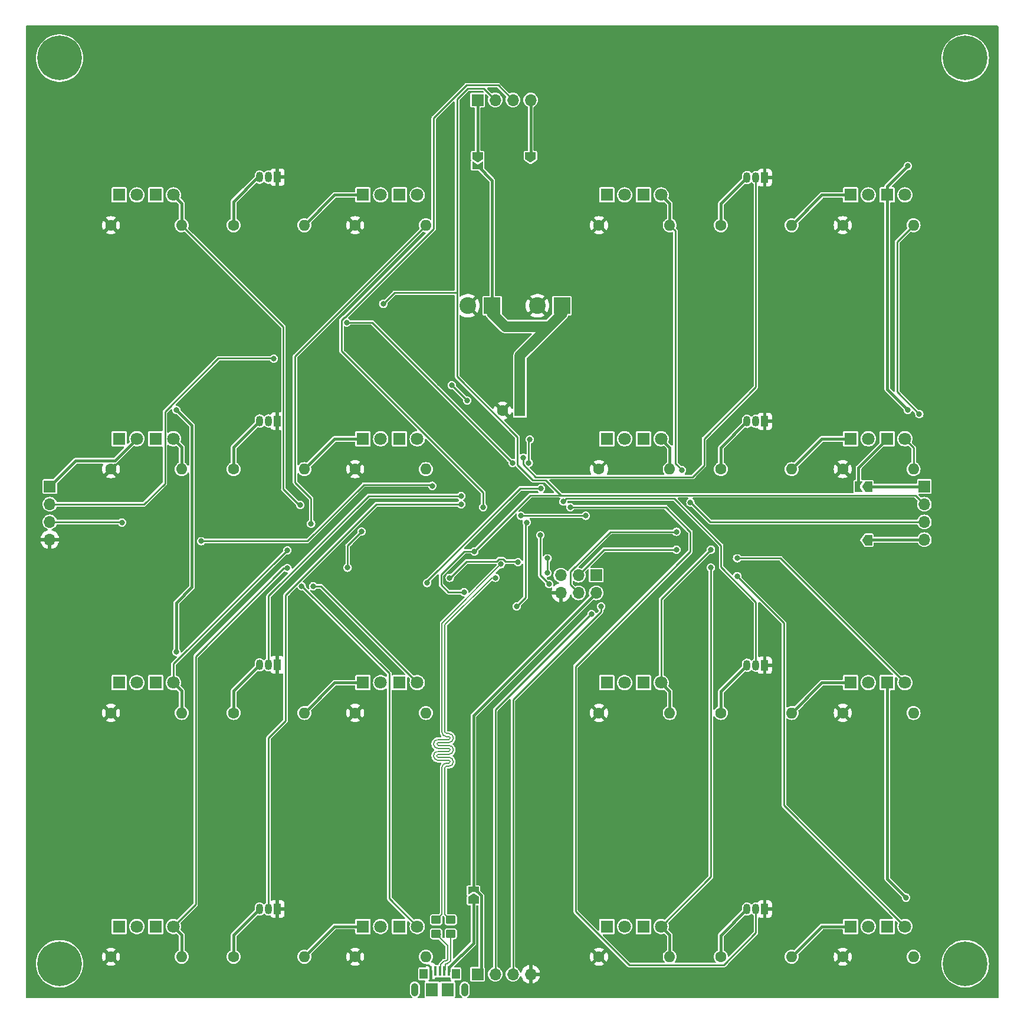
<source format=gbl>
G04 #@! TF.GenerationSoftware,KiCad,Pcbnew,(7.0.0-0)*
G04 #@! TF.CreationDate,2023-05-03T20:53:00-04:00*
G04 #@! TF.ProjectId,InteractiveLEDs,496e7465-7261-4637-9469-76654c454473,rev?*
G04 #@! TF.SameCoordinates,Original*
G04 #@! TF.FileFunction,Copper,L2,Bot*
G04 #@! TF.FilePolarity,Positive*
%FSLAX46Y46*%
G04 Gerber Fmt 4.6, Leading zero omitted, Abs format (unit mm)*
G04 Created by KiCad (PCBNEW (7.0.0-0)) date 2023-05-03 20:53:00*
%MOMM*%
%LPD*%
G01*
G04 APERTURE LIST*
G04 Aperture macros list*
%AMRoundRect*
0 Rectangle with rounded corners*
0 $1 Rounding radius*
0 $2 $3 $4 $5 $6 $7 $8 $9 X,Y pos of 4 corners*
0 Add a 4 corners polygon primitive as box body*
4,1,4,$2,$3,$4,$5,$6,$7,$8,$9,$2,$3,0*
0 Add four circle primitives for the rounded corners*
1,1,$1+$1,$2,$3*
1,1,$1+$1,$4,$5*
1,1,$1+$1,$6,$7*
1,1,$1+$1,$8,$9*
0 Add four rect primitives between the rounded corners*
20,1,$1+$1,$2,$3,$4,$5,0*
20,1,$1+$1,$4,$5,$6,$7,0*
20,1,$1+$1,$6,$7,$8,$9,0*
20,1,$1+$1,$8,$9,$2,$3,0*%
%AMFreePoly0*
4,1,6,1.000000,0.000000,0.500000,-0.750000,-0.500000,-0.750000,-0.500000,0.750000,0.500000,0.750000,1.000000,0.000000,1.000000,0.000000,$1*%
%AMFreePoly1*
4,1,6,0.500000,-0.750000,-0.650000,-0.750000,-0.150000,0.000000,-0.650000,0.750000,0.500000,0.750000,0.500000,-0.750000,0.500000,-0.750000,$1*%
G04 Aperture macros list end*
G04 #@! TA.AperFunction,ComponentPad*
%ADD10R,1.800000X1.800000*%
G04 #@! TD*
G04 #@! TA.AperFunction,ComponentPad*
%ADD11C,1.800000*%
G04 #@! TD*
G04 #@! TA.AperFunction,ComponentPad*
%ADD12C,1.600000*%
G04 #@! TD*
G04 #@! TA.AperFunction,ComponentPad*
%ADD13O,1.600000X1.600000*%
G04 #@! TD*
G04 #@! TA.AperFunction,ComponentPad*
%ADD14R,1.700000X1.700000*%
G04 #@! TD*
G04 #@! TA.AperFunction,ComponentPad*
%ADD15O,1.700000X1.700000*%
G04 #@! TD*
G04 #@! TA.AperFunction,ComponentPad*
%ADD16R,1.050000X1.500000*%
G04 #@! TD*
G04 #@! TA.AperFunction,ComponentPad*
%ADD17O,1.050000X1.500000*%
G04 #@! TD*
G04 #@! TA.AperFunction,ComponentPad*
%ADD18R,1.600000X1.600000*%
G04 #@! TD*
G04 #@! TA.AperFunction,ComponentPad*
%ADD19C,6.400000*%
G04 #@! TD*
G04 #@! TA.AperFunction,ComponentPad*
%ADD20R,2.400000X2.400000*%
G04 #@! TD*
G04 #@! TA.AperFunction,ComponentPad*
%ADD21C,2.400000*%
G04 #@! TD*
G04 #@! TA.AperFunction,SMDPad,CuDef*
%ADD22RoundRect,0.250000X-0.450000X0.350000X-0.450000X-0.350000X0.450000X-0.350000X0.450000X0.350000X0*%
G04 #@! TD*
G04 #@! TA.AperFunction,SMDPad,CuDef*
%ADD23FreePoly0,270.000000*%
G04 #@! TD*
G04 #@! TA.AperFunction,SMDPad,CuDef*
%ADD24FreePoly1,270.000000*%
G04 #@! TD*
G04 #@! TA.AperFunction,SMDPad,CuDef*
%ADD25R,0.400000X1.400000*%
G04 #@! TD*
G04 #@! TA.AperFunction,ComponentPad*
%ADD26O,1.050000X1.900000*%
G04 #@! TD*
G04 #@! TA.AperFunction,SMDPad,CuDef*
%ADD27R,1.150000X1.450000*%
G04 #@! TD*
G04 #@! TA.AperFunction,SMDPad,CuDef*
%ADD28R,1.750000X1.900000*%
G04 #@! TD*
G04 #@! TA.AperFunction,SMDPad,CuDef*
%ADD29FreePoly0,90.000000*%
G04 #@! TD*
G04 #@! TA.AperFunction,SMDPad,CuDef*
%ADD30FreePoly1,90.000000*%
G04 #@! TD*
G04 #@! TA.AperFunction,SMDPad,CuDef*
%ADD31FreePoly0,180.000000*%
G04 #@! TD*
G04 #@! TA.AperFunction,SMDPad,CuDef*
%ADD32FreePoly1,180.000000*%
G04 #@! TD*
G04 #@! TA.AperFunction,ViaPad*
%ADD33C,0.800000*%
G04 #@! TD*
G04 #@! TA.AperFunction,Conductor*
%ADD34C,1.500000*%
G04 #@! TD*
G04 #@! TA.AperFunction,Conductor*
%ADD35C,0.400000*%
G04 #@! TD*
G04 #@! TA.AperFunction,Conductor*
%ADD36C,0.250000*%
G04 #@! TD*
G04 #@! TA.AperFunction,Conductor*
%ADD37C,0.200000*%
G04 #@! TD*
G04 #@! TA.AperFunction,Conductor*
%ADD38C,1.000000*%
G04 #@! TD*
G04 APERTURE END LIST*
D10*
X161549999Y-152649999D03*
D11*
X164090000Y-152650000D03*
D10*
X131799999Y-82649999D03*
D11*
X134340000Y-82650000D03*
D10*
X96799999Y-152649999D03*
D11*
X99340000Y-152650000D03*
D12*
X107980000Y-122000000D03*
D13*
X118139999Y-121999999D03*
D10*
X131799999Y-47649999D03*
D11*
X134340000Y-47650000D03*
D14*
X142999999Y-159499999D03*
D15*
X145539999Y-159499999D03*
X148079999Y-159499999D03*
X150619999Y-159499999D03*
D10*
X161549999Y-82649999D03*
D11*
X164090000Y-82650000D03*
D16*
X114269999Y-80099999D03*
D17*
X112999999Y-80099999D03*
X111729999Y-80099999D03*
D12*
X107980000Y-52000000D03*
D13*
X118139999Y-51999999D03*
D12*
X90370000Y-157000000D03*
D13*
X100529999Y-156999999D03*
D18*
X149082379Y-78599999D03*
D12*
X146582380Y-78600000D03*
D10*
X126549999Y-152649999D03*
D11*
X129090000Y-152650000D03*
D14*
X81599999Y-89499999D03*
D15*
X81599999Y-92039999D03*
X81599999Y-94579999D03*
X81599999Y-97119999D03*
D19*
X83000000Y-158000000D03*
D10*
X166799999Y-117649999D03*
D11*
X169340000Y-117650000D03*
D10*
X126549999Y-47649999D03*
D11*
X129090000Y-47650000D03*
D10*
X161549999Y-117649999D03*
D11*
X164090000Y-117650000D03*
D10*
X91549999Y-117649999D03*
D11*
X94090000Y-117650000D03*
D19*
X83000000Y-28000000D03*
D12*
X177920000Y-122000000D03*
D13*
X188079999Y-121999999D03*
D10*
X126549999Y-117649999D03*
D11*
X129090000Y-117650000D03*
D10*
X201799999Y-82649999D03*
D11*
X204340000Y-82650000D03*
D16*
X114269999Y-150149999D03*
D17*
X112999999Y-150149999D03*
X111729999Y-150149999D03*
D10*
X131799999Y-117649999D03*
D11*
X134340000Y-117650000D03*
D12*
X195420000Y-122000000D03*
D13*
X205579999Y-121999999D03*
D10*
X196549999Y-117649999D03*
D11*
X199090000Y-117650000D03*
D10*
X126549999Y-82649999D03*
D11*
X129090000Y-82650000D03*
D14*
X142999999Y-34024999D03*
D15*
X145539999Y-34024999D03*
X148079999Y-34024999D03*
X150619999Y-34024999D03*
D14*
X207124999Y-89499999D03*
D15*
X207124999Y-92039999D03*
X207124999Y-94579999D03*
X207124999Y-97119999D03*
D12*
X177920000Y-52000000D03*
D13*
X188079999Y-51999999D03*
D14*
X160024999Y-102224999D03*
D15*
X160024999Y-104764999D03*
X157484999Y-102224999D03*
X157484999Y-104764999D03*
X154944999Y-102224999D03*
X154944999Y-104764999D03*
D12*
X177920000Y-87000000D03*
D13*
X188079999Y-86999999D03*
D12*
X125420000Y-157000000D03*
D13*
X135579999Y-156999999D03*
D19*
X213000000Y-28000000D03*
D10*
X196549999Y-152649999D03*
D11*
X199090000Y-152650000D03*
D10*
X96799999Y-82649999D03*
D11*
X99340000Y-82650000D03*
D12*
X177920000Y-157000000D03*
D13*
X188079999Y-156999999D03*
D10*
X201799999Y-152649999D03*
D11*
X204340000Y-152650000D03*
D10*
X91549999Y-152649999D03*
D11*
X94090000Y-152650000D03*
D12*
X90370000Y-122000000D03*
D13*
X100529999Y-121999999D03*
D12*
X125420000Y-52000000D03*
D13*
X135579999Y-51999999D03*
D12*
X160420000Y-52000000D03*
D13*
X170579999Y-51999999D03*
D12*
X160420000Y-87000000D03*
D13*
X170579999Y-86999999D03*
D16*
X114269999Y-45099999D03*
D17*
X112999999Y-45099999D03*
X111729999Y-45099999D03*
D10*
X201799999Y-117649999D03*
D11*
X204340000Y-117650000D03*
D10*
X91549999Y-82649999D03*
D11*
X94090000Y-82650000D03*
D16*
X184219999Y-115149999D03*
D17*
X182949999Y-115149999D03*
X181679999Y-115149999D03*
D16*
X114269999Y-115099999D03*
D17*
X112999999Y-115099999D03*
X111729999Y-115099999D03*
D16*
X184219999Y-150149999D03*
D17*
X182949999Y-150149999D03*
X181679999Y-150149999D03*
D12*
X125420000Y-122000000D03*
D13*
X135579999Y-121999999D03*
D12*
X90370000Y-52000000D03*
D13*
X100529999Y-51999999D03*
D12*
X107980000Y-87000000D03*
D13*
X118139999Y-86999999D03*
D12*
X107980000Y-157000000D03*
D13*
X118139999Y-156999999D03*
D12*
X160420000Y-122000000D03*
D13*
X170579999Y-121999999D03*
D10*
X201799999Y-47649999D03*
D11*
X204340000Y-47650000D03*
D12*
X195420000Y-87000000D03*
D13*
X205579999Y-86999999D03*
D16*
X184219999Y-45149999D03*
D17*
X182949999Y-45149999D03*
X181679999Y-45149999D03*
D10*
X196549999Y-82649999D03*
D11*
X199090000Y-82650000D03*
D12*
X90370000Y-87000000D03*
D13*
X100529999Y-86999999D03*
D19*
X213000000Y-158000000D03*
D16*
X184219999Y-80149999D03*
D17*
X182949999Y-80149999D03*
X181679999Y-80149999D03*
D10*
X166799999Y-152649999D03*
D11*
X169340000Y-152650000D03*
D10*
X161549999Y-47649999D03*
D11*
X164090000Y-47650000D03*
D12*
X125420000Y-87000000D03*
D13*
X135579999Y-86999999D03*
D10*
X166799999Y-82649999D03*
D11*
X169340000Y-82650000D03*
D10*
X166799999Y-47649999D03*
D11*
X169340000Y-47650000D03*
D10*
X96799999Y-117649999D03*
D11*
X99340000Y-117650000D03*
D10*
X96799999Y-47649999D03*
D11*
X99340000Y-47650000D03*
D12*
X160420000Y-157000000D03*
D13*
X170579999Y-156999999D03*
D10*
X131799999Y-152649999D03*
D11*
X134340000Y-152650000D03*
D10*
X91549999Y-47649999D03*
D11*
X94090000Y-47650000D03*
D10*
X196549999Y-47649999D03*
D11*
X199090000Y-47650000D03*
D12*
X195420000Y-52000000D03*
D13*
X205579999Y-51999999D03*
D12*
X195420000Y-157000000D03*
D13*
X205579999Y-156999999D03*
D20*
X145099999Y-63549999D03*
D21*
X141600000Y-63550000D03*
D22*
X137050000Y-151700000D03*
X137050000Y-153700000D03*
D23*
X143000000Y-42025000D03*
D24*
X143000000Y-43475000D03*
D22*
X139150000Y-151700000D03*
X139150000Y-153700000D03*
D25*
X138874999Y-159049999D03*
X138224999Y-159049999D03*
X137574999Y-159049999D03*
X136924999Y-159049999D03*
X136274999Y-159049999D03*
D26*
X141149999Y-161699999D03*
D27*
X139894999Y-159469999D03*
D28*
X138699999Y-161699999D03*
X136449999Y-161699999D03*
D27*
X135254999Y-159469999D03*
D26*
X133999999Y-161699999D03*
D29*
X142400000Y-148900000D03*
D30*
X142400000Y-147450000D03*
D31*
X199125000Y-97200000D03*
D32*
X197675000Y-97200000D03*
D20*
X155099999Y-63549999D03*
D21*
X151600000Y-63550000D03*
D23*
X150600000Y-42025000D03*
D24*
X150600000Y-43475000D03*
D31*
X199125000Y-89500000D03*
D32*
X197675000Y-89500000D03*
D33*
X204750000Y-43500000D03*
X99750000Y-113250000D03*
X99750000Y-78500000D03*
X204750000Y-78500000D03*
X204500000Y-148500000D03*
X156400000Y-78550000D03*
X155650000Y-98150000D03*
X136350000Y-64700000D03*
X140050000Y-84200000D03*
X147400000Y-95550000D03*
X154720000Y-99800000D03*
X156350000Y-94800000D03*
X149000000Y-91150000D03*
X99150000Y-79900000D03*
X150300000Y-92350000D03*
X152100000Y-92150000D03*
X180400000Y-153400000D03*
X122200000Y-106900000D03*
X147100000Y-97450000D03*
X130500000Y-89950000D03*
X151500000Y-102900000D03*
X140000000Y-80250000D03*
X146350000Y-106900000D03*
X146850000Y-101900000D03*
X142900000Y-101500000D03*
X148000000Y-86100000D03*
X124200000Y-65950000D03*
X152100000Y-89750000D03*
X135750000Y-103350000D03*
X117550000Y-92150000D03*
X119100000Y-94850000D03*
X172350000Y-87150000D03*
X206400000Y-79100000D03*
X115700000Y-98650000D03*
X119400000Y-103800000D03*
X176500000Y-98550000D03*
X180250000Y-99800000D03*
X115700000Y-101200000D03*
X117750000Y-103800000D03*
X176500000Y-101150000D03*
X180250000Y-102350000D03*
X145550000Y-102600000D03*
X146350000Y-100650000D03*
X171550000Y-98550000D03*
X171550000Y-96000000D03*
X153050000Y-99800000D03*
X153020000Y-101900000D03*
X153250000Y-103500000D03*
X152000000Y-96500000D03*
X141500000Y-77150000D03*
X139300000Y-74950000D03*
X149550000Y-85400000D03*
X150350000Y-86100000D03*
X150500000Y-82750000D03*
X140650000Y-90850000D03*
X155300000Y-91650000D03*
X140650000Y-92050000D03*
X156300000Y-92450000D03*
X139000000Y-102600000D03*
X148800000Y-100350000D03*
X129450000Y-63300000D03*
X113750000Y-71150000D03*
X142550000Y-98800000D03*
X141050000Y-104650000D03*
X159350000Y-107800000D03*
X143800000Y-92450000D03*
X149200000Y-93700000D03*
X173550000Y-91800000D03*
X158500000Y-93700000D03*
X160750000Y-106700000D03*
X150050000Y-94650000D03*
X148600000Y-106700000D03*
X136500000Y-89400000D03*
X103350000Y-97350000D03*
X91950000Y-94650000D03*
X126350000Y-95950000D03*
X124350000Y-101150000D03*
D34*
X155100000Y-64700000D02*
X155100000Y-63550000D01*
D35*
X102000000Y-80750000D02*
X102000000Y-103950000D01*
X204750000Y-78500000D02*
X201800000Y-75550000D01*
X201800000Y-75550000D02*
X201800000Y-47650000D01*
X142765686Y-147450000D02*
X143550000Y-148234314D01*
D34*
X153250000Y-66550000D02*
X155100000Y-64700000D01*
D35*
X142400000Y-147450000D02*
X142765686Y-147450000D01*
D34*
X153250000Y-66550000D02*
X149082380Y-70717620D01*
D35*
X90940000Y-85800000D02*
X94090000Y-82650000D01*
X201800000Y-46450000D02*
X201800000Y-47650000D01*
X197675000Y-86775000D02*
X197675000Y-89500000D01*
D34*
X145100000Y-63550000D02*
X145100000Y-64650000D01*
D35*
X142400000Y-147450000D02*
X142400000Y-122390000D01*
X99750000Y-78500000D02*
X102000000Y-80750000D01*
D34*
X147000000Y-66550000D02*
X153250000Y-66550000D01*
X149082380Y-70717620D02*
X149082380Y-78600000D01*
D35*
X85300000Y-85800000D02*
X90940000Y-85800000D01*
X201800000Y-117650000D02*
X201800000Y-145800000D01*
X102000000Y-103950000D02*
X99750000Y-106200000D01*
X201800000Y-145800000D02*
X204500000Y-148500000D01*
X143550000Y-158950000D02*
X143000000Y-159500000D01*
X143000000Y-43475000D02*
X145100000Y-45575000D01*
D34*
X145100000Y-64650000D02*
X147000000Y-66550000D01*
D35*
X204750000Y-43500000D02*
X201800000Y-46450000D01*
X99750000Y-106200000D02*
X99750000Y-113250000D01*
X81600000Y-89500000D02*
X85300000Y-85800000D01*
X142400000Y-122390000D02*
X160025000Y-104765000D01*
X143550000Y-148234314D02*
X143550000Y-158950000D01*
X145100000Y-45575000D02*
X145100000Y-63550000D01*
X201800000Y-82650000D02*
X197675000Y-86775000D01*
D36*
X135935000Y-158200000D02*
X126620000Y-158200000D01*
X136275000Y-159050000D02*
X136275000Y-158540000D01*
X136275000Y-158540000D02*
X135935000Y-158200000D01*
X126620000Y-158200000D02*
X125420000Y-157000000D01*
X127850000Y-65950000D02*
X124200000Y-65950000D01*
X148000000Y-86100000D02*
X127850000Y-65950000D01*
X149124695Y-89750000D02*
X135700000Y-103174695D01*
X152100000Y-89750000D02*
X149124695Y-89750000D01*
X135700000Y-103174695D02*
X135750000Y-103350000D01*
X135750000Y-103350000D02*
X135700000Y-103350000D01*
D35*
X100530000Y-52000000D02*
X100530000Y-48840000D01*
D36*
X117550000Y-92150000D02*
X117400000Y-92150000D01*
X117550000Y-92300000D02*
X117550000Y-92150000D01*
D35*
X100530000Y-48840000D02*
X99340000Y-47650000D01*
D36*
X117400000Y-92150000D02*
X115120000Y-89870000D01*
X115120000Y-66590000D02*
X100530000Y-52000000D01*
X117500000Y-92250000D02*
X117550000Y-92300000D01*
X115120000Y-89870000D02*
X115120000Y-66590000D01*
X116800000Y-88900000D02*
X116800000Y-70780000D01*
X119100000Y-91200000D02*
X116800000Y-88900000D01*
X116800000Y-70780000D02*
X135580000Y-52000000D01*
X119100000Y-94850000D02*
X119100000Y-91200000D01*
X172350000Y-87150000D02*
X172300000Y-87150000D01*
D35*
X170580000Y-52000000D02*
X170580000Y-48890000D01*
X170580000Y-48890000D02*
X169340000Y-47650000D01*
D36*
X171379999Y-86179999D02*
X172300000Y-87100000D01*
X171379999Y-52799999D02*
X171379999Y-86179999D01*
X170580000Y-52000000D02*
X171379999Y-52799999D01*
X172300000Y-87100000D02*
X172350000Y-87150000D01*
X206400000Y-79124695D02*
X206400000Y-79124695D01*
X205580000Y-52000000D02*
X203200000Y-54380000D01*
X206375305Y-79100000D02*
X206400000Y-79100000D01*
X203200000Y-75924695D02*
X206375305Y-79100000D01*
X206400000Y-79100000D02*
X206400000Y-79124695D01*
X203200000Y-54380000D02*
X203200000Y-75924695D01*
D35*
X100530000Y-87000000D02*
X100530000Y-83840000D01*
X100530000Y-83840000D02*
X99340000Y-82650000D01*
X170580000Y-83890000D02*
X169340000Y-82650000D01*
X170580000Y-87000000D02*
X170580000Y-83890000D01*
D36*
X205580000Y-83890000D02*
X204340000Y-82650000D01*
X205580000Y-87000000D02*
X205580000Y-83890000D01*
D35*
X100530000Y-118840000D02*
X99340000Y-117650000D01*
D36*
X99340000Y-117650000D02*
X99340000Y-114960000D01*
X99340000Y-114960000D02*
X115650000Y-98650000D01*
D35*
X100530000Y-122000000D02*
X100530000Y-118840000D01*
D36*
X115750000Y-98650000D02*
X115750000Y-98550000D01*
X115750000Y-98550000D02*
X115700000Y-98600000D01*
X115650000Y-98650000D02*
X115750000Y-98650000D01*
X120490000Y-103800000D02*
X134340000Y-117650000D01*
X119400000Y-103800000D02*
X120490000Y-103800000D01*
X169340000Y-105710000D02*
X176500000Y-98550000D01*
X169340000Y-117650000D02*
X169340000Y-105710000D01*
X169340000Y-117650000D02*
X169350000Y-117640000D01*
D35*
X170580000Y-118890000D02*
X169340000Y-117650000D01*
X170580000Y-122000000D02*
X170580000Y-118890000D01*
D36*
X204340000Y-117650000D02*
X186490000Y-99800000D01*
X186490000Y-99800000D02*
X180200000Y-99800000D01*
X102525000Y-149465000D02*
X99340000Y-152650000D01*
X115200000Y-101200000D02*
X115200000Y-101200000D01*
D35*
X100530000Y-157000000D02*
X100530000Y-153840000D01*
D36*
X115200000Y-101200000D02*
X115200000Y-101200000D01*
X115200000Y-101200000D02*
X115175000Y-101225000D01*
D35*
X100530000Y-153840000D02*
X99340000Y-152650000D01*
D36*
X102525000Y-113875000D02*
X102525000Y-149465000D01*
X115700000Y-101200000D02*
X115200000Y-101200000D01*
X115200000Y-101200000D02*
X102525000Y-113875000D01*
X130315000Y-116315000D02*
X117800000Y-103800000D01*
X134340000Y-152650000D02*
X130315000Y-148625000D01*
X117750000Y-103750000D02*
X117750000Y-103750000D01*
X117750000Y-103800000D02*
X117750000Y-103750000D01*
X130315000Y-148625000D02*
X130315000Y-116315000D01*
X117800000Y-103800000D02*
X117750000Y-103800000D01*
X176500000Y-145490000D02*
X176500000Y-101150000D01*
D35*
X170580000Y-157000000D02*
X170580000Y-153890000D01*
D36*
X176500000Y-101150000D02*
X176500000Y-101250000D01*
D35*
X170580000Y-153890000D02*
X169340000Y-152650000D01*
D36*
X169340000Y-152650000D02*
X176500000Y-145490000D01*
X180250000Y-102350000D02*
X180200000Y-102350000D01*
X204340000Y-152650000D02*
X186955000Y-135265000D01*
X180250000Y-102400000D02*
X180250000Y-102350000D01*
X180200000Y-102350000D02*
X180200000Y-102350000D01*
X186955000Y-109105000D02*
X180250000Y-102400000D01*
X186955000Y-135265000D02*
X186955000Y-109105000D01*
D37*
X139150000Y-151700000D02*
X138325001Y-150875001D01*
X138879171Y-128349996D02*
X138525001Y-128349996D01*
X138325001Y-109311396D02*
X145036397Y-102600000D01*
X138325001Y-150875001D02*
X138325001Y-129850000D01*
X137320829Y-127949996D02*
X137874999Y-127949996D01*
X138879171Y-124949988D02*
X138525001Y-124949988D01*
X138525001Y-128349996D02*
X137320829Y-128349996D01*
X145036397Y-102600000D02*
X145550000Y-102600000D01*
X137320808Y-126249992D02*
X137874999Y-126249992D01*
X138525001Y-129650000D02*
X138879171Y-129650000D01*
X138325001Y-124749988D02*
X138325001Y-115908872D01*
X138325001Y-126649992D02*
X137320808Y-126649992D01*
X137874999Y-126249992D02*
X138879171Y-126249992D01*
X137874999Y-127949996D02*
X138879171Y-127949996D01*
X138879171Y-126649992D02*
X138325001Y-126649992D01*
X138325001Y-115908872D02*
X138325001Y-109311396D01*
X139529204Y-128999998D02*
G75*
G03*
X138879171Y-128349996I-650004J-2D01*
G01*
X138325012Y-124749988D02*
G75*
G03*
X138525001Y-124949988I199988J-12D01*
G01*
X138879171Y-127949973D02*
G75*
G03*
X139529173Y-127299994I29J649973D01*
G01*
X138879171Y-129649973D02*
G75*
G03*
X139529173Y-128999998I29J649973D01*
G01*
X137120808Y-126449992D02*
G75*
G03*
X137320808Y-126649992I199992J-8D01*
G01*
X137320808Y-126250008D02*
G75*
G03*
X137120808Y-126449992I-8J-199992D01*
G01*
X139529212Y-125599990D02*
G75*
G03*
X138879171Y-124949988I-650012J-10D01*
G01*
X137120804Y-128149996D02*
G75*
G03*
X137320829Y-128349996I199996J-4D01*
G01*
X138879171Y-126249973D02*
G75*
G03*
X139529173Y-125599990I29J649973D01*
G01*
X139529208Y-127299994D02*
G75*
G03*
X138879171Y-126649992I-650008J-6D01*
G01*
X138525001Y-129650001D02*
G75*
G03*
X138325001Y-129850000I-1J-199999D01*
G01*
X137320829Y-127950029D02*
G75*
G03*
X137120829Y-128149996I-29J-199971D01*
G01*
X137874999Y-124749988D02*
X137874999Y-115908872D01*
X137050000Y-151700000D02*
X137874999Y-150875001D01*
X138525001Y-129199998D02*
X138879171Y-129199998D01*
X137874999Y-150875001D02*
X137874999Y-129850000D01*
X138879171Y-127099994D02*
X138325001Y-127099994D01*
X137320808Y-125799990D02*
X137874999Y-125799990D01*
X138525001Y-128799998D02*
X137320829Y-128799998D01*
X137874999Y-115908872D02*
X137874999Y-109125001D01*
X138879171Y-125399990D02*
X138525001Y-125399990D01*
X137600000Y-127499994D02*
X138879171Y-127499994D01*
X138325001Y-127099994D02*
X137320808Y-127099994D01*
X137320829Y-127499994D02*
X137600000Y-127499994D01*
X138879171Y-128799998D02*
X138525001Y-128799998D01*
X137874999Y-125799990D02*
X138879171Y-125799990D01*
X137874999Y-109125001D02*
X146350000Y-100650000D01*
X137320808Y-125800006D02*
G75*
G03*
X136670806Y-126449992I-8J-649994D01*
G01*
X137320829Y-127500027D02*
G75*
G03*
X136670827Y-128149996I-29J-649973D01*
G01*
X136670806Y-126449992D02*
G75*
G03*
X137320808Y-127099994I649994J-8D01*
G01*
X138525001Y-129199999D02*
G75*
G03*
X137874999Y-129850000I-1J-650001D01*
G01*
X138879171Y-125799971D02*
G75*
G03*
X139079171Y-125599990I29J199971D01*
G01*
X138879171Y-129199971D02*
G75*
G03*
X139079171Y-128999998I29J199971D01*
G01*
X139079206Y-127299994D02*
G75*
G03*
X138879171Y-127099994I-200006J-6D01*
G01*
X137875010Y-124749988D02*
G75*
G03*
X138525001Y-125399990I649990J-12D01*
G01*
X139079210Y-125599990D02*
G75*
G03*
X138879171Y-125399990I-200010J-10D01*
G01*
X138879171Y-127499971D02*
G75*
G03*
X139079171Y-127299994I29J199971D01*
G01*
X136670802Y-128149996D02*
G75*
G03*
X137320829Y-128799998I649998J-4D01*
G01*
X139079202Y-128999998D02*
G75*
G03*
X138879171Y-128799998I-200002J-2D01*
G01*
D36*
X171550000Y-98550000D02*
X161160000Y-98550000D01*
X161160000Y-98550000D02*
X157485000Y-102225000D01*
X171550000Y-96000000D02*
X162048299Y-96000000D01*
X162048299Y-96000000D02*
X156310000Y-101738299D01*
X156310000Y-103590000D02*
X157485000Y-104765000D01*
X156310000Y-101738299D02*
X156310000Y-103590000D01*
X153020000Y-101900000D02*
X153050000Y-99800000D01*
X153050000Y-99800000D02*
X153020000Y-99820000D01*
X153020000Y-99820000D02*
X153000000Y-99800000D01*
X152000000Y-96500000D02*
X152000000Y-102250000D01*
X152000000Y-102250000D02*
X153250000Y-103500000D01*
D35*
X122490000Y-47650000D02*
X118140000Y-52000000D01*
X126550000Y-47650000D02*
X122490000Y-47650000D01*
D36*
X141500000Y-77150000D02*
X141350000Y-77150000D01*
X139300000Y-74950000D02*
X141350000Y-77000000D01*
X141350000Y-77000000D02*
X141500000Y-77150000D01*
D35*
X107980000Y-48586852D02*
X111466852Y-45100000D01*
X107980000Y-52000000D02*
X107980000Y-48586852D01*
X111466852Y-45100000D02*
X111730000Y-45100000D01*
X196550000Y-47650000D02*
X192430000Y-47650000D01*
X192430000Y-47650000D02*
X188080000Y-52000000D01*
X126550000Y-82650000D02*
X122490000Y-82650000D01*
X122490000Y-82650000D02*
X118140000Y-87000000D01*
X192430000Y-82650000D02*
X188080000Y-87000000D01*
X196550000Y-82650000D02*
X192430000Y-82650000D01*
X122490000Y-117650000D02*
X118140000Y-122000000D01*
X126550000Y-117650000D02*
X122490000Y-117650000D01*
X192430000Y-117650000D02*
X188080000Y-122000000D01*
X196550000Y-117650000D02*
X192430000Y-117650000D01*
X122490000Y-152650000D02*
X118140000Y-157000000D01*
X126550000Y-152650000D02*
X122490000Y-152650000D01*
X196550000Y-152650000D02*
X192430000Y-152650000D01*
X192430000Y-152650000D02*
X188080000Y-157000000D01*
D36*
X149550000Y-86325305D02*
X149550000Y-85400000D01*
X175500000Y-82650000D02*
X175500000Y-86450000D01*
X151349695Y-88125000D02*
X149550000Y-86325305D01*
X173825000Y-88125000D02*
X151349695Y-88125000D01*
X182950000Y-45150000D02*
X182950000Y-75200000D01*
X182950000Y-75200000D02*
X175500000Y-82650000D01*
X175500000Y-86450000D02*
X173825000Y-88125000D01*
D35*
X177920000Y-52000000D02*
X177920000Y-48910000D01*
X177920000Y-48910000D02*
X181680000Y-45150000D01*
X107980000Y-83850000D02*
X111730000Y-80100000D01*
X107980000Y-87000000D02*
X107980000Y-83850000D01*
D36*
X150350000Y-82900000D02*
X150500000Y-82750000D01*
X150350000Y-86100000D02*
X150350000Y-82900000D01*
D35*
X177920000Y-83910000D02*
X181680000Y-80150000D01*
X177920000Y-87000000D02*
X177920000Y-83910000D01*
X107980000Y-122000000D02*
X107980000Y-118850000D01*
X107980000Y-118850000D02*
X111730000Y-115100000D01*
X177920000Y-122000000D02*
X177920000Y-118910000D01*
X177920000Y-118910000D02*
X181680000Y-115150000D01*
X107980000Y-157000000D02*
X107980000Y-153900000D01*
X107980000Y-153900000D02*
X111730000Y-150150000D01*
X177920000Y-153910000D02*
X181680000Y-150150000D01*
X177920000Y-157000000D02*
X177920000Y-153910000D01*
D36*
X113000000Y-105200000D02*
X127350000Y-90850000D01*
X140650000Y-90850000D02*
X140650000Y-90800000D01*
X113000000Y-115100000D02*
X113000000Y-105200000D01*
X127350000Y-90850000D02*
X140650000Y-90850000D01*
X177950000Y-97950000D02*
X177950000Y-101075305D01*
X177950000Y-101075305D02*
X182950000Y-106075305D01*
X171200000Y-91200000D02*
X177950000Y-97950000D01*
X155750000Y-91200000D02*
X171200000Y-91200000D01*
X182950000Y-106075305D02*
X182950000Y-115150000D01*
X155300000Y-91650000D02*
X155750000Y-91200000D01*
X115450000Y-123099009D02*
X115450000Y-111550000D01*
X115450000Y-111550000D02*
X115450000Y-105074695D01*
X128474695Y-92050000D02*
X140600000Y-92050000D01*
X115450000Y-105074695D02*
X128474695Y-92050000D01*
X113000000Y-125549009D02*
X115450000Y-123099009D01*
X113000000Y-150150000D02*
X113000000Y-125549009D01*
X182950000Y-153560991D02*
X178310991Y-158200000D01*
X173550000Y-96000000D02*
X170000000Y-92450000D01*
X178310991Y-158200000D02*
X164775000Y-158200000D01*
X157050000Y-150475000D02*
X157050000Y-115300000D01*
X157050000Y-115300000D02*
X173550000Y-98800000D01*
X164775000Y-158200000D02*
X157050000Y-150475000D01*
X182950000Y-150150000D02*
X182950000Y-153560991D01*
X170000000Y-92450000D02*
X156300000Y-92450000D01*
X173550000Y-98800000D02*
X173550000Y-96000000D01*
X141400000Y-100250000D02*
X145724695Y-100250000D01*
X146975305Y-100250000D02*
X148700000Y-100250000D01*
X145724695Y-100250000D02*
X146049695Y-99925000D01*
X139050000Y-102600000D02*
X141400000Y-100250000D01*
X139000000Y-102600000D02*
X139050000Y-102600000D01*
X148700000Y-100250000D02*
X148800000Y-100350000D01*
X146650305Y-99925000D02*
X146975305Y-100250000D01*
X146049695Y-99925000D02*
X146650305Y-99925000D01*
D35*
X142400000Y-155025000D02*
X142400000Y-148900000D01*
X138875000Y-158550000D02*
X142400000Y-155025000D01*
X138875000Y-159050000D02*
X138875000Y-158550000D01*
D37*
X138188612Y-157600019D02*
X138481505Y-157600019D01*
X137725000Y-158900000D02*
X137725000Y-158063631D01*
D36*
X137575000Y-153775000D02*
X137650000Y-153700000D01*
D37*
X137725000Y-158063631D02*
X138188612Y-157600019D01*
X137575000Y-159050000D02*
X137725000Y-158900000D01*
X138699999Y-157381525D02*
X138699999Y-155349999D01*
X138481505Y-157600019D02*
X138699999Y-157381525D01*
X138699999Y-155349999D02*
X137050000Y-153700000D01*
X138375000Y-158886397D02*
X138375000Y-158050000D01*
X139150000Y-157567894D02*
X139150000Y-153700000D01*
X138667894Y-158050000D02*
X139150000Y-157567894D01*
X138225000Y-159036397D02*
X138375000Y-158886397D01*
X138375000Y-158050000D02*
X138667894Y-158050000D01*
X138225000Y-159050000D02*
X138225000Y-159036397D01*
D36*
X113700000Y-71100000D02*
X113650000Y-71100000D01*
X143865000Y-32350000D02*
X145540000Y-34025000D01*
X148725000Y-86400305D02*
X148725000Y-82375000D01*
X159350000Y-107750000D02*
X159350000Y-107750000D01*
X150600000Y-90750000D02*
X142550000Y-98800000D01*
X145540000Y-159500000D02*
X145540000Y-121560000D01*
X98115000Y-78785000D02*
X105800000Y-71100000D01*
X98115000Y-89065000D02*
X98115000Y-78785000D01*
X148725000Y-82375000D02*
X140050000Y-73700000D01*
X140050000Y-61700000D02*
X140050000Y-33900000D01*
X131050000Y-61700000D02*
X140050000Y-61700000D01*
X205835000Y-90750000D02*
X154950000Y-90750000D01*
X129450000Y-63300000D02*
X131050000Y-61700000D01*
X105800000Y-71100000D02*
X113600000Y-71100000D01*
X140050000Y-33900000D02*
X141600000Y-32350000D01*
X95140000Y-92040000D02*
X98115000Y-89065000D01*
X138800000Y-104650000D02*
X141050000Y-104650000D01*
X152775000Y-88575000D02*
X150899695Y-88575000D01*
X137750000Y-102150000D02*
X137750000Y-103600000D01*
X159300000Y-107800000D02*
X159350000Y-107800000D01*
X113750000Y-71150000D02*
X113700000Y-71100000D01*
X150899695Y-88575000D02*
X148725000Y-86400305D01*
X207125000Y-92040000D02*
X205835000Y-90750000D01*
X141600000Y-32350000D02*
X143865000Y-32350000D01*
X140050000Y-73700000D02*
X140050000Y-61700000D01*
X159350000Y-107800000D02*
X159350000Y-107750000D01*
X142550000Y-98800000D02*
X141100000Y-98800000D01*
X145540000Y-121560000D02*
X159300000Y-107800000D01*
X113600000Y-71100000D02*
X113750000Y-71150000D01*
X154950000Y-90750000D02*
X150600000Y-90750000D01*
X154950000Y-90750000D02*
X152775000Y-88575000D01*
X141100000Y-98800000D02*
X137750000Y-102150000D01*
X137750000Y-103600000D02*
X138800000Y-104650000D01*
X81600000Y-92040000D02*
X95140000Y-92040000D01*
X143800000Y-92450000D02*
X143800000Y-92400000D01*
X143800000Y-90377588D02*
X143800000Y-92450000D01*
X123450000Y-65674695D02*
X123450000Y-70027588D01*
X145955000Y-31900000D02*
X141413604Y-31900000D01*
X148080000Y-34025000D02*
X145955000Y-31900000D01*
X123975000Y-65225000D02*
X123899695Y-65225000D01*
X136705000Y-52495000D02*
X123975000Y-65225000D01*
X123450000Y-70027588D02*
X143800000Y-90377588D01*
X123899695Y-65225000D02*
X123450000Y-65674695D01*
X136705000Y-36608604D02*
X136705000Y-52495000D01*
X141413604Y-31900000D02*
X136705000Y-36608604D01*
X158500000Y-93700000D02*
X149200000Y-93700000D01*
X173550000Y-91800000D02*
X173550000Y-91750000D01*
X173600000Y-91800000D02*
X173550000Y-91800000D01*
X176380000Y-94580000D02*
X173600000Y-91800000D01*
X207125000Y-94580000D02*
X176380000Y-94580000D01*
X173550000Y-91750000D02*
X173500000Y-91700000D01*
X160700000Y-107475305D02*
X160750000Y-106700000D01*
X148080000Y-120095305D02*
X160700000Y-107475305D01*
X149900000Y-94800000D02*
X150050000Y-94650000D01*
X148080000Y-159500000D02*
X148080000Y-120095305D01*
X148600000Y-106700000D02*
X149900000Y-105400000D01*
X149900000Y-105400000D02*
X149900000Y-94800000D01*
X160750000Y-106700000D02*
X160700000Y-106700000D01*
X136325000Y-89225000D02*
X126675000Y-89225000D01*
X118600000Y-97300000D02*
X103400000Y-97300000D01*
X103300000Y-97300000D02*
X103250000Y-97300000D01*
X91880000Y-94580000D02*
X81600000Y-94580000D01*
X126675000Y-89225000D02*
X118600000Y-97300000D01*
X103400000Y-97300000D02*
X103350000Y-97350000D01*
X91950000Y-94650000D02*
X91880000Y-94580000D01*
X136500000Y-89400000D02*
X136325000Y-89225000D01*
X103350000Y-97350000D02*
X103300000Y-97300000D01*
X124350000Y-101150000D02*
X124350000Y-97950000D01*
X124350000Y-97950000D02*
X126350000Y-95950000D01*
D35*
X143000000Y-42025000D02*
X143000000Y-34025000D01*
X150600000Y-42025000D02*
X150620000Y-42005000D01*
X150620000Y-42005000D02*
X150620000Y-34025000D01*
D34*
X150600000Y-34045000D02*
X150620000Y-34025000D01*
D38*
X150550000Y-34095000D02*
X150620000Y-34025000D01*
D35*
X199205000Y-97120000D02*
X199125000Y-97200000D01*
X207125000Y-97120000D02*
X199205000Y-97120000D01*
D34*
X207045000Y-97200000D02*
X207125000Y-97120000D01*
D38*
X207000000Y-89375000D02*
X207125000Y-89500000D01*
D35*
X199125000Y-89500000D02*
X207125000Y-89500000D01*
G04 #@! TA.AperFunction,Conductor*
G36*
X171061265Y-91534939D02*
G01*
X171101493Y-91561819D01*
X177588181Y-98048507D01*
X177615061Y-98088735D01*
X177624500Y-98136188D01*
X177624500Y-101055678D01*
X177624028Y-101066486D01*
X177621681Y-101093305D01*
X177621681Y-101093308D01*
X177620736Y-101104112D01*
X177623543Y-101114588D01*
X177630513Y-101140602D01*
X177632852Y-101151157D01*
X177637527Y-101177666D01*
X177637528Y-101177671D01*
X177639412Y-101188350D01*
X177644831Y-101197737D01*
X177646084Y-101201178D01*
X177647638Y-101204511D01*
X177650446Y-101214989D01*
X177672112Y-101245932D01*
X177677914Y-101255040D01*
X177691381Y-101278365D01*
X177691383Y-101278367D01*
X177696806Y-101287760D01*
X177725757Y-101312052D01*
X177733718Y-101319349D01*
X182588181Y-106173812D01*
X182615061Y-106214040D01*
X182624500Y-106261493D01*
X182624500Y-114200576D01*
X182611310Y-114256227D01*
X182574548Y-114300039D01*
X182454532Y-114389386D01*
X182454524Y-114389393D01*
X182448742Y-114393698D01*
X182444107Y-114399221D01*
X182444096Y-114399232D01*
X182411853Y-114437658D01*
X182357007Y-114475274D01*
X182290613Y-114479140D01*
X182231771Y-114448145D01*
X182220655Y-114437658D01*
X182116188Y-114339098D01*
X182109932Y-114335486D01*
X181975565Y-114257909D01*
X181975563Y-114257908D01*
X181969312Y-114254299D01*
X181962396Y-114252228D01*
X181962395Y-114252228D01*
X181813753Y-114207728D01*
X181806839Y-114205658D01*
X181799632Y-114205238D01*
X181799631Y-114205238D01*
X181644739Y-114196216D01*
X181644731Y-114196216D01*
X181637529Y-114195797D01*
X181630417Y-114197050D01*
X181630416Y-114197051D01*
X181477620Y-114223992D01*
X181477612Y-114223994D01*
X181470508Y-114225247D01*
X181463884Y-114228103D01*
X181463878Y-114228106D01*
X181321414Y-114289559D01*
X181321408Y-114289562D01*
X181314781Y-114292421D01*
X181308990Y-114296731D01*
X181308985Y-114296735D01*
X181184532Y-114389386D01*
X181184524Y-114389393D01*
X181178742Y-114393698D01*
X181174108Y-114399219D01*
X181174102Y-114399226D01*
X181074365Y-114518089D01*
X181074363Y-114518091D01*
X181069727Y-114523617D01*
X181066490Y-114530060D01*
X181066488Y-114530065D01*
X180996851Y-114668724D01*
X180996848Y-114668729D01*
X180993612Y-114675175D01*
X180991947Y-114682196D01*
X180991947Y-114682199D01*
X180956165Y-114833173D01*
X180956164Y-114833178D01*
X180954500Y-114840201D01*
X180954500Y-114847425D01*
X180954500Y-115257745D01*
X180945061Y-115305198D01*
X180918181Y-115345426D01*
X177614513Y-118649094D01*
X177598851Y-118664755D01*
X177598846Y-118664761D01*
X177591950Y-118671658D01*
X177587520Y-118680349D01*
X177587515Y-118680358D01*
X177581890Y-118691398D01*
X177571731Y-118707976D01*
X177564442Y-118718009D01*
X177564437Y-118718018D01*
X177558704Y-118725910D01*
X177555690Y-118735184D01*
X177555685Y-118735195D01*
X177551854Y-118746987D01*
X177544412Y-118764954D01*
X177538783Y-118776000D01*
X177538779Y-118776009D01*
X177534354Y-118784696D01*
X177532827Y-118794330D01*
X177532828Y-118794330D01*
X177530887Y-118806582D01*
X177526347Y-118825492D01*
X177522515Y-118837285D01*
X177522514Y-118837288D01*
X177519500Y-118846567D01*
X177519500Y-118856327D01*
X177519500Y-121005295D01*
X177501858Y-121069044D01*
X177453954Y-121114652D01*
X177412458Y-121136831D01*
X177366838Y-121161216D01*
X177366834Y-121161218D01*
X177361462Y-121164090D01*
X177356754Y-121167953D01*
X177356749Y-121167957D01*
X177213823Y-121285254D01*
X177213818Y-121285258D01*
X177209117Y-121289117D01*
X177205258Y-121293818D01*
X177205254Y-121293823D01*
X177087957Y-121436749D01*
X177087953Y-121436754D01*
X177084090Y-121441462D01*
X177081218Y-121446834D01*
X177081216Y-121446838D01*
X177058858Y-121488668D01*
X177014290Y-121535942D01*
X176951935Y-121554191D01*
X176888911Y-121538405D01*
X176842521Y-121492917D01*
X176825500Y-121430215D01*
X176825500Y-101718299D01*
X176838288Y-101663455D01*
X176874014Y-101619923D01*
X176883478Y-101612661D01*
X176928282Y-101578282D01*
X177024536Y-101452841D01*
X177085044Y-101306762D01*
X177105682Y-101150000D01*
X177085044Y-100993238D01*
X177024536Y-100847159D01*
X176928282Y-100721718D01*
X176802841Y-100625464D01*
X176784981Y-100618066D01*
X176664271Y-100568066D01*
X176664268Y-100568065D01*
X176656762Y-100564956D01*
X176648708Y-100563895D01*
X176648702Y-100563894D01*
X176508059Y-100545379D01*
X176500000Y-100544318D01*
X176491941Y-100545379D01*
X176351297Y-100563894D01*
X176351289Y-100563896D01*
X176343238Y-100564956D01*
X176335733Y-100568064D01*
X176335728Y-100568066D01*
X176204666Y-100622354D01*
X176204662Y-100622355D01*
X176197159Y-100625464D01*
X176190714Y-100630408D01*
X176190711Y-100630411D01*
X176078164Y-100716771D01*
X176078160Y-100716774D01*
X176071718Y-100721718D01*
X176066774Y-100728160D01*
X176066771Y-100728164D01*
X175980411Y-100840711D01*
X175980408Y-100840714D01*
X175975464Y-100847159D01*
X175972355Y-100854662D01*
X175972354Y-100854666D01*
X175918066Y-100985728D01*
X175918064Y-100985733D01*
X175914956Y-100993238D01*
X175913896Y-101001289D01*
X175913894Y-101001297D01*
X175901782Y-101093305D01*
X175894318Y-101150000D01*
X175895379Y-101158059D01*
X175913894Y-101298702D01*
X175913895Y-101298708D01*
X175914956Y-101306762D01*
X175918065Y-101314268D01*
X175918066Y-101314271D01*
X175963439Y-101423811D01*
X175975464Y-101452841D01*
X176071718Y-101578282D01*
X176107623Y-101605833D01*
X176125986Y-101619923D01*
X176161712Y-101663455D01*
X176174500Y-101718299D01*
X176174500Y-145303812D01*
X176165061Y-145351265D01*
X176138181Y-145391493D01*
X169915994Y-151613678D01*
X169876646Y-151640189D01*
X169830223Y-151649982D01*
X169783520Y-151641624D01*
X169716346Y-151615601D01*
X169647803Y-151589047D01*
X169647798Y-151589045D01*
X169642456Y-151586976D01*
X169636818Y-151585922D01*
X169447605Y-151550552D01*
X169447602Y-151550551D01*
X169441976Y-151549500D01*
X169238024Y-151549500D01*
X169232398Y-151550551D01*
X169232394Y-151550552D01*
X169043181Y-151585922D01*
X169043178Y-151585922D01*
X169037544Y-151586976D01*
X169032203Y-151589044D01*
X169032196Y-151589047D01*
X168852705Y-151658582D01*
X168852700Y-151658584D01*
X168847363Y-151660652D01*
X168842491Y-151663668D01*
X168842488Y-151663670D01*
X168678830Y-151765002D01*
X168678822Y-151765007D01*
X168673959Y-151768019D01*
X168669728Y-151771875D01*
X168669724Y-151771879D01*
X168527476Y-151901554D01*
X168527466Y-151901564D01*
X168523236Y-151905421D01*
X168519787Y-151909987D01*
X168519778Y-151909998D01*
X168403779Y-152063607D01*
X168403776Y-152063611D01*
X168400327Y-152068179D01*
X168397774Y-152073304D01*
X168397772Y-152073309D01*
X168311976Y-152245612D01*
X168309418Y-152250750D01*
X168307850Y-152256258D01*
X168307847Y-152256268D01*
X168255173Y-152441395D01*
X168255170Y-152441406D01*
X168253603Y-152446917D01*
X168253073Y-152452627D01*
X168253073Y-152452632D01*
X168252774Y-152455861D01*
X168234785Y-152650000D01*
X168253603Y-152853083D01*
X168255171Y-152858594D01*
X168255173Y-152858604D01*
X168307847Y-153043731D01*
X168307849Y-153043737D01*
X168309418Y-153049250D01*
X168400327Y-153231821D01*
X168403779Y-153236392D01*
X168519778Y-153390001D01*
X168519783Y-153390006D01*
X168523236Y-153394579D01*
X168527472Y-153398440D01*
X168527476Y-153398445D01*
X168553595Y-153422255D01*
X168673959Y-153531981D01*
X168847363Y-153639348D01*
X169037544Y-153713024D01*
X169238024Y-153750500D01*
X169436247Y-153750500D01*
X169441976Y-153750500D01*
X169642456Y-153713024D01*
X169707068Y-153687993D01*
X169753773Y-153679634D01*
X169800197Y-153689427D01*
X169839545Y-153715938D01*
X170143181Y-154019574D01*
X170170061Y-154059802D01*
X170179500Y-154107255D01*
X170179500Y-156005295D01*
X170161858Y-156069044D01*
X170113954Y-156114652D01*
X170072458Y-156136831D01*
X170026838Y-156161216D01*
X170026834Y-156161218D01*
X170021462Y-156164090D01*
X170016754Y-156167953D01*
X170016749Y-156167957D01*
X169873823Y-156285254D01*
X169873818Y-156285258D01*
X169869117Y-156289117D01*
X169865258Y-156293818D01*
X169865254Y-156293823D01*
X169747957Y-156436749D01*
X169747953Y-156436754D01*
X169744090Y-156441462D01*
X169741222Y-156446827D01*
X169741215Y-156446838D01*
X169654057Y-156609900D01*
X169654053Y-156609907D01*
X169651186Y-156615273D01*
X169649419Y-156621096D01*
X169649418Y-156621100D01*
X169595744Y-156798037D01*
X169595742Y-156798044D01*
X169593976Y-156803868D01*
X169593379Y-156809924D01*
X169593378Y-156809932D01*
X169582803Y-156917307D01*
X169574659Y-157000000D01*
X169575256Y-157006062D01*
X169593378Y-157190067D01*
X169593379Y-157190073D01*
X169593976Y-157196132D01*
X169595743Y-157201957D01*
X169595744Y-157201962D01*
X169631856Y-157321006D01*
X169651186Y-157384727D01*
X169654055Y-157390095D01*
X169654057Y-157390099D01*
X169741215Y-157553161D01*
X169741219Y-157553167D01*
X169744090Y-157558538D01*
X169747956Y-157563249D01*
X169747957Y-157563250D01*
X169837071Y-157671835D01*
X169864285Y-157735321D01*
X169853313Y-157803517D01*
X169807558Y-157855262D01*
X169741218Y-157874500D01*
X164961188Y-157874500D01*
X164913735Y-157865061D01*
X164873507Y-157838181D01*
X160997507Y-153962181D01*
X160967257Y-153912818D01*
X160962715Y-153855102D01*
X160984870Y-153801615D01*
X161028893Y-153764015D01*
X161085188Y-153750500D01*
X162463652Y-153750500D01*
X162469748Y-153750500D01*
X162528231Y-153738867D01*
X162594552Y-153694552D01*
X162638867Y-153628231D01*
X162650500Y-153569748D01*
X162650500Y-152650000D01*
X162984785Y-152650000D01*
X163003603Y-152853083D01*
X163005171Y-152858594D01*
X163005173Y-152858604D01*
X163057847Y-153043731D01*
X163057849Y-153043737D01*
X163059418Y-153049250D01*
X163150327Y-153231821D01*
X163153779Y-153236392D01*
X163269778Y-153390001D01*
X163269783Y-153390006D01*
X163273236Y-153394579D01*
X163277472Y-153398440D01*
X163277476Y-153398445D01*
X163303595Y-153422255D01*
X163423959Y-153531981D01*
X163597363Y-153639348D01*
X163787544Y-153713024D01*
X163988024Y-153750500D01*
X164186247Y-153750500D01*
X164191976Y-153750500D01*
X164392456Y-153713024D01*
X164582637Y-153639348D01*
X164695045Y-153569748D01*
X165699500Y-153569748D01*
X165700688Y-153575723D01*
X165700689Y-153575728D01*
X165708393Y-153614455D01*
X165711133Y-153628231D01*
X165717916Y-153638383D01*
X165717917Y-153638384D01*
X165746658Y-153681398D01*
X165755448Y-153694552D01*
X165821769Y-153738867D01*
X165880252Y-153750500D01*
X167713652Y-153750500D01*
X167719748Y-153750500D01*
X167778231Y-153738867D01*
X167844552Y-153694552D01*
X167888867Y-153628231D01*
X167900500Y-153569748D01*
X167900500Y-151730252D01*
X167888867Y-151671769D01*
X167844552Y-151605448D01*
X167778231Y-151561133D01*
X167766253Y-151558750D01*
X167766252Y-151558750D01*
X167725728Y-151550689D01*
X167725723Y-151550688D01*
X167719748Y-151549500D01*
X165880252Y-151549500D01*
X165874277Y-151550688D01*
X165874271Y-151550689D01*
X165833747Y-151558750D01*
X165833745Y-151558750D01*
X165821769Y-151561133D01*
X165811618Y-151567915D01*
X165811615Y-151567917D01*
X165765601Y-151598663D01*
X165765598Y-151598665D01*
X165755448Y-151605448D01*
X165748665Y-151615598D01*
X165748663Y-151615601D01*
X165717917Y-151661615D01*
X165717915Y-151661618D01*
X165711133Y-151671769D01*
X165708750Y-151683745D01*
X165708750Y-151683747D01*
X165700689Y-151724271D01*
X165700688Y-151724277D01*
X165699500Y-151730252D01*
X165699500Y-153569748D01*
X164695045Y-153569748D01*
X164756041Y-153531981D01*
X164906764Y-153394579D01*
X165029673Y-153231821D01*
X165120582Y-153049250D01*
X165176397Y-152853083D01*
X165195215Y-152650000D01*
X165176397Y-152446917D01*
X165120582Y-152250750D01*
X165029673Y-152068179D01*
X164913162Y-151913893D01*
X164910221Y-151909998D01*
X164910217Y-151909994D01*
X164906764Y-151905421D01*
X164902527Y-151901558D01*
X164902523Y-151901554D01*
X164760275Y-151771879D01*
X164760276Y-151771879D01*
X164756041Y-151768019D01*
X164751171Y-151765004D01*
X164751169Y-151765002D01*
X164605107Y-151674565D01*
X164582637Y-151660652D01*
X164577294Y-151658582D01*
X164397803Y-151589047D01*
X164397798Y-151589045D01*
X164392456Y-151586976D01*
X164386818Y-151585922D01*
X164197605Y-151550552D01*
X164197602Y-151550551D01*
X164191976Y-151549500D01*
X163988024Y-151549500D01*
X163982398Y-151550551D01*
X163982394Y-151550552D01*
X163793181Y-151585922D01*
X163793178Y-151585922D01*
X163787544Y-151586976D01*
X163782203Y-151589044D01*
X163782196Y-151589047D01*
X163602705Y-151658582D01*
X163602700Y-151658584D01*
X163597363Y-151660652D01*
X163592491Y-151663668D01*
X163592488Y-151663670D01*
X163428830Y-151765002D01*
X163428822Y-151765007D01*
X163423959Y-151768019D01*
X163419728Y-151771875D01*
X163419724Y-151771879D01*
X163277476Y-151901554D01*
X163277466Y-151901564D01*
X163273236Y-151905421D01*
X163269787Y-151909987D01*
X163269778Y-151909998D01*
X163153779Y-152063607D01*
X163153776Y-152063611D01*
X163150327Y-152068179D01*
X163147774Y-152073304D01*
X163147772Y-152073309D01*
X163061976Y-152245612D01*
X163059418Y-152250750D01*
X163057850Y-152256258D01*
X163057847Y-152256268D01*
X163005173Y-152441395D01*
X163005170Y-152441406D01*
X163003603Y-152446917D01*
X163003073Y-152452627D01*
X163003073Y-152452632D01*
X163002774Y-152455861D01*
X162984785Y-152650000D01*
X162650500Y-152650000D01*
X162650500Y-151730252D01*
X162638867Y-151671769D01*
X162594552Y-151605448D01*
X162528231Y-151561133D01*
X162516253Y-151558750D01*
X162516252Y-151558750D01*
X162475728Y-151550689D01*
X162475723Y-151550688D01*
X162469748Y-151549500D01*
X160630252Y-151549500D01*
X160624277Y-151550688D01*
X160624271Y-151550689D01*
X160583747Y-151558750D01*
X160583745Y-151558750D01*
X160571769Y-151561133D01*
X160561618Y-151567915D01*
X160561615Y-151567917D01*
X160515601Y-151598663D01*
X160515598Y-151598665D01*
X160505448Y-151605448D01*
X160498665Y-151615598D01*
X160498663Y-151615601D01*
X160467917Y-151661615D01*
X160467915Y-151661618D01*
X160461133Y-151671769D01*
X160458750Y-151683745D01*
X160458750Y-151683747D01*
X160450689Y-151724271D01*
X160450688Y-151724277D01*
X160449500Y-151730252D01*
X160449500Y-151736348D01*
X160449500Y-153114812D01*
X160435985Y-153171107D01*
X160398385Y-153215130D01*
X160344898Y-153237285D01*
X160287182Y-153232743D01*
X160237819Y-153202493D01*
X157411819Y-150376493D01*
X157384939Y-150336265D01*
X157375500Y-150288812D01*
X157375500Y-123078703D01*
X159698217Y-123078703D01*
X159705650Y-123086814D01*
X159763077Y-123127025D01*
X159772427Y-123132423D01*
X159968768Y-123223979D01*
X159978902Y-123227667D01*
X160188162Y-123283739D01*
X160198793Y-123285613D01*
X160414605Y-123304494D01*
X160425395Y-123304494D01*
X160641206Y-123285613D01*
X160651837Y-123283739D01*
X160861097Y-123227667D01*
X160871231Y-123223979D01*
X161067575Y-123132422D01*
X161076920Y-123127026D01*
X161134348Y-123086814D01*
X161141780Y-123078703D01*
X161135867Y-123069421D01*
X160431542Y-122365095D01*
X160420000Y-122358431D01*
X160408457Y-122365095D01*
X159704128Y-123069424D01*
X159698217Y-123078703D01*
X157375500Y-123078703D01*
X157375500Y-122005395D01*
X159115506Y-122005395D01*
X159134386Y-122221206D01*
X159136260Y-122231837D01*
X159192332Y-122441097D01*
X159196020Y-122451231D01*
X159287576Y-122647572D01*
X159292974Y-122656922D01*
X159333184Y-122714348D01*
X159341295Y-122721781D01*
X159350574Y-122715870D01*
X160054903Y-122011542D01*
X160061566Y-122000000D01*
X160778431Y-122000000D01*
X160785095Y-122011542D01*
X161489421Y-122715867D01*
X161498703Y-122721780D01*
X161506814Y-122714348D01*
X161547026Y-122656920D01*
X161552422Y-122647575D01*
X161643979Y-122451231D01*
X161647667Y-122441097D01*
X161703739Y-122231837D01*
X161705613Y-122221206D01*
X161724494Y-122005395D01*
X161724494Y-121994605D01*
X161705613Y-121778793D01*
X161703739Y-121768162D01*
X161647667Y-121558902D01*
X161643979Y-121548768D01*
X161552423Y-121352427D01*
X161547025Y-121343077D01*
X161506814Y-121285650D01*
X161498703Y-121278217D01*
X161489424Y-121284128D01*
X160785095Y-121988457D01*
X160778431Y-122000000D01*
X160061566Y-122000000D01*
X160061567Y-121999999D01*
X160054903Y-121988457D01*
X159350574Y-121284128D01*
X159341296Y-121278217D01*
X159333183Y-121285651D01*
X159292971Y-121343081D01*
X159287577Y-121352425D01*
X159196020Y-121548768D01*
X159192332Y-121558902D01*
X159136260Y-121768162D01*
X159134386Y-121778793D01*
X159115506Y-121994605D01*
X159115506Y-122005395D01*
X157375500Y-122005395D01*
X157375500Y-120921296D01*
X159698217Y-120921296D01*
X159704128Y-120930574D01*
X160408457Y-121634903D01*
X160419999Y-121641567D01*
X160431542Y-121634903D01*
X161135870Y-120930574D01*
X161141781Y-120921295D01*
X161134348Y-120913184D01*
X161076922Y-120872974D01*
X161067572Y-120867576D01*
X160871231Y-120776020D01*
X160861097Y-120772332D01*
X160651837Y-120716260D01*
X160641206Y-120714386D01*
X160425395Y-120695506D01*
X160414605Y-120695506D01*
X160198793Y-120714386D01*
X160188162Y-120716260D01*
X159978902Y-120772332D01*
X159968768Y-120776020D01*
X159772425Y-120867577D01*
X159763081Y-120872971D01*
X159705651Y-120913183D01*
X159698217Y-120921296D01*
X157375500Y-120921296D01*
X157375500Y-118569748D01*
X160449500Y-118569748D01*
X160450688Y-118575723D01*
X160450689Y-118575728D01*
X160457836Y-118611658D01*
X160461133Y-118628231D01*
X160467916Y-118638383D01*
X160467917Y-118638384D01*
X160493702Y-118676974D01*
X160505448Y-118694552D01*
X160571769Y-118738867D01*
X160630252Y-118750500D01*
X162463652Y-118750500D01*
X162469748Y-118750500D01*
X162528231Y-118738867D01*
X162594552Y-118694552D01*
X162638867Y-118628231D01*
X162650500Y-118569748D01*
X162650500Y-117650000D01*
X162984785Y-117650000D01*
X163003603Y-117853083D01*
X163005171Y-117858594D01*
X163005173Y-117858604D01*
X163057847Y-118043731D01*
X163057849Y-118043737D01*
X163059418Y-118049250D01*
X163150327Y-118231821D01*
X163153779Y-118236392D01*
X163269778Y-118390001D01*
X163269783Y-118390006D01*
X163273236Y-118394579D01*
X163277472Y-118398440D01*
X163277476Y-118398445D01*
X163364853Y-118478099D01*
X163423959Y-118531981D01*
X163597363Y-118639348D01*
X163787544Y-118713024D01*
X163988024Y-118750500D01*
X164186247Y-118750500D01*
X164191976Y-118750500D01*
X164392456Y-118713024D01*
X164582637Y-118639348D01*
X164695045Y-118569748D01*
X165699500Y-118569748D01*
X165700688Y-118575723D01*
X165700689Y-118575728D01*
X165707836Y-118611658D01*
X165711133Y-118628231D01*
X165717916Y-118638383D01*
X165717917Y-118638384D01*
X165743702Y-118676974D01*
X165755448Y-118694552D01*
X165821769Y-118738867D01*
X165880252Y-118750500D01*
X167713652Y-118750500D01*
X167719748Y-118750500D01*
X167778231Y-118738867D01*
X167844552Y-118694552D01*
X167888867Y-118628231D01*
X167900500Y-118569748D01*
X167900500Y-117650000D01*
X168234785Y-117650000D01*
X168253603Y-117853083D01*
X168255171Y-117858594D01*
X168255173Y-117858604D01*
X168307847Y-118043731D01*
X168307849Y-118043737D01*
X168309418Y-118049250D01*
X168400327Y-118231821D01*
X168403779Y-118236392D01*
X168519778Y-118390001D01*
X168519783Y-118390006D01*
X168523236Y-118394579D01*
X168527472Y-118398440D01*
X168527476Y-118398445D01*
X168614853Y-118478099D01*
X168673959Y-118531981D01*
X168847363Y-118639348D01*
X169037544Y-118713024D01*
X169238024Y-118750500D01*
X169436247Y-118750500D01*
X169441976Y-118750500D01*
X169642456Y-118713024D01*
X169707068Y-118687993D01*
X169753773Y-118679634D01*
X169800197Y-118689427D01*
X169839545Y-118715938D01*
X170143181Y-119019574D01*
X170170061Y-119059802D01*
X170179500Y-119107255D01*
X170179500Y-121005295D01*
X170161858Y-121069044D01*
X170113954Y-121114652D01*
X170072458Y-121136831D01*
X170026838Y-121161216D01*
X170026834Y-121161218D01*
X170021462Y-121164090D01*
X170016754Y-121167953D01*
X170016749Y-121167957D01*
X169873823Y-121285254D01*
X169873818Y-121285258D01*
X169869117Y-121289117D01*
X169865258Y-121293818D01*
X169865254Y-121293823D01*
X169747957Y-121436749D01*
X169747953Y-121436754D01*
X169744090Y-121441462D01*
X169741222Y-121446827D01*
X169741215Y-121446838D01*
X169654057Y-121609900D01*
X169654053Y-121609907D01*
X169651186Y-121615273D01*
X169649419Y-121621096D01*
X169649418Y-121621100D01*
X169595744Y-121798037D01*
X169595742Y-121798044D01*
X169593976Y-121803868D01*
X169593379Y-121809924D01*
X169593378Y-121809932D01*
X169575796Y-121988457D01*
X169574659Y-122000000D01*
X169575256Y-122006062D01*
X169593378Y-122190067D01*
X169593379Y-122190073D01*
X169593976Y-122196132D01*
X169595743Y-122201957D01*
X169595744Y-122201962D01*
X169633543Y-122326567D01*
X169651186Y-122384727D01*
X169654055Y-122390095D01*
X169654057Y-122390099D01*
X169741215Y-122553161D01*
X169741219Y-122553167D01*
X169744090Y-122558538D01*
X169869117Y-122710883D01*
X170021462Y-122835910D01*
X170026834Y-122838781D01*
X170026838Y-122838784D01*
X170141989Y-122900333D01*
X170195273Y-122928814D01*
X170383868Y-122986024D01*
X170580000Y-123005341D01*
X170776132Y-122986024D01*
X170964727Y-122928814D01*
X171138538Y-122835910D01*
X171290883Y-122710883D01*
X171415910Y-122558538D01*
X171508814Y-122384727D01*
X171566024Y-122196132D01*
X171585341Y-122000000D01*
X171566024Y-121803868D01*
X171508814Y-121615273D01*
X171489761Y-121579627D01*
X171418784Y-121446838D01*
X171418781Y-121446834D01*
X171415910Y-121441462D01*
X171290883Y-121289117D01*
X171138538Y-121164090D01*
X171046045Y-121114652D01*
X170998142Y-121069044D01*
X170980500Y-121005295D01*
X170980500Y-118836323D01*
X170980500Y-118826567D01*
X170973655Y-118805501D01*
X170969111Y-118786575D01*
X170969071Y-118786324D01*
X170965646Y-118764696D01*
X170955585Y-118744951D01*
X170948142Y-118726982D01*
X170941296Y-118705911D01*
X170928269Y-118687980D01*
X170918107Y-118671396D01*
X170912481Y-118660354D01*
X170912480Y-118660353D01*
X170908050Y-118651658D01*
X170885486Y-118629094D01*
X170885484Y-118629091D01*
X170407724Y-118151331D01*
X170375386Y-118094820D01*
X170376138Y-118029719D01*
X170426397Y-117853083D01*
X170445215Y-117650000D01*
X170426397Y-117446917D01*
X170370582Y-117250750D01*
X170279673Y-117068179D01*
X170163162Y-116913893D01*
X170160221Y-116909998D01*
X170160217Y-116909994D01*
X170156764Y-116905421D01*
X170152527Y-116901558D01*
X170152523Y-116901554D01*
X170010275Y-116771879D01*
X170010276Y-116771879D01*
X170006041Y-116768019D01*
X170001171Y-116765004D01*
X170001169Y-116765002D01*
X169855107Y-116674565D01*
X169832637Y-116660652D01*
X169827295Y-116658582D01*
X169827284Y-116658577D01*
X169744706Y-116626586D01*
X169703179Y-116599981D01*
X169675308Y-116559293D01*
X169665500Y-116510960D01*
X169665500Y-105896188D01*
X169674939Y-105848735D01*
X169701819Y-105808507D01*
X171358316Y-104152010D01*
X176328315Y-99182009D01*
X176376136Y-99152273D01*
X176432180Y-99146753D01*
X176491941Y-99154621D01*
X176500000Y-99155682D01*
X176656762Y-99135044D01*
X176802841Y-99074536D01*
X176928282Y-98978282D01*
X177024536Y-98852841D01*
X177085044Y-98706762D01*
X177105682Y-98550000D01*
X177085044Y-98393238D01*
X177024536Y-98247159D01*
X176928282Y-98121718D01*
X176892878Y-98094552D01*
X176809288Y-98030411D01*
X176802841Y-98025464D01*
X176795333Y-98022354D01*
X176664271Y-97968066D01*
X176664268Y-97968065D01*
X176656762Y-97964956D01*
X176648708Y-97963895D01*
X176648702Y-97963894D01*
X176508059Y-97945379D01*
X176500000Y-97944318D01*
X176491941Y-97945379D01*
X176351297Y-97963894D01*
X176351289Y-97963896D01*
X176343238Y-97964956D01*
X176335733Y-97968064D01*
X176335728Y-97968066D01*
X176204666Y-98022354D01*
X176204662Y-98022355D01*
X176197159Y-98025464D01*
X176190714Y-98030408D01*
X176190711Y-98030411D01*
X176078164Y-98116771D01*
X176078160Y-98116774D01*
X176071718Y-98121718D01*
X176066774Y-98128160D01*
X176066771Y-98128164D01*
X175980411Y-98240711D01*
X175980408Y-98240714D01*
X175975464Y-98247159D01*
X175972355Y-98254662D01*
X175972354Y-98254666D01*
X175918066Y-98385728D01*
X175918064Y-98385733D01*
X175914956Y-98393238D01*
X175913896Y-98401289D01*
X175913894Y-98401297D01*
X175900730Y-98501297D01*
X175894318Y-98550000D01*
X175895379Y-98558059D01*
X175903246Y-98617818D01*
X175897726Y-98673862D01*
X175867988Y-98721684D01*
X169123714Y-105465958D01*
X169115742Y-105473264D01*
X169095114Y-105490573D01*
X169095112Y-105490574D01*
X169086806Y-105497545D01*
X169081384Y-105506934D01*
X169081380Y-105506940D01*
X169067914Y-105530264D01*
X169062112Y-105539371D01*
X169040446Y-105570316D01*
X169037639Y-105580788D01*
X169036087Y-105584118D01*
X169034831Y-105587566D01*
X169029412Y-105596955D01*
X169027529Y-105607631D01*
X169027528Y-105607635D01*
X169022853Y-105634149D01*
X169020514Y-105644697D01*
X169010736Y-105681193D01*
X169011681Y-105691996D01*
X169011681Y-105691999D01*
X169014028Y-105718819D01*
X169014500Y-105729627D01*
X169014500Y-116510960D01*
X169004692Y-116559293D01*
X168976821Y-116599981D01*
X168935294Y-116626586D01*
X168852715Y-116658577D01*
X168852700Y-116658584D01*
X168847363Y-116660652D01*
X168842491Y-116663668D01*
X168842488Y-116663670D01*
X168678830Y-116765002D01*
X168678822Y-116765007D01*
X168673959Y-116768019D01*
X168669728Y-116771875D01*
X168669724Y-116771879D01*
X168527476Y-116901554D01*
X168527466Y-116901564D01*
X168523236Y-116905421D01*
X168519787Y-116909987D01*
X168519778Y-116909998D01*
X168403779Y-117063607D01*
X168403776Y-117063611D01*
X168400327Y-117068179D01*
X168397774Y-117073304D01*
X168397772Y-117073309D01*
X168311976Y-117245612D01*
X168309418Y-117250750D01*
X168307850Y-117256258D01*
X168307847Y-117256268D01*
X168255173Y-117441395D01*
X168255170Y-117441406D01*
X168253603Y-117446917D01*
X168234785Y-117650000D01*
X167900500Y-117650000D01*
X167900500Y-116730252D01*
X167888867Y-116671769D01*
X167844552Y-116605448D01*
X167778231Y-116561133D01*
X167766253Y-116558750D01*
X167766252Y-116558750D01*
X167725728Y-116550689D01*
X167725723Y-116550688D01*
X167719748Y-116549500D01*
X165880252Y-116549500D01*
X165874277Y-116550688D01*
X165874271Y-116550689D01*
X165833747Y-116558750D01*
X165833745Y-116558750D01*
X165821769Y-116561133D01*
X165811618Y-116567915D01*
X165811615Y-116567917D01*
X165765601Y-116598663D01*
X165765598Y-116598665D01*
X165755448Y-116605448D01*
X165748665Y-116615598D01*
X165748663Y-116615601D01*
X165717917Y-116661615D01*
X165717915Y-116661618D01*
X165711133Y-116671769D01*
X165708750Y-116683745D01*
X165708750Y-116683747D01*
X165700689Y-116724271D01*
X165700688Y-116724277D01*
X165699500Y-116730252D01*
X165699500Y-118569748D01*
X164695045Y-118569748D01*
X164756041Y-118531981D01*
X164906764Y-118394579D01*
X165029673Y-118231821D01*
X165120582Y-118049250D01*
X165176397Y-117853083D01*
X165195215Y-117650000D01*
X165176397Y-117446917D01*
X165120582Y-117250750D01*
X165029673Y-117068179D01*
X164913162Y-116913893D01*
X164910221Y-116909998D01*
X164910217Y-116909994D01*
X164906764Y-116905421D01*
X164902527Y-116901558D01*
X164902523Y-116901554D01*
X164760275Y-116771879D01*
X164760276Y-116771879D01*
X164756041Y-116768019D01*
X164751171Y-116765004D01*
X164751169Y-116765002D01*
X164605107Y-116674565D01*
X164582637Y-116660652D01*
X164577281Y-116658577D01*
X164397803Y-116589047D01*
X164397798Y-116589045D01*
X164392456Y-116586976D01*
X164386818Y-116585922D01*
X164197605Y-116550552D01*
X164197602Y-116550551D01*
X164191976Y-116549500D01*
X163988024Y-116549500D01*
X163982398Y-116550551D01*
X163982394Y-116550552D01*
X163793181Y-116585922D01*
X163793178Y-116585922D01*
X163787544Y-116586976D01*
X163782203Y-116589044D01*
X163782196Y-116589047D01*
X163602705Y-116658582D01*
X163602700Y-116658584D01*
X163597363Y-116660652D01*
X163592491Y-116663668D01*
X163592488Y-116663670D01*
X163428830Y-116765002D01*
X163428822Y-116765007D01*
X163423959Y-116768019D01*
X163419728Y-116771875D01*
X163419724Y-116771879D01*
X163277476Y-116901554D01*
X163277466Y-116901564D01*
X163273236Y-116905421D01*
X163269787Y-116909987D01*
X163269778Y-116909998D01*
X163153779Y-117063607D01*
X163153776Y-117063611D01*
X163150327Y-117068179D01*
X163147774Y-117073304D01*
X163147772Y-117073309D01*
X163061976Y-117245612D01*
X163059418Y-117250750D01*
X163057850Y-117256258D01*
X163057847Y-117256268D01*
X163005173Y-117441395D01*
X163005170Y-117441406D01*
X163003603Y-117446917D01*
X162984785Y-117650000D01*
X162650500Y-117650000D01*
X162650500Y-116730252D01*
X162638867Y-116671769D01*
X162594552Y-116605448D01*
X162528231Y-116561133D01*
X162516253Y-116558750D01*
X162516252Y-116558750D01*
X162475728Y-116550689D01*
X162475723Y-116550688D01*
X162469748Y-116549500D01*
X160630252Y-116549500D01*
X160624277Y-116550688D01*
X160624271Y-116550689D01*
X160583747Y-116558750D01*
X160583745Y-116558750D01*
X160571769Y-116561133D01*
X160561618Y-116567915D01*
X160561615Y-116567917D01*
X160515601Y-116598663D01*
X160515598Y-116598665D01*
X160505448Y-116605448D01*
X160498665Y-116615598D01*
X160498663Y-116615601D01*
X160467917Y-116661615D01*
X160467915Y-116661618D01*
X160461133Y-116671769D01*
X160458750Y-116683745D01*
X160458750Y-116683747D01*
X160450689Y-116724271D01*
X160450688Y-116724277D01*
X160449500Y-116730252D01*
X160449500Y-118569748D01*
X157375500Y-118569748D01*
X157375500Y-115486188D01*
X157384939Y-115438735D01*
X157411819Y-115398507D01*
X161288801Y-111521525D01*
X173766290Y-99044034D01*
X173774242Y-99036747D01*
X173803194Y-99012455D01*
X173822085Y-98979733D01*
X173827880Y-98970635D01*
X173849554Y-98939684D01*
X173852362Y-98929199D01*
X173853901Y-98925900D01*
X173855156Y-98922451D01*
X173860588Y-98913045D01*
X173867149Y-98875830D01*
X173869478Y-98865324D01*
X173879264Y-98828807D01*
X173875972Y-98791177D01*
X173875500Y-98780370D01*
X173875500Y-96019619D01*
X173875972Y-96008812D01*
X173876743Y-96000000D01*
X173879263Y-95971193D01*
X173873584Y-95950000D01*
X173869486Y-95934704D01*
X173867148Y-95924163D01*
X173860588Y-95886955D01*
X173855162Y-95877557D01*
X173853912Y-95874123D01*
X173852362Y-95870800D01*
X173849554Y-95860316D01*
X173827892Y-95829379D01*
X173822080Y-95820257D01*
X173818376Y-95813841D01*
X173803194Y-95787545D01*
X173794881Y-95780570D01*
X173794880Y-95780568D01*
X173774255Y-95763262D01*
X173766280Y-95755954D01*
X170244043Y-92233717D01*
X170236734Y-92225741D01*
X170212455Y-92196806D01*
X170203062Y-92191383D01*
X170203060Y-92191381D01*
X170179735Y-92177914D01*
X170170627Y-92172112D01*
X170139684Y-92150446D01*
X170129206Y-92147638D01*
X170125873Y-92146084D01*
X170122432Y-92144831D01*
X170113045Y-92139412D01*
X170102366Y-92137528D01*
X170102361Y-92137527D01*
X170075852Y-92132852D01*
X170065297Y-92130513D01*
X170039283Y-92123543D01*
X170028807Y-92120736D01*
X170018003Y-92121681D01*
X170018000Y-92121681D01*
X169991181Y-92124028D01*
X169980373Y-92124500D01*
X156868299Y-92124500D01*
X156813455Y-92111712D01*
X156769923Y-92075986D01*
X156746961Y-92046061D01*
X156728282Y-92021718D01*
X156602841Y-91925464D01*
X156525041Y-91893238D01*
X156464271Y-91868066D01*
X156464268Y-91868065D01*
X156456762Y-91864956D01*
X156448708Y-91863895D01*
X156448702Y-91863894D01*
X156308059Y-91845379D01*
X156300000Y-91844318D01*
X156291941Y-91845379D01*
X156151297Y-91863894D01*
X156151289Y-91863896D01*
X156143238Y-91864956D01*
X156135734Y-91868064D01*
X156135731Y-91868065D01*
X156060473Y-91899238D01*
X155996835Y-91907615D01*
X155937534Y-91883051D01*
X155898460Y-91832128D01*
X155890082Y-91768492D01*
X155905682Y-91650000D01*
X155905288Y-91647009D01*
X155921234Y-91587500D01*
X155966621Y-91542113D01*
X156028621Y-91525500D01*
X171013812Y-91525500D01*
X171061265Y-91534939D01*
G37*
G04 #@! TD.AperFunction*
G04 #@! TA.AperFunction,Conductor*
G36*
X182398227Y-150851853D02*
G01*
X182513812Y-150960902D01*
X182562500Y-150989012D01*
X182607887Y-151034399D01*
X182624500Y-151096399D01*
X182624500Y-153374802D01*
X182615061Y-153422255D01*
X182588181Y-153462483D01*
X179121964Y-156928699D01*
X179061452Y-156962005D01*
X178992509Y-156957769D01*
X178936528Y-156917307D01*
X178910880Y-156853172D01*
X178906621Y-156809932D01*
X178906024Y-156803868D01*
X178848814Y-156615273D01*
X178826322Y-156573193D01*
X178758784Y-156446838D01*
X178758781Y-156446834D01*
X178755910Y-156441462D01*
X178630883Y-156289117D01*
X178478538Y-156164090D01*
X178386045Y-156114652D01*
X178338142Y-156069044D01*
X178320500Y-156005295D01*
X178320500Y-154127255D01*
X178329939Y-154079802D01*
X178356819Y-154039574D01*
X179021591Y-153374802D01*
X181307570Y-151088821D01*
X181364901Y-151056275D01*
X181430810Y-151057712D01*
X181553161Y-151094342D01*
X181722471Y-151104203D01*
X181889492Y-151074753D01*
X182045219Y-151007579D01*
X182181258Y-150906302D01*
X182218143Y-150862343D01*
X182272990Y-150824726D01*
X182339385Y-150820859D01*
X182398227Y-150851853D01*
G37*
G04 #@! TD.AperFunction*
G04 #@! TA.AperFunction,Conductor*
G36*
X148546129Y-93359942D02*
G01*
X148602101Y-93397340D01*
X148630286Y-93458472D01*
X148622376Y-93525321D01*
X148618068Y-93535722D01*
X148618065Y-93535730D01*
X148614956Y-93543238D01*
X148613896Y-93551289D01*
X148613894Y-93551297D01*
X148607088Y-93602999D01*
X148594318Y-93700000D01*
X148595379Y-93708059D01*
X148613894Y-93848702D01*
X148613895Y-93848708D01*
X148614956Y-93856762D01*
X148618065Y-93864268D01*
X148618066Y-93864271D01*
X148672354Y-93995333D01*
X148675464Y-94002841D01*
X148771718Y-94128282D01*
X148897159Y-94224536D01*
X149043238Y-94285044D01*
X149200000Y-94305682D01*
X149349473Y-94286003D01*
X149413107Y-94294380D01*
X149464030Y-94333454D01*
X149488594Y-94392755D01*
X149480217Y-94456392D01*
X149468067Y-94485725D01*
X149468065Y-94485731D01*
X149464956Y-94493238D01*
X149463896Y-94501289D01*
X149463894Y-94501297D01*
X149445702Y-94639482D01*
X149444318Y-94650000D01*
X149445379Y-94658059D01*
X149463894Y-94798702D01*
X149463895Y-94798708D01*
X149464956Y-94806762D01*
X149468065Y-94814268D01*
X149468066Y-94814271D01*
X149505855Y-94905500D01*
X149525464Y-94952841D01*
X149548877Y-94983354D01*
X149567919Y-95018979D01*
X149574500Y-95058838D01*
X149574500Y-100027235D01*
X149556227Y-100092025D01*
X149506795Y-100137720D01*
X149440771Y-100150853D01*
X149377615Y-100127553D01*
X149335939Y-100074688D01*
X149334610Y-100071480D01*
X149324536Y-100047159D01*
X149228282Y-99921718D01*
X149102841Y-99825464D01*
X149041366Y-99800000D01*
X148964271Y-99768066D01*
X148964268Y-99768065D01*
X148956762Y-99764956D01*
X148948708Y-99763895D01*
X148948702Y-99763894D01*
X148808059Y-99745379D01*
X148800000Y-99744318D01*
X148791941Y-99745379D01*
X148651297Y-99763894D01*
X148651289Y-99763896D01*
X148643238Y-99764956D01*
X148635733Y-99768064D01*
X148635728Y-99768066D01*
X148504666Y-99822354D01*
X148504662Y-99822355D01*
X148497159Y-99825464D01*
X148490714Y-99830408D01*
X148490711Y-99830411D01*
X148401486Y-99898876D01*
X148365858Y-99917919D01*
X148326000Y-99924500D01*
X147161494Y-99924500D01*
X147114041Y-99915061D01*
X147073813Y-99888181D01*
X146894348Y-99708717D01*
X146887039Y-99700741D01*
X146869731Y-99680114D01*
X146862760Y-99671806D01*
X146853367Y-99666383D01*
X146853365Y-99666381D01*
X146830040Y-99652914D01*
X146820932Y-99647112D01*
X146789989Y-99625446D01*
X146779511Y-99622638D01*
X146776178Y-99621084D01*
X146772737Y-99619831D01*
X146763350Y-99614412D01*
X146752671Y-99612528D01*
X146752666Y-99612527D01*
X146726157Y-99607852D01*
X146715602Y-99605513D01*
X146689588Y-99598543D01*
X146679112Y-99595736D01*
X146668308Y-99596681D01*
X146668305Y-99596681D01*
X146641486Y-99599028D01*
X146630678Y-99599500D01*
X146069310Y-99599500D01*
X146058502Y-99599028D01*
X146031694Y-99596682D01*
X146031691Y-99596682D01*
X146020888Y-99595737D01*
X146010413Y-99598543D01*
X146010408Y-99598544D01*
X145984410Y-99605510D01*
X145973858Y-99607849D01*
X145947333Y-99612527D01*
X145947327Y-99612529D01*
X145936650Y-99614412D01*
X145927264Y-99619829D01*
X145923823Y-99621082D01*
X145920480Y-99622640D01*
X145910011Y-99625447D01*
X145901129Y-99631665D01*
X145901120Y-99631670D01*
X145879071Y-99647108D01*
X145869957Y-99652915D01*
X145846634Y-99666381D01*
X145846629Y-99666384D01*
X145837240Y-99671806D01*
X145830272Y-99680109D01*
X145830267Y-99680114D01*
X145812962Y-99700737D01*
X145805657Y-99708709D01*
X145626188Y-99888181D01*
X145585959Y-99915061D01*
X145538506Y-99924500D01*
X141419627Y-99924500D01*
X141408819Y-99924028D01*
X141381999Y-99921681D01*
X141381996Y-99921681D01*
X141371193Y-99920736D01*
X141334697Y-99930514D01*
X141324149Y-99932853D01*
X141297635Y-99937528D01*
X141297631Y-99937529D01*
X141286955Y-99939412D01*
X141277566Y-99944831D01*
X141274118Y-99946087D01*
X141270788Y-99947639D01*
X141260316Y-99950446D01*
X141229371Y-99972112D01*
X141220264Y-99977914D01*
X141196940Y-99991380D01*
X141196934Y-99991384D01*
X141187545Y-99996806D01*
X141180574Y-100005112D01*
X141180573Y-100005114D01*
X141163262Y-100025744D01*
X141155956Y-100033716D01*
X139215867Y-101973805D01*
X139168045Y-102003543D01*
X139112001Y-102009063D01*
X139008059Y-101995379D01*
X139000000Y-101994318D01*
X138991941Y-101995379D01*
X138851297Y-102013894D01*
X138851289Y-102013896D01*
X138843238Y-102014956D01*
X138835733Y-102018064D01*
X138835728Y-102018066D01*
X138704666Y-102072354D01*
X138704662Y-102072355D01*
X138697159Y-102075464D01*
X138690714Y-102080408D01*
X138690711Y-102080411D01*
X138578164Y-102166771D01*
X138578160Y-102166774D01*
X138571718Y-102171718D01*
X138566774Y-102178160D01*
X138566771Y-102178164D01*
X138480411Y-102290711D01*
X138480408Y-102290714D01*
X138475464Y-102297159D01*
X138472355Y-102304662D01*
X138472354Y-102304666D01*
X138418066Y-102435728D01*
X138418064Y-102435733D01*
X138414956Y-102443238D01*
X138413896Y-102451289D01*
X138413894Y-102451297D01*
X138397430Y-102576363D01*
X138394318Y-102600000D01*
X138395379Y-102608059D01*
X138413894Y-102748702D01*
X138413895Y-102748708D01*
X138414956Y-102756762D01*
X138418065Y-102764268D01*
X138418066Y-102764271D01*
X138461027Y-102867988D01*
X138475464Y-102902841D01*
X138571718Y-103028282D01*
X138697159Y-103124536D01*
X138843238Y-103185044D01*
X139000000Y-103205682D01*
X139156762Y-103185044D01*
X139302841Y-103124536D01*
X139428282Y-103028282D01*
X139524536Y-102902841D01*
X139585044Y-102756762D01*
X139605682Y-102600000D01*
X139602569Y-102576363D01*
X139608090Y-102520319D01*
X139637826Y-102472498D01*
X141498506Y-100611819D01*
X141538735Y-100584939D01*
X141586188Y-100575500D01*
X145625765Y-100575500D01*
X145683022Y-100589511D01*
X145727340Y-100628377D01*
X145748704Y-100683315D01*
X145757359Y-100749059D01*
X145751839Y-100805103D01*
X145722101Y-100852925D01*
X141864816Y-104710211D01*
X141805292Y-104743291D01*
X141737276Y-104739949D01*
X141681282Y-104701195D01*
X141654196Y-104638715D01*
X141636105Y-104501297D01*
X141636104Y-104501296D01*
X141635044Y-104493238D01*
X141574536Y-104347159D01*
X141478282Y-104221718D01*
X141352841Y-104125464D01*
X141300383Y-104103735D01*
X141214271Y-104068066D01*
X141214268Y-104068065D01*
X141206762Y-104064956D01*
X141198708Y-104063895D01*
X141198702Y-104063894D01*
X141058059Y-104045379D01*
X141050000Y-104044318D01*
X141041941Y-104045379D01*
X140901297Y-104063894D01*
X140901289Y-104063896D01*
X140893238Y-104064956D01*
X140885733Y-104068064D01*
X140885728Y-104068066D01*
X140754666Y-104122354D01*
X140754662Y-104122355D01*
X140747159Y-104125464D01*
X140740714Y-104130408D01*
X140740711Y-104130411D01*
X140628164Y-104216771D01*
X140628160Y-104216774D01*
X140621718Y-104221718D01*
X140616774Y-104228160D01*
X140616771Y-104228164D01*
X140580077Y-104275986D01*
X140536545Y-104311712D01*
X140481701Y-104324500D01*
X138986189Y-104324500D01*
X138938736Y-104315061D01*
X138898508Y-104288181D01*
X138111819Y-103501493D01*
X138084939Y-103461265D01*
X138075500Y-103413812D01*
X138075500Y-102336188D01*
X138084939Y-102288735D01*
X138111819Y-102248507D01*
X141198508Y-99161819D01*
X141238736Y-99134939D01*
X141286189Y-99125500D01*
X141981701Y-99125500D01*
X142036545Y-99138288D01*
X142080076Y-99174013D01*
X142121718Y-99228282D01*
X142247159Y-99324536D01*
X142393238Y-99385044D01*
X142550000Y-99405682D01*
X142706762Y-99385044D01*
X142852841Y-99324536D01*
X142978282Y-99228282D01*
X143074536Y-99102841D01*
X143135044Y-98956762D01*
X143155682Y-98800000D01*
X143146752Y-98732180D01*
X143152273Y-98676136D01*
X143182009Y-98628315D01*
X148420135Y-93390191D01*
X148478865Y-93357300D01*
X148546129Y-93359942D01*
G37*
G04 #@! TD.AperFunction*
G04 #@! TA.AperFunction,Conductor*
G36*
X151586545Y-90088288D02*
G01*
X151630076Y-90124013D01*
X151671718Y-90178282D01*
X151678164Y-90183228D01*
X151702790Y-90202124D01*
X151740583Y-90250064D01*
X151750922Y-90310228D01*
X151731299Y-90368035D01*
X151686472Y-90409473D01*
X151627304Y-90424500D01*
X150619619Y-90424500D01*
X150608812Y-90424028D01*
X150582000Y-90421682D01*
X150581997Y-90421682D01*
X150571193Y-90420737D01*
X150560717Y-90423543D01*
X150560715Y-90423544D01*
X150534710Y-90430512D01*
X150524155Y-90432852D01*
X150497636Y-90437528D01*
X150497633Y-90437529D01*
X150486955Y-90439412D01*
X150477566Y-90444831D01*
X150474118Y-90446087D01*
X150470789Y-90447639D01*
X150460316Y-90450446D01*
X150451430Y-90456667D01*
X150451425Y-90456670D01*
X150429376Y-90472108D01*
X150420263Y-90477914D01*
X150396940Y-90491380D01*
X150396933Y-90491385D01*
X150387545Y-90496806D01*
X150380574Y-90505113D01*
X150380572Y-90505115D01*
X150363262Y-90525743D01*
X150355956Y-90533715D01*
X142721684Y-98167988D01*
X142673862Y-98197726D01*
X142617818Y-98203246D01*
X142558059Y-98195379D01*
X142550000Y-98194318D01*
X142541941Y-98195379D01*
X142401297Y-98213894D01*
X142401289Y-98213896D01*
X142393238Y-98214956D01*
X142385733Y-98218064D01*
X142385728Y-98218066D01*
X142254666Y-98272354D01*
X142254662Y-98272355D01*
X142247159Y-98275464D01*
X142240714Y-98280408D01*
X142240711Y-98280411D01*
X142128164Y-98366771D01*
X142128160Y-98366774D01*
X142121718Y-98371718D01*
X142116774Y-98378160D01*
X142116771Y-98378164D01*
X142080077Y-98425986D01*
X142036545Y-98461712D01*
X141981701Y-98474500D01*
X141159882Y-98474500D01*
X141103587Y-98460985D01*
X141059564Y-98423385D01*
X141037409Y-98369898D01*
X141041951Y-98312182D01*
X141072201Y-98262819D01*
X142779339Y-96555682D01*
X149223201Y-90111819D01*
X149263430Y-90084939D01*
X149310883Y-90075500D01*
X151531701Y-90075500D01*
X151586545Y-90088288D01*
G37*
G04 #@! TD.AperFunction*
G04 #@! TA.AperFunction,Conductor*
G36*
X139673385Y-34248474D02*
G01*
X139710985Y-34292497D01*
X139724500Y-34348792D01*
X139724500Y-61250500D01*
X139707887Y-61312500D01*
X139662500Y-61357887D01*
X139600500Y-61374500D01*
X131069627Y-61374500D01*
X131058819Y-61374028D01*
X131031999Y-61371681D01*
X131031996Y-61371681D01*
X131021193Y-61370736D01*
X130984697Y-61380514D01*
X130974149Y-61382853D01*
X130947635Y-61387528D01*
X130947631Y-61387529D01*
X130936955Y-61389412D01*
X130927566Y-61394831D01*
X130924118Y-61396087D01*
X130920788Y-61397639D01*
X130910316Y-61400446D01*
X130879371Y-61422112D01*
X130870264Y-61427914D01*
X130846940Y-61441380D01*
X130846934Y-61441384D01*
X130837545Y-61446806D01*
X130830574Y-61455112D01*
X130830573Y-61455114D01*
X130813262Y-61475744D01*
X130805956Y-61483716D01*
X129621684Y-62667988D01*
X129573862Y-62697726D01*
X129517818Y-62703246D01*
X129458059Y-62695379D01*
X129450000Y-62694318D01*
X129441941Y-62695379D01*
X129301297Y-62713894D01*
X129301289Y-62713896D01*
X129293238Y-62714956D01*
X129285733Y-62718064D01*
X129285728Y-62718066D01*
X129154666Y-62772354D01*
X129154662Y-62772355D01*
X129147159Y-62775464D01*
X129140714Y-62780408D01*
X129140711Y-62780411D01*
X129028164Y-62866771D01*
X129028160Y-62866774D01*
X129021718Y-62871718D01*
X129016774Y-62878160D01*
X129016771Y-62878164D01*
X128930411Y-62990711D01*
X128930408Y-62990714D01*
X128925464Y-62997159D01*
X128922355Y-63004662D01*
X128922354Y-63004666D01*
X128868066Y-63135728D01*
X128868064Y-63135733D01*
X128864956Y-63143238D01*
X128863896Y-63151289D01*
X128863894Y-63151297D01*
X128845702Y-63289482D01*
X128844318Y-63300000D01*
X128845379Y-63308059D01*
X128863894Y-63448702D01*
X128863895Y-63448708D01*
X128864956Y-63456762D01*
X128868065Y-63464268D01*
X128868066Y-63464271D01*
X128905494Y-63554630D01*
X128925464Y-63602841D01*
X129021718Y-63728282D01*
X129147159Y-63824536D01*
X129293238Y-63885044D01*
X129450000Y-63905682D01*
X129606762Y-63885044D01*
X129752841Y-63824536D01*
X129878282Y-63728282D01*
X129974536Y-63602841D01*
X130035044Y-63456762D01*
X130055682Y-63300000D01*
X130046752Y-63232180D01*
X130052273Y-63176136D01*
X130082009Y-63128315D01*
X131148506Y-62061819D01*
X131188735Y-62034939D01*
X131236188Y-62025500D01*
X139600500Y-62025500D01*
X139662500Y-62042113D01*
X139707887Y-62087500D01*
X139724500Y-62149500D01*
X139724500Y-73680373D01*
X139724028Y-73691181D01*
X139721681Y-73718000D01*
X139721681Y-73718003D01*
X139720736Y-73728807D01*
X139723543Y-73739283D01*
X139730513Y-73765297D01*
X139732852Y-73775852D01*
X139737527Y-73802361D01*
X139737528Y-73802366D01*
X139739412Y-73813045D01*
X139744831Y-73822432D01*
X139746084Y-73825873D01*
X139747638Y-73829206D01*
X139750446Y-73839684D01*
X139772112Y-73870627D01*
X139777914Y-73879735D01*
X139791381Y-73903060D01*
X139791383Y-73903062D01*
X139796806Y-73912455D01*
X139825757Y-73936747D01*
X139833718Y-73944044D01*
X148363181Y-82473507D01*
X148390061Y-82513735D01*
X148399500Y-82561188D01*
X148399500Y-85429922D01*
X148384858Y-85488375D01*
X148344391Y-85533024D01*
X148287654Y-85553325D01*
X148228048Y-85544483D01*
X148164274Y-85518067D01*
X148164270Y-85518065D01*
X148156762Y-85514956D01*
X148148708Y-85513895D01*
X148148702Y-85513894D01*
X148008059Y-85495379D01*
X148000000Y-85494318D01*
X147991941Y-85495379D01*
X147991939Y-85495379D01*
X147932179Y-85503246D01*
X147876136Y-85497726D01*
X147828314Y-85467988D01*
X137310326Y-74950000D01*
X138694318Y-74950000D01*
X138695379Y-74958059D01*
X138713894Y-75098702D01*
X138713895Y-75098708D01*
X138714956Y-75106762D01*
X138718065Y-75114268D01*
X138718066Y-75114271D01*
X138765509Y-75228807D01*
X138775464Y-75252841D01*
X138871718Y-75378282D01*
X138997159Y-75474536D01*
X139143238Y-75535044D01*
X139151296Y-75536104D01*
X139151297Y-75536105D01*
X139221619Y-75545363D01*
X139300000Y-75555682D01*
X139367818Y-75546753D01*
X139423862Y-75552272D01*
X139471685Y-75582011D01*
X140867988Y-76978314D01*
X140897726Y-77026136D01*
X140903246Y-77082179D01*
X140895379Y-77141939D01*
X140894318Y-77150000D01*
X140895379Y-77158059D01*
X140913894Y-77298702D01*
X140913895Y-77298708D01*
X140914956Y-77306762D01*
X140918065Y-77314268D01*
X140918066Y-77314271D01*
X140972354Y-77445333D01*
X140975464Y-77452841D01*
X141071718Y-77578282D01*
X141197159Y-77674536D01*
X141343238Y-77735044D01*
X141500000Y-77755682D01*
X141656762Y-77735044D01*
X141802841Y-77674536D01*
X141928282Y-77578282D01*
X142024536Y-77452841D01*
X142085044Y-77306762D01*
X142105682Y-77150000D01*
X142085044Y-76993238D01*
X142024536Y-76847159D01*
X141928282Y-76721718D01*
X141802841Y-76625464D01*
X141795333Y-76622354D01*
X141664271Y-76568066D01*
X141664268Y-76568065D01*
X141656762Y-76564956D01*
X141648708Y-76563895D01*
X141648702Y-76563894D01*
X141508059Y-76545379D01*
X141500000Y-76544318D01*
X141491941Y-76545379D01*
X141491939Y-76545379D01*
X141432179Y-76553246D01*
X141376136Y-76547726D01*
X141328314Y-76517988D01*
X139932011Y-75121685D01*
X139902272Y-75073862D01*
X139896753Y-75017818D01*
X139897281Y-75013812D01*
X139905682Y-74950000D01*
X139885044Y-74793238D01*
X139824536Y-74647159D01*
X139728282Y-74521718D01*
X139602841Y-74425464D01*
X139595333Y-74422354D01*
X139464271Y-74368066D01*
X139464268Y-74368065D01*
X139456762Y-74364956D01*
X139448708Y-74363895D01*
X139448702Y-74363894D01*
X139308059Y-74345379D01*
X139300000Y-74344318D01*
X139291941Y-74345379D01*
X139151297Y-74363894D01*
X139151289Y-74363896D01*
X139143238Y-74364956D01*
X139135733Y-74368064D01*
X139135728Y-74368066D01*
X139004666Y-74422354D01*
X139004662Y-74422355D01*
X138997159Y-74425464D01*
X138990714Y-74430408D01*
X138990711Y-74430411D01*
X138878164Y-74516771D01*
X138878160Y-74516774D01*
X138871718Y-74521718D01*
X138866774Y-74528160D01*
X138866771Y-74528164D01*
X138780411Y-74640711D01*
X138780408Y-74640714D01*
X138775464Y-74647159D01*
X138772355Y-74654662D01*
X138772354Y-74654666D01*
X138718066Y-74785728D01*
X138718064Y-74785733D01*
X138714956Y-74793238D01*
X138713896Y-74801289D01*
X138713894Y-74801297D01*
X138695702Y-74939482D01*
X138694318Y-74950000D01*
X137310326Y-74950000D01*
X128094043Y-65733717D01*
X128086734Y-65725741D01*
X128069426Y-65705114D01*
X128062455Y-65696806D01*
X128053062Y-65691383D01*
X128053060Y-65691381D01*
X128029735Y-65677914D01*
X128020627Y-65672112D01*
X127989684Y-65650446D01*
X127979206Y-65647638D01*
X127975873Y-65646084D01*
X127972432Y-65644831D01*
X127963045Y-65639412D01*
X127952366Y-65637528D01*
X127952361Y-65637527D01*
X127925852Y-65632852D01*
X127915297Y-65630513D01*
X127889283Y-65623543D01*
X127878807Y-65620736D01*
X127868003Y-65621681D01*
X127868000Y-65621681D01*
X127841181Y-65624028D01*
X127830373Y-65624500D01*
X124768299Y-65624500D01*
X124713455Y-65611712D01*
X124669923Y-65575986D01*
X124667118Y-65572330D01*
X124628282Y-65521718D01*
X124502841Y-65425464D01*
X124484801Y-65417991D01*
X124436402Y-65382096D01*
X124410638Y-65327622D01*
X124413594Y-65267436D01*
X124444572Y-65215752D01*
X136921290Y-52739034D01*
X136929242Y-52731747D01*
X136958194Y-52707455D01*
X136977085Y-52674733D01*
X136982880Y-52665635D01*
X137004554Y-52634684D01*
X137007362Y-52624199D01*
X137008901Y-52620900D01*
X137010156Y-52617451D01*
X137015588Y-52608045D01*
X137022149Y-52570830D01*
X137024478Y-52560324D01*
X137034264Y-52523807D01*
X137030972Y-52486177D01*
X137030500Y-52475370D01*
X137030500Y-36794792D01*
X137039939Y-36747339D01*
X137066819Y-36707111D01*
X139512819Y-34261111D01*
X139562182Y-34230861D01*
X139619898Y-34226319D01*
X139673385Y-34248474D01*
G37*
G04 #@! TD.AperFunction*
G04 #@! TA.AperFunction,Conductor*
G36*
X120351265Y-104134939D02*
G01*
X120391493Y-104161819D01*
X132567493Y-116337819D01*
X132597743Y-116387182D01*
X132602285Y-116444898D01*
X132580130Y-116498385D01*
X132536107Y-116535985D01*
X132479812Y-116549500D01*
X130880252Y-116549500D01*
X130874277Y-116550688D01*
X130874271Y-116550689D01*
X130833747Y-116558750D01*
X130833745Y-116558750D01*
X130821769Y-116561133D01*
X130811787Y-116567802D01*
X130752345Y-116576620D01*
X130695609Y-116556319D01*
X130655142Y-116511670D01*
X130640500Y-116453217D01*
X130640500Y-116334627D01*
X130640972Y-116323819D01*
X130644264Y-116286193D01*
X130634481Y-116249685D01*
X130632145Y-116239143D01*
X130627472Y-116212641D01*
X130625588Y-116201955D01*
X130620160Y-116192555D01*
X130618910Y-116189119D01*
X130617363Y-116185801D01*
X130614554Y-116175316D01*
X130592892Y-116144379D01*
X130587080Y-116135257D01*
X130568194Y-116102545D01*
X130559881Y-116095570D01*
X130559880Y-116095568D01*
X130539255Y-116078262D01*
X130531280Y-116070954D01*
X119004837Y-104544511D01*
X118971944Y-104485777D01*
X118974587Y-104418512D01*
X119011987Y-104362539D01*
X119073120Y-104334357D01*
X119139969Y-104342268D01*
X119243238Y-104385044D01*
X119400000Y-104405682D01*
X119556762Y-104385044D01*
X119702841Y-104324536D01*
X119828282Y-104228282D01*
X119869923Y-104174013D01*
X119913455Y-104138288D01*
X119968299Y-104125500D01*
X120303812Y-104125500D01*
X120351265Y-104134939D01*
G37*
G04 #@! TD.AperFunction*
G04 #@! TA.AperFunction,Conductor*
G36*
X99094264Y-78413991D02*
G01*
X99131864Y-78458014D01*
X99142016Y-78500302D01*
X99144318Y-78500000D01*
X99163894Y-78648702D01*
X99163895Y-78648708D01*
X99164956Y-78656762D01*
X99168065Y-78664268D01*
X99168066Y-78664271D01*
X99221727Y-78793819D01*
X99225464Y-78802841D01*
X99230411Y-78809288D01*
X99315229Y-78919826D01*
X99321718Y-78928282D01*
X99447159Y-79024536D01*
X99593238Y-79085044D01*
X99601296Y-79086104D01*
X99601297Y-79086105D01*
X99750000Y-79105682D01*
X99749800Y-79107193D01*
X99784319Y-79114060D01*
X99824547Y-79140940D01*
X101563181Y-80879574D01*
X101590061Y-80919802D01*
X101599500Y-80967255D01*
X101599500Y-86383443D01*
X101582480Y-86446144D01*
X101536091Y-86491632D01*
X101473068Y-86507419D01*
X101410714Y-86489172D01*
X101374254Y-86450502D01*
X101372165Y-86451899D01*
X101368784Y-86446839D01*
X101365910Y-86441462D01*
X101240883Y-86289117D01*
X101201459Y-86256762D01*
X101093250Y-86167957D01*
X101093249Y-86167956D01*
X101088538Y-86164090D01*
X100996045Y-86114652D01*
X100948142Y-86069044D01*
X100930500Y-86005295D01*
X100930500Y-83786324D01*
X100930500Y-83776567D01*
X100923651Y-83755489D01*
X100919112Y-83736581D01*
X100915646Y-83714696D01*
X100905586Y-83694954D01*
X100898142Y-83676981D01*
X100891296Y-83655910D01*
X100885531Y-83647976D01*
X100878275Y-83637989D01*
X100868105Y-83621394D01*
X100868015Y-83621217D01*
X100858050Y-83601658D01*
X100768342Y-83511950D01*
X100407722Y-83151329D01*
X100375387Y-83094821D01*
X100376138Y-83029719D01*
X100426397Y-82853083D01*
X100445215Y-82650000D01*
X100426397Y-82446917D01*
X100423730Y-82437545D01*
X100378575Y-82278842D01*
X100370582Y-82250750D01*
X100279673Y-82068179D01*
X100231176Y-82003959D01*
X100160221Y-81909998D01*
X100160217Y-81909994D01*
X100156764Y-81905421D01*
X100152527Y-81901558D01*
X100152523Y-81901554D01*
X100010275Y-81771879D01*
X100010276Y-81771879D01*
X100006041Y-81768019D01*
X100001171Y-81765004D01*
X100001169Y-81765002D01*
X99869937Y-81683747D01*
X99832637Y-81660652D01*
X99827294Y-81658582D01*
X99647803Y-81589047D01*
X99647798Y-81589045D01*
X99642456Y-81586976D01*
X99544490Y-81568663D01*
X99447605Y-81550552D01*
X99447602Y-81550551D01*
X99441976Y-81549500D01*
X99238024Y-81549500D01*
X99232398Y-81550551D01*
X99232394Y-81550552D01*
X99043181Y-81585922D01*
X99043178Y-81585922D01*
X99037544Y-81586976D01*
X99032203Y-81589044D01*
X99032196Y-81589047D01*
X98852705Y-81658582D01*
X98852700Y-81658584D01*
X98847363Y-81660652D01*
X98842491Y-81663668D01*
X98842488Y-81663670D01*
X98678830Y-81765002D01*
X98678822Y-81765007D01*
X98673959Y-81768019D01*
X98669728Y-81771875D01*
X98669724Y-81771879D01*
X98648038Y-81791649D01*
X98598434Y-81819278D01*
X98541715Y-81821901D01*
X98489773Y-81798966D01*
X98453500Y-81755284D01*
X98440500Y-81700012D01*
X98440500Y-78971188D01*
X98449939Y-78923735D01*
X98476819Y-78883507D01*
X98933698Y-78426628D01*
X98983061Y-78396378D01*
X99040777Y-78391836D01*
X99094264Y-78413991D01*
G37*
G04 #@! TD.AperFunction*
G04 #@! TA.AperFunction,Conductor*
G36*
X217687500Y-23367113D02*
G01*
X217732887Y-23412500D01*
X217749500Y-23474500D01*
X217749500Y-162825500D01*
X217732887Y-162887500D01*
X217687500Y-162932887D01*
X217625500Y-162949500D01*
X141631635Y-162949500D01*
X141572151Y-162934301D01*
X141527249Y-162892429D01*
X141507937Y-162834150D01*
X141518950Y-162773750D01*
X141557586Y-162726037D01*
X141651258Y-162656302D01*
X141760273Y-162526383D01*
X141836388Y-162374825D01*
X141875500Y-162209799D01*
X141875500Y-161232744D01*
X141860750Y-161106549D01*
X141802744Y-160947180D01*
X141709549Y-160805483D01*
X141586188Y-160689098D01*
X141563304Y-160675886D01*
X141445565Y-160607909D01*
X141445563Y-160607908D01*
X141439312Y-160604299D01*
X141432396Y-160602228D01*
X141432395Y-160602228D01*
X141283753Y-160557728D01*
X141276839Y-160555658D01*
X141269632Y-160555238D01*
X141269631Y-160555238D01*
X141114739Y-160546216D01*
X141114731Y-160546216D01*
X141107529Y-160545797D01*
X141100417Y-160547050D01*
X141100416Y-160547051D01*
X140947620Y-160573992D01*
X140947612Y-160573994D01*
X140940508Y-160575247D01*
X140933884Y-160578103D01*
X140933878Y-160578106D01*
X140791414Y-160639559D01*
X140791408Y-160639562D01*
X140784781Y-160642421D01*
X140778990Y-160646731D01*
X140778985Y-160646735D01*
X140654532Y-160739386D01*
X140654524Y-160739393D01*
X140648742Y-160743698D01*
X140644108Y-160749219D01*
X140644102Y-160749226D01*
X140544365Y-160868089D01*
X140544363Y-160868091D01*
X140539727Y-160873617D01*
X140536490Y-160880060D01*
X140536488Y-160880065D01*
X140466851Y-161018724D01*
X140466848Y-161018729D01*
X140463612Y-161025175D01*
X140461947Y-161032196D01*
X140461947Y-161032199D01*
X140426165Y-161183173D01*
X140426164Y-161183178D01*
X140424500Y-161190201D01*
X140424500Y-162167256D01*
X140424916Y-162170821D01*
X140424917Y-162170826D01*
X140430294Y-162216826D01*
X140439250Y-162293451D01*
X140441717Y-162300231D01*
X140441718Y-162300232D01*
X140471215Y-162381275D01*
X140497256Y-162452820D01*
X140590451Y-162594517D01*
X140713812Y-162710902D01*
X140726302Y-162718113D01*
X140771689Y-162763499D01*
X140788302Y-162825500D01*
X140771689Y-162887500D01*
X140726302Y-162932887D01*
X140664302Y-162949500D01*
X139848007Y-162949500D01*
X139784258Y-162931858D01*
X139738648Y-162883953D01*
X139724156Y-162819415D01*
X139744904Y-162756610D01*
X139763867Y-162728231D01*
X139775500Y-162669748D01*
X139775500Y-160730252D01*
X139763867Y-160671769D01*
X139719552Y-160605448D01*
X139714983Y-160602395D01*
X139687666Y-160557818D01*
X139683124Y-160500102D01*
X139705279Y-160446615D01*
X139749302Y-160409015D01*
X139805597Y-160395500D01*
X140483652Y-160395500D01*
X140489748Y-160395500D01*
X140548231Y-160383867D01*
X140614552Y-160339552D01*
X140658867Y-160273231D01*
X140670500Y-160214748D01*
X140670500Y-158725252D01*
X140658867Y-158666769D01*
X140614552Y-158600448D01*
X140548231Y-158556133D01*
X140536253Y-158553750D01*
X140536252Y-158553750D01*
X140495728Y-158545689D01*
X140495723Y-158545688D01*
X140489748Y-158544500D01*
X140483652Y-158544500D01*
X139746255Y-158544500D01*
X139689960Y-158530985D01*
X139645937Y-158493385D01*
X139623782Y-158439898D01*
X139628324Y-158382182D01*
X139658574Y-158332819D01*
X141181461Y-156809932D01*
X142705484Y-155285909D01*
X142705486Y-155285905D01*
X142728050Y-155263342D01*
X142738109Y-155243598D01*
X142748274Y-155227012D01*
X142761296Y-155209089D01*
X142768142Y-155188015D01*
X142775583Y-155170052D01*
X142785646Y-155150304D01*
X142789111Y-155128422D01*
X142793653Y-155109501D01*
X142800500Y-155088433D01*
X142800500Y-154961567D01*
X142800500Y-149728428D01*
X142817113Y-149666428D01*
X142862500Y-149621041D01*
X142924500Y-149604428D01*
X143025500Y-149604428D01*
X143087500Y-149621041D01*
X143132887Y-149666428D01*
X143149500Y-149728428D01*
X143149500Y-158325500D01*
X143132887Y-158387500D01*
X143087500Y-158432887D01*
X143025500Y-158449500D01*
X142130252Y-158449500D01*
X142124277Y-158450688D01*
X142124271Y-158450689D01*
X142083747Y-158458750D01*
X142083745Y-158458750D01*
X142071769Y-158461133D01*
X142061618Y-158467915D01*
X142061615Y-158467917D01*
X142015601Y-158498663D01*
X142015598Y-158498665D01*
X142005448Y-158505448D01*
X141998665Y-158515598D01*
X141998663Y-158515601D01*
X141967917Y-158561615D01*
X141967915Y-158561618D01*
X141961133Y-158571769D01*
X141958750Y-158583745D01*
X141958750Y-158583747D01*
X141950689Y-158624271D01*
X141950688Y-158624277D01*
X141949500Y-158630252D01*
X141949500Y-160369748D01*
X141950688Y-160375723D01*
X141950689Y-160375728D01*
X141958750Y-160416252D01*
X141961133Y-160428231D01*
X141967916Y-160438383D01*
X141967917Y-160438384D01*
X141992538Y-160475232D01*
X142005448Y-160494552D01*
X142071769Y-160538867D01*
X142130252Y-160550500D01*
X143863652Y-160550500D01*
X143869748Y-160550500D01*
X143928231Y-160538867D01*
X143994552Y-160494552D01*
X144038867Y-160428231D01*
X144050500Y-160369748D01*
X144050500Y-159500000D01*
X144484417Y-159500000D01*
X144485014Y-159506061D01*
X144504102Y-159699869D01*
X144504103Y-159699875D01*
X144504700Y-159705934D01*
X144506467Y-159711759D01*
X144506468Y-159711764D01*
X144553666Y-159867356D01*
X144564768Y-159903954D01*
X144567638Y-159909323D01*
X144567640Y-159909328D01*
X144659444Y-160081079D01*
X144662315Y-160086450D01*
X144793590Y-160246410D01*
X144953550Y-160377685D01*
X145136046Y-160475232D01*
X145334066Y-160535300D01*
X145540000Y-160555583D01*
X145745934Y-160535300D01*
X145943954Y-160475232D01*
X146126450Y-160377685D01*
X146286410Y-160246410D01*
X146417685Y-160086450D01*
X146515232Y-159903954D01*
X146575300Y-159705934D01*
X146595583Y-159500000D01*
X146575300Y-159294066D01*
X146515232Y-159096046D01*
X146417685Y-158913550D01*
X146286410Y-158753590D01*
X146126450Y-158622315D01*
X146104535Y-158610601D01*
X145949323Y-158527637D01*
X145949316Y-158527634D01*
X145943954Y-158524768D01*
X145940855Y-158523828D01*
X145901817Y-158497743D01*
X145874939Y-158457515D01*
X145865500Y-158410063D01*
X145865500Y-121746188D01*
X145874939Y-121698735D01*
X145901819Y-121658507D01*
X146692750Y-120867576D01*
X147542036Y-120018288D01*
X147602877Y-119984910D01*
X147672126Y-119989449D01*
X147728092Y-120030484D01*
X147753244Y-120095163D01*
X147754028Y-120104124D01*
X147754500Y-120114932D01*
X147754500Y-158410063D01*
X147745061Y-158457515D01*
X147718183Y-158497743D01*
X147679144Y-158523828D01*
X147676046Y-158524768D01*
X147670687Y-158527632D01*
X147670676Y-158527637D01*
X147498920Y-158619444D01*
X147498915Y-158619447D01*
X147493550Y-158622315D01*
X147488846Y-158626174D01*
X147488842Y-158626178D01*
X147338296Y-158749727D01*
X147338290Y-158749732D01*
X147333590Y-158753590D01*
X147329732Y-158758290D01*
X147329727Y-158758296D01*
X147206178Y-158908842D01*
X147206174Y-158908846D01*
X147202315Y-158913550D01*
X147199447Y-158918915D01*
X147199444Y-158918920D01*
X147107640Y-159090671D01*
X147107636Y-159090679D01*
X147104768Y-159096046D01*
X147102999Y-159101875D01*
X147102999Y-159101877D01*
X147046468Y-159288235D01*
X147046466Y-159288242D01*
X147044700Y-159294066D01*
X147044103Y-159300122D01*
X147044102Y-159300130D01*
X147025890Y-159485040D01*
X147024417Y-159500000D01*
X147025014Y-159506061D01*
X147044102Y-159699869D01*
X147044103Y-159699875D01*
X147044700Y-159705934D01*
X147046467Y-159711759D01*
X147046468Y-159711764D01*
X147093666Y-159867356D01*
X147104768Y-159903954D01*
X147107638Y-159909323D01*
X147107640Y-159909328D01*
X147199444Y-160081079D01*
X147202315Y-160086450D01*
X147333590Y-160246410D01*
X147493550Y-160377685D01*
X147676046Y-160475232D01*
X147874066Y-160535300D01*
X148080000Y-160555583D01*
X148285934Y-160535300D01*
X148483954Y-160475232D01*
X148666450Y-160377685D01*
X148826410Y-160246410D01*
X148957685Y-160086450D01*
X149055232Y-159903954D01*
X149075406Y-159837448D01*
X149108709Y-159783499D01*
X149164329Y-159753062D01*
X149227724Y-159754099D01*
X149282319Y-159786338D01*
X149313841Y-159841350D01*
X149345168Y-159958263D01*
X149348856Y-159968397D01*
X149444113Y-160172676D01*
X149449501Y-160182008D01*
X149578784Y-160366643D01*
X149585721Y-160374909D01*
X149745090Y-160534278D01*
X149753356Y-160541215D01*
X149937991Y-160670498D01*
X149947323Y-160675886D01*
X150151602Y-160771143D01*
X150161736Y-160774831D01*
X150356219Y-160826943D01*
X150367448Y-160827311D01*
X150370000Y-160816369D01*
X150870000Y-160816369D01*
X150872551Y-160827311D01*
X150883780Y-160826943D01*
X151078263Y-160774831D01*
X151088397Y-160771143D01*
X151292676Y-160675886D01*
X151302008Y-160670498D01*
X151486643Y-160541215D01*
X151494909Y-160534278D01*
X151654278Y-160374909D01*
X151661215Y-160366643D01*
X151790498Y-160182008D01*
X151795886Y-160172676D01*
X151891143Y-159968397D01*
X151894831Y-159958263D01*
X151946943Y-159763780D01*
X151947311Y-159752551D01*
X151936369Y-159750000D01*
X150886326Y-159750000D01*
X150873450Y-159753450D01*
X150870000Y-159766326D01*
X150870000Y-160816369D01*
X150370000Y-160816369D01*
X150370000Y-159233674D01*
X150870000Y-159233674D01*
X150873450Y-159246549D01*
X150886326Y-159250000D01*
X151936369Y-159250000D01*
X151947311Y-159247448D01*
X151946943Y-159236219D01*
X151894831Y-159041736D01*
X151891143Y-159031602D01*
X151795889Y-158827332D01*
X151790491Y-158817982D01*
X151661215Y-158633357D01*
X151654280Y-158625092D01*
X151494909Y-158465721D01*
X151486643Y-158458784D01*
X151302008Y-158329501D01*
X151292676Y-158324113D01*
X151088397Y-158228856D01*
X151078263Y-158225168D01*
X150883780Y-158173056D01*
X150872551Y-158172688D01*
X150870000Y-158183631D01*
X150870000Y-159233674D01*
X150370000Y-159233674D01*
X150370000Y-158183631D01*
X150367448Y-158172688D01*
X150356219Y-158173056D01*
X150161736Y-158225168D01*
X150151602Y-158228856D01*
X149947332Y-158324110D01*
X149937982Y-158329508D01*
X149753357Y-158458784D01*
X149745092Y-158465719D01*
X149585719Y-158625092D01*
X149578784Y-158633357D01*
X149449508Y-158817982D01*
X149444110Y-158827332D01*
X149348856Y-159031602D01*
X149345168Y-159041736D01*
X149313841Y-159158649D01*
X149282319Y-159213661D01*
X149227724Y-159245900D01*
X149164329Y-159246937D01*
X149108709Y-159216501D01*
X149075405Y-159162549D01*
X149057001Y-159101879D01*
X149055232Y-159096046D01*
X148957685Y-158913550D01*
X148826410Y-158753590D01*
X148666450Y-158622315D01*
X148644535Y-158610601D01*
X148489323Y-158527637D01*
X148489316Y-158527634D01*
X148483954Y-158524768D01*
X148480855Y-158523828D01*
X148441817Y-158497743D01*
X148414939Y-158457515D01*
X148405500Y-158410063D01*
X148405500Y-158078703D01*
X159698217Y-158078703D01*
X159705650Y-158086814D01*
X159763077Y-158127025D01*
X159772427Y-158132423D01*
X159968768Y-158223979D01*
X159978902Y-158227667D01*
X160188162Y-158283739D01*
X160198793Y-158285613D01*
X160414605Y-158304494D01*
X160425395Y-158304494D01*
X160641206Y-158285613D01*
X160651837Y-158283739D01*
X160861097Y-158227667D01*
X160871231Y-158223979D01*
X161067575Y-158132422D01*
X161076920Y-158127026D01*
X161134348Y-158086814D01*
X161141780Y-158078703D01*
X161135867Y-158069421D01*
X160431542Y-157365095D01*
X160420000Y-157358431D01*
X160408457Y-157365095D01*
X159704128Y-158069424D01*
X159698217Y-158078703D01*
X148405500Y-158078703D01*
X148405500Y-157005395D01*
X159115506Y-157005395D01*
X159134386Y-157221206D01*
X159136260Y-157231837D01*
X159192332Y-157441097D01*
X159196020Y-157451231D01*
X159287576Y-157647572D01*
X159292974Y-157656922D01*
X159333184Y-157714348D01*
X159341295Y-157721781D01*
X159350574Y-157715870D01*
X160054903Y-157011541D01*
X160061567Y-156999998D01*
X160778431Y-156999998D01*
X160785095Y-157011541D01*
X161489421Y-157715867D01*
X161498703Y-157721780D01*
X161506814Y-157714348D01*
X161547026Y-157656920D01*
X161552422Y-157647575D01*
X161643979Y-157451231D01*
X161647667Y-157441097D01*
X161703739Y-157231837D01*
X161705613Y-157221206D01*
X161724494Y-157005395D01*
X161724494Y-156994605D01*
X161705613Y-156778793D01*
X161703739Y-156768162D01*
X161647667Y-156558902D01*
X161643979Y-156548768D01*
X161552423Y-156352427D01*
X161547025Y-156343077D01*
X161506814Y-156285650D01*
X161498703Y-156278217D01*
X161489424Y-156284128D01*
X160785095Y-156988456D01*
X160778431Y-156999998D01*
X160061567Y-156999998D01*
X160054903Y-156988456D01*
X159350574Y-156284128D01*
X159341296Y-156278217D01*
X159333183Y-156285651D01*
X159292971Y-156343081D01*
X159287577Y-156352425D01*
X159196020Y-156548768D01*
X159192332Y-156558902D01*
X159136260Y-156768162D01*
X159134386Y-156778793D01*
X159115506Y-156994605D01*
X159115506Y-157005395D01*
X148405500Y-157005395D01*
X148405500Y-155921296D01*
X159698217Y-155921296D01*
X159704128Y-155930574D01*
X160408457Y-156634903D01*
X160420000Y-156641567D01*
X160431542Y-156634903D01*
X161135870Y-155930574D01*
X161141781Y-155921295D01*
X161134348Y-155913184D01*
X161076922Y-155872974D01*
X161067572Y-155867576D01*
X160871231Y-155776020D01*
X160861097Y-155772332D01*
X160651837Y-155716260D01*
X160641206Y-155714386D01*
X160425395Y-155695506D01*
X160414605Y-155695506D01*
X160198793Y-155714386D01*
X160188162Y-155716260D01*
X159978902Y-155772332D01*
X159968768Y-155776020D01*
X159772425Y-155867577D01*
X159763081Y-155872971D01*
X159705651Y-155913183D01*
X159698217Y-155921296D01*
X148405500Y-155921296D01*
X148405500Y-120281493D01*
X148414939Y-120234040D01*
X148441819Y-120193812D01*
X154673669Y-113961962D01*
X160906020Y-107729610D01*
X160920267Y-107717376D01*
X160938996Y-107703614D01*
X160967991Y-107660121D01*
X160969549Y-107657838D01*
X160999554Y-107614989D01*
X161000545Y-107611289D01*
X161002669Y-107608104D01*
X161015056Y-107557250D01*
X161015735Y-107554599D01*
X161026455Y-107514592D01*
X161026455Y-107514591D01*
X161029263Y-107504112D01*
X161027236Y-107480959D01*
X161027022Y-107462174D01*
X161032440Y-107378164D01*
X161038181Y-107289148D01*
X161052534Y-107238736D01*
X161086434Y-107198758D01*
X161178282Y-107128282D01*
X161274536Y-107002841D01*
X161335044Y-106856762D01*
X161355682Y-106700000D01*
X161335044Y-106543238D01*
X161274536Y-106397159D01*
X161178282Y-106271718D01*
X161164956Y-106261493D01*
X161059288Y-106180411D01*
X161052841Y-106175464D01*
X161035983Y-106168481D01*
X160914271Y-106118066D01*
X160914268Y-106118065D01*
X160906762Y-106114956D01*
X160898708Y-106113895D01*
X160898702Y-106113894D01*
X160758059Y-106095379D01*
X160750000Y-106094318D01*
X160741941Y-106095379D01*
X160601297Y-106113894D01*
X160601289Y-106113896D01*
X160593238Y-106114956D01*
X160585733Y-106118064D01*
X160585728Y-106118066D01*
X160454666Y-106172354D01*
X160454662Y-106172355D01*
X160447159Y-106175464D01*
X160440714Y-106180408D01*
X160440711Y-106180411D01*
X160328164Y-106266771D01*
X160328160Y-106266774D01*
X160321718Y-106271718D01*
X160316774Y-106278160D01*
X160316771Y-106278164D01*
X160230411Y-106390711D01*
X160230408Y-106390714D01*
X160225464Y-106397159D01*
X160222355Y-106404662D01*
X160222354Y-106404666D01*
X160168066Y-106535728D01*
X160168064Y-106535733D01*
X160164956Y-106543238D01*
X160163896Y-106551289D01*
X160163894Y-106551297D01*
X160145702Y-106689482D01*
X160144318Y-106700000D01*
X160145379Y-106708059D01*
X160163894Y-106848702D01*
X160163895Y-106848708D01*
X160164956Y-106856762D01*
X160225464Y-107002841D01*
X160321718Y-107128282D01*
X160328164Y-107133228D01*
X160340173Y-107142443D01*
X160377607Y-107189584D01*
X160388430Y-107248798D01*
X160386079Y-107285257D01*
X160375310Y-107328394D01*
X160350017Y-107364959D01*
X160106305Y-107608671D01*
X160054619Y-107639651D01*
X159994433Y-107642607D01*
X159939959Y-107616843D01*
X159904063Y-107568443D01*
X159881757Y-107514592D01*
X159874536Y-107497159D01*
X159778282Y-107371718D01*
X159769473Y-107364959D01*
X159666709Y-107286105D01*
X159652841Y-107275464D01*
X159540670Y-107229001D01*
X159514271Y-107218066D01*
X159514268Y-107218065D01*
X159506762Y-107214956D01*
X159498708Y-107213895D01*
X159498702Y-107213894D01*
X159358059Y-107195379D01*
X159350000Y-107194318D01*
X159341941Y-107195379D01*
X159201297Y-107213894D01*
X159201289Y-107213896D01*
X159193238Y-107214956D01*
X159185733Y-107218064D01*
X159185728Y-107218066D01*
X159054666Y-107272354D01*
X159054662Y-107272355D01*
X159047159Y-107275464D01*
X159040714Y-107280408D01*
X159040711Y-107280411D01*
X158928164Y-107366771D01*
X158928160Y-107366774D01*
X158921718Y-107371718D01*
X158916774Y-107378160D01*
X158916771Y-107378164D01*
X158830411Y-107490711D01*
X158830408Y-107490714D01*
X158825464Y-107497159D01*
X158822355Y-107504662D01*
X158822354Y-107504666D01*
X158768066Y-107635728D01*
X158768064Y-107635733D01*
X158764956Y-107643238D01*
X158763896Y-107651289D01*
X158763894Y-107651297D01*
X158753584Y-107729617D01*
X158744318Y-107800000D01*
X158745379Y-107808056D01*
X158747430Y-107823638D01*
X158741909Y-107879680D01*
X158712171Y-107927501D01*
X145323714Y-121315958D01*
X145315742Y-121323264D01*
X145295114Y-121340573D01*
X145295112Y-121340574D01*
X145286806Y-121347545D01*
X145281384Y-121356934D01*
X145281380Y-121356940D01*
X145267914Y-121380264D01*
X145262112Y-121389371D01*
X145240446Y-121420316D01*
X145237639Y-121430788D01*
X145236087Y-121434118D01*
X145234831Y-121437566D01*
X145229412Y-121446955D01*
X145227529Y-121457631D01*
X145227528Y-121457635D01*
X145222853Y-121484149D01*
X145220514Y-121494697D01*
X145210736Y-121531193D01*
X145211681Y-121541996D01*
X145211681Y-121541999D01*
X145214028Y-121568819D01*
X145214500Y-121579627D01*
X145214500Y-158410063D01*
X145205061Y-158457515D01*
X145178183Y-158497743D01*
X145139144Y-158523828D01*
X145136046Y-158524768D01*
X145130687Y-158527632D01*
X145130676Y-158527637D01*
X144958920Y-158619444D01*
X144958915Y-158619447D01*
X144953550Y-158622315D01*
X144948846Y-158626174D01*
X144948842Y-158626178D01*
X144798296Y-158749727D01*
X144798290Y-158749732D01*
X144793590Y-158753590D01*
X144789732Y-158758290D01*
X144789727Y-158758296D01*
X144666178Y-158908842D01*
X144666174Y-158908846D01*
X144662315Y-158913550D01*
X144659447Y-158918915D01*
X144659444Y-158918920D01*
X144567640Y-159090671D01*
X144567636Y-159090679D01*
X144564768Y-159096046D01*
X144562999Y-159101875D01*
X144562999Y-159101877D01*
X144506468Y-159288235D01*
X144506466Y-159288242D01*
X144504700Y-159294066D01*
X144504103Y-159300122D01*
X144504102Y-159300130D01*
X144485890Y-159485040D01*
X144484417Y-159500000D01*
X144050500Y-159500000D01*
X144050500Y-158630252D01*
X144038867Y-158571769D01*
X143994552Y-158505448D01*
X143985849Y-158499633D01*
X143959939Y-158460856D01*
X143950500Y-158413403D01*
X143950500Y-148202807D01*
X143950499Y-148202783D01*
X143950499Y-148180641D01*
X143950499Y-148170881D01*
X143943652Y-148149809D01*
X143939111Y-148130892D01*
X143935646Y-148109010D01*
X143925583Y-148089260D01*
X143918142Y-148071297D01*
X143911296Y-148050224D01*
X143898275Y-148032303D01*
X143888105Y-148015708D01*
X143878050Y-147995972D01*
X143788342Y-147906264D01*
X143390747Y-147508668D01*
X143363867Y-147468440D01*
X143354428Y-147420987D01*
X143354428Y-146956096D01*
X143354428Y-146950000D01*
X143338867Y-146871769D01*
X143294552Y-146805448D01*
X143228231Y-146761133D01*
X143216253Y-146758750D01*
X143216252Y-146758750D01*
X143155980Y-146746761D01*
X143155975Y-146746760D01*
X143150000Y-146745572D01*
X143143904Y-146745572D01*
X142924500Y-146745572D01*
X142862500Y-146728959D01*
X142817113Y-146683572D01*
X142800500Y-146621572D01*
X142800500Y-122607255D01*
X142809939Y-122559802D01*
X142836819Y-122519574D01*
X146966392Y-118390001D01*
X159564744Y-105791647D01*
X159622293Y-105759046D01*
X159688418Y-105760669D01*
X159744588Y-105777707D01*
X159819066Y-105800300D01*
X160025000Y-105820583D01*
X160230934Y-105800300D01*
X160428954Y-105740232D01*
X160611450Y-105642685D01*
X160771410Y-105511410D01*
X160902685Y-105351450D01*
X161000232Y-105168954D01*
X161060300Y-104970934D01*
X161080583Y-104765000D01*
X161060300Y-104559066D01*
X161000232Y-104361046D01*
X160902685Y-104178550D01*
X160771410Y-104018590D01*
X160757365Y-104007064D01*
X160667395Y-103933228D01*
X160611450Y-103887315D01*
X160606079Y-103884444D01*
X160434328Y-103792640D01*
X160434323Y-103792638D01*
X160428954Y-103789768D01*
X160347482Y-103765054D01*
X160236764Y-103731468D01*
X160236759Y-103731467D01*
X160230934Y-103729700D01*
X160224875Y-103729103D01*
X160224869Y-103729102D01*
X160031061Y-103710014D01*
X160025000Y-103709417D01*
X160018939Y-103710014D01*
X159825130Y-103729102D01*
X159825122Y-103729103D01*
X159819066Y-103729700D01*
X159813242Y-103731466D01*
X159813235Y-103731468D01*
X159626877Y-103787999D01*
X159626875Y-103787999D01*
X159621046Y-103789768D01*
X159615679Y-103792636D01*
X159615671Y-103792640D01*
X159443920Y-103884444D01*
X159443915Y-103884447D01*
X159438550Y-103887315D01*
X159433846Y-103891174D01*
X159433842Y-103891178D01*
X159283296Y-104014727D01*
X159283290Y-104014732D01*
X159278590Y-104018590D01*
X159274732Y-104023290D01*
X159274727Y-104023296D01*
X159151178Y-104173842D01*
X159151174Y-104173846D01*
X159147315Y-104178550D01*
X159144447Y-104183915D01*
X159144444Y-104183920D01*
X159052640Y-104355671D01*
X159052636Y-104355679D01*
X159049768Y-104361046D01*
X159047999Y-104366875D01*
X159047999Y-104366877D01*
X158991468Y-104553235D01*
X158991466Y-104553242D01*
X158989700Y-104559066D01*
X158989103Y-104565122D01*
X158989102Y-104565130D01*
X158975701Y-104701195D01*
X158969417Y-104765000D01*
X158970014Y-104771061D01*
X158989102Y-104964869D01*
X158989103Y-104964875D01*
X158989700Y-104970934D01*
X158991467Y-104976759D01*
X158991468Y-104976764D01*
X159029330Y-105101579D01*
X159030953Y-105167704D01*
X158998350Y-105225255D01*
X142094516Y-122129091D01*
X142094513Y-122129094D01*
X142078851Y-122144755D01*
X142078846Y-122144761D01*
X142071950Y-122151658D01*
X142067520Y-122160349D01*
X142067515Y-122160358D01*
X142061890Y-122171398D01*
X142051731Y-122187976D01*
X142044442Y-122198009D01*
X142044437Y-122198018D01*
X142038704Y-122205910D01*
X142035690Y-122215184D01*
X142035685Y-122215195D01*
X142031854Y-122226987D01*
X142024412Y-122244954D01*
X142018783Y-122256000D01*
X142018779Y-122256009D01*
X142014354Y-122264696D01*
X142012827Y-122274330D01*
X142012828Y-122274330D01*
X142010887Y-122286582D01*
X142006347Y-122305492D01*
X142002515Y-122317285D01*
X142002514Y-122317288D01*
X141999500Y-122326567D01*
X141999500Y-122336327D01*
X141999500Y-146621572D01*
X141982887Y-146683572D01*
X141937500Y-146728959D01*
X141875500Y-146745572D01*
X141650000Y-146745572D01*
X141644025Y-146746760D01*
X141644019Y-146746761D01*
X141583747Y-146758750D01*
X141583744Y-146758750D01*
X141571769Y-146761133D01*
X141561618Y-146767915D01*
X141561615Y-146767917D01*
X141515601Y-146798663D01*
X141515598Y-146798665D01*
X141505448Y-146805448D01*
X141498665Y-146815598D01*
X141498663Y-146815601D01*
X141467917Y-146861615D01*
X141467915Y-146861618D01*
X141461133Y-146871769D01*
X141458750Y-146883744D01*
X141458750Y-146883747D01*
X141446761Y-146944019D01*
X141446760Y-146944025D01*
X141445572Y-146950000D01*
X141445572Y-148100000D01*
X141446569Y-148105483D01*
X141446570Y-148105492D01*
X141456660Y-148160971D01*
X141456661Y-148160973D01*
X141458662Y-148171976D01*
X141467240Y-148186296D01*
X141484830Y-148247021D01*
X141470194Y-148308527D01*
X141461247Y-148325243D01*
X141461243Y-148325252D01*
X141456444Y-148334221D01*
X141454785Y-148344257D01*
X141454783Y-148344264D01*
X141446400Y-148394987D01*
X141446399Y-148394993D01*
X141445572Y-148400000D01*
X141445572Y-149400000D01*
X141446760Y-149405975D01*
X141446761Y-149405980D01*
X141458750Y-149466252D01*
X141461133Y-149478231D01*
X141467916Y-149488383D01*
X141467917Y-149488384D01*
X141495913Y-149530283D01*
X141505448Y-149544552D01*
X141571769Y-149588867D01*
X141650000Y-149604428D01*
X141875500Y-149604428D01*
X141937500Y-149621041D01*
X141982887Y-149666428D01*
X141999500Y-149728428D01*
X141999500Y-154807745D01*
X141990061Y-154855198D01*
X141963181Y-154895426D01*
X139662181Y-157196426D01*
X139612818Y-157226676D01*
X139555102Y-157231218D01*
X139501615Y-157209063D01*
X139464015Y-157165040D01*
X139450500Y-157108745D01*
X139450500Y-154624500D01*
X139467113Y-154562500D01*
X139512500Y-154517113D01*
X139574500Y-154500500D01*
X139651373Y-154500500D01*
X139654266Y-154500500D01*
X139684699Y-154497646D01*
X139812882Y-154452793D01*
X139922150Y-154372150D01*
X140002793Y-154262882D01*
X140047646Y-154134699D01*
X140050500Y-154104266D01*
X140050500Y-153295734D01*
X140047646Y-153265301D01*
X140002793Y-153137118D01*
X139922150Y-153027850D01*
X139914672Y-153022331D01*
X139820358Y-152952724D01*
X139820355Y-152952722D01*
X139812882Y-152947207D01*
X139804116Y-152944139D01*
X139804113Y-152944138D01*
X139691817Y-152904844D01*
X139691811Y-152904842D01*
X139684699Y-152902354D01*
X139677191Y-152901649D01*
X139677187Y-152901649D01*
X139657149Y-152899770D01*
X139657141Y-152899769D01*
X139654266Y-152899500D01*
X138645734Y-152899500D01*
X138642859Y-152899769D01*
X138642850Y-152899770D01*
X138622812Y-152901649D01*
X138622807Y-152901650D01*
X138615301Y-152902354D01*
X138608189Y-152904842D01*
X138608182Y-152904844D01*
X138495886Y-152944138D01*
X138495880Y-152944140D01*
X138487118Y-152947207D01*
X138479646Y-152952720D01*
X138479641Y-152952724D01*
X138385327Y-153022331D01*
X138385324Y-153022333D01*
X138377850Y-153027850D01*
X138372333Y-153035324D01*
X138372331Y-153035327D01*
X138302724Y-153129641D01*
X138302720Y-153129646D01*
X138297207Y-153137118D01*
X138294140Y-153145880D01*
X138294138Y-153145886D01*
X138254844Y-153258182D01*
X138254842Y-153258189D01*
X138252354Y-153265301D01*
X138251650Y-153272807D01*
X138251649Y-153272812D01*
X138249770Y-153292850D01*
X138249500Y-153295734D01*
X138249500Y-154104266D01*
X138249769Y-154107130D01*
X138249770Y-154107149D01*
X138251649Y-154127187D01*
X138251649Y-154127191D01*
X138252354Y-154134699D01*
X138254843Y-154141814D01*
X138254845Y-154141820D01*
X138257374Y-154149047D01*
X138261810Y-154214874D01*
X138231856Y-154273659D01*
X138175992Y-154308760D01*
X138110032Y-154310239D01*
X138052650Y-154277679D01*
X137985609Y-154210638D01*
X137956634Y-154164996D01*
X137949833Y-154111369D01*
X137950500Y-154104266D01*
X137950500Y-153852480D01*
X137954725Y-153820386D01*
X137958522Y-153806215D01*
X137979264Y-153728807D01*
X137969259Y-153614455D01*
X137962118Y-153599141D01*
X137950500Y-153546737D01*
X137950500Y-153298627D01*
X137950500Y-153295734D01*
X137947646Y-153265301D01*
X137902793Y-153137118D01*
X137822150Y-153027850D01*
X137814672Y-153022331D01*
X137720358Y-152952724D01*
X137720355Y-152952722D01*
X137712882Y-152947207D01*
X137704116Y-152944139D01*
X137704113Y-152944138D01*
X137591817Y-152904844D01*
X137591811Y-152904842D01*
X137584699Y-152902354D01*
X137577191Y-152901649D01*
X137577187Y-152901649D01*
X137557149Y-152899770D01*
X137557141Y-152899769D01*
X137554266Y-152899500D01*
X136545734Y-152899500D01*
X136542859Y-152899769D01*
X136542850Y-152899770D01*
X136522812Y-152901649D01*
X136522807Y-152901650D01*
X136515301Y-152902354D01*
X136508189Y-152904842D01*
X136508182Y-152904844D01*
X136395886Y-152944138D01*
X136395880Y-152944140D01*
X136387118Y-152947207D01*
X136379646Y-152952720D01*
X136379641Y-152952724D01*
X136285327Y-153022331D01*
X136285324Y-153022333D01*
X136277850Y-153027850D01*
X136272333Y-153035324D01*
X136272331Y-153035327D01*
X136202724Y-153129641D01*
X136202720Y-153129646D01*
X136197207Y-153137118D01*
X136194140Y-153145880D01*
X136194138Y-153145886D01*
X136154844Y-153258182D01*
X136154842Y-153258189D01*
X136152354Y-153265301D01*
X136151650Y-153272807D01*
X136151649Y-153272812D01*
X136149770Y-153292850D01*
X136149500Y-153295734D01*
X136149500Y-154104266D01*
X136149769Y-154107130D01*
X136149770Y-154107149D01*
X136151649Y-154127187D01*
X136151649Y-154127191D01*
X136152354Y-154134699D01*
X136154842Y-154141811D01*
X136154844Y-154141817D01*
X136194138Y-154254113D01*
X136194139Y-154254116D01*
X136197207Y-154262882D01*
X136202722Y-154270355D01*
X136202724Y-154270358D01*
X136231066Y-154308760D01*
X136277850Y-154372150D01*
X136387118Y-154452793D01*
X136515301Y-154497646D01*
X136545734Y-154500500D01*
X137374167Y-154500500D01*
X137421620Y-154509939D01*
X137461848Y-154536819D01*
X138363180Y-155438151D01*
X138390060Y-155478379D01*
X138399499Y-155525832D01*
X138399499Y-157175519D01*
X138382886Y-157237519D01*
X138337499Y-157282906D01*
X138275499Y-157299519D01*
X138240468Y-157299519D01*
X138236887Y-157299270D01*
X138230847Y-157297246D01*
X138219371Y-157297776D01*
X138219368Y-157297776D01*
X138184532Y-157299387D01*
X138178806Y-157299519D01*
X138160768Y-157299519D01*
X138155142Y-157300570D01*
X138154251Y-157300653D01*
X138148544Y-157301050D01*
X138130097Y-157301903D01*
X138130094Y-157301903D01*
X138118620Y-157302434D01*
X138108111Y-157307073D01*
X138100739Y-157308807D01*
X138096533Y-157310110D01*
X138089467Y-157312847D01*
X138078179Y-157314958D01*
X138068414Y-157321003D01*
X138068408Y-157321006D01*
X138055463Y-157329020D01*
X138040288Y-157337019D01*
X138026359Y-157343170D01*
X138026355Y-157343172D01*
X138015846Y-157347813D01*
X138007723Y-157355934D01*
X138001478Y-157360213D01*
X137998022Y-157362951D01*
X137992423Y-157368054D01*
X137982660Y-157374100D01*
X137975741Y-157383261D01*
X137975733Y-157383269D01*
X137966559Y-157395418D01*
X137955290Y-157408367D01*
X137549187Y-157814471D01*
X137546471Y-157816834D01*
X137540772Y-157819673D01*
X137533039Y-157828154D01*
X137533034Y-157828159D01*
X137509521Y-157853951D01*
X137505575Y-157858083D01*
X137496877Y-157866782D01*
X137496873Y-157866786D01*
X137492826Y-157870834D01*
X137489592Y-157875552D01*
X137489006Y-157876259D01*
X137485259Y-157880565D01*
X137472822Y-157894209D01*
X137465084Y-157902698D01*
X137460935Y-157913404D01*
X137456956Y-157919832D01*
X137454895Y-157923743D01*
X137451834Y-157930674D01*
X137445344Y-157940150D01*
X137442714Y-157951327D01*
X137442711Y-157951336D01*
X137439228Y-157966147D01*
X137434150Y-157982546D01*
X137428651Y-157996740D01*
X137428650Y-157996745D01*
X137424500Y-158007458D01*
X137424500Y-158018948D01*
X137423103Y-158026422D01*
X137422603Y-158030725D01*
X137422252Y-158038325D01*
X137419777Y-158048846D01*
X137419770Y-158048874D01*
X137419621Y-158049511D01*
X137419597Y-158049505D01*
X137407771Y-158092642D01*
X137372264Y-158133925D01*
X137322494Y-158156016D01*
X137308745Y-158158750D01*
X137308741Y-158158751D01*
X137296769Y-158161133D01*
X137291586Y-158164595D01*
X137250000Y-158172867D01*
X137208413Y-158164595D01*
X137203231Y-158161133D01*
X137191254Y-158158750D01*
X137191253Y-158158750D01*
X137150728Y-158150689D01*
X137150723Y-158150688D01*
X137144748Y-158149500D01*
X137011556Y-158149500D01*
X136956052Y-158136384D01*
X136912289Y-158099811D01*
X136837501Y-157999907D01*
X136825092Y-157987498D01*
X136724189Y-157911962D01*
X136708777Y-157903547D01*
X136589641Y-157859111D01*
X136574667Y-157855573D01*
X136526114Y-157850353D01*
X136519518Y-157850000D01*
X136438889Y-157850000D01*
X136372549Y-157830762D01*
X136326794Y-157779017D01*
X136315822Y-157710821D01*
X136343036Y-157647335D01*
X136358515Y-157628474D01*
X136415910Y-157558538D01*
X136508814Y-157384727D01*
X136566024Y-157196132D01*
X136585341Y-157000000D01*
X136566024Y-156803868D01*
X136508814Y-156615273D01*
X136486322Y-156573193D01*
X136418784Y-156446838D01*
X136418781Y-156446834D01*
X136415910Y-156441462D01*
X136290883Y-156289117D01*
X136138538Y-156164090D01*
X136133167Y-156161219D01*
X136133161Y-156161215D01*
X135970099Y-156074057D01*
X135970095Y-156074055D01*
X135964727Y-156071186D01*
X135957666Y-156069044D01*
X135781962Y-156015744D01*
X135781957Y-156015743D01*
X135776132Y-156013976D01*
X135770073Y-156013379D01*
X135770067Y-156013378D01*
X135586062Y-155995256D01*
X135580000Y-155994659D01*
X135573938Y-155995256D01*
X135389932Y-156013378D01*
X135389924Y-156013379D01*
X135383868Y-156013976D01*
X135378044Y-156015742D01*
X135378037Y-156015744D01*
X135201100Y-156069418D01*
X135201096Y-156069419D01*
X135195273Y-156071186D01*
X135189907Y-156074053D01*
X135189900Y-156074057D01*
X135026838Y-156161215D01*
X135026827Y-156161222D01*
X135021462Y-156164090D01*
X135016754Y-156167953D01*
X135016749Y-156167957D01*
X134873823Y-156285254D01*
X134873818Y-156285258D01*
X134869117Y-156289117D01*
X134865258Y-156293818D01*
X134865254Y-156293823D01*
X134747957Y-156436749D01*
X134747953Y-156436754D01*
X134744090Y-156441462D01*
X134741222Y-156446827D01*
X134741215Y-156446838D01*
X134654057Y-156609900D01*
X134654053Y-156609907D01*
X134651186Y-156615273D01*
X134649419Y-156621096D01*
X134649418Y-156621100D01*
X134595744Y-156798037D01*
X134595742Y-156798044D01*
X134593976Y-156803868D01*
X134593379Y-156809924D01*
X134593378Y-156809932D01*
X134582803Y-156917307D01*
X134574659Y-157000000D01*
X134575256Y-157006062D01*
X134593378Y-157190067D01*
X134593379Y-157190073D01*
X134593976Y-157196132D01*
X134595743Y-157201957D01*
X134595744Y-157201962D01*
X134631856Y-157321006D01*
X134651186Y-157384727D01*
X134654055Y-157390095D01*
X134654057Y-157390099D01*
X134741215Y-157553161D01*
X134741219Y-157553167D01*
X134744090Y-157558538D01*
X134869117Y-157710883D01*
X135021462Y-157835910D01*
X135026834Y-157838781D01*
X135026838Y-157838784D01*
X135146413Y-157902698D01*
X135195273Y-157928814D01*
X135383868Y-157986024D01*
X135506390Y-157998091D01*
X135559638Y-158016144D01*
X135599439Y-158055856D01*
X135617611Y-158109064D01*
X135610418Y-158164827D01*
X135584112Y-158235357D01*
X135580573Y-158250332D01*
X135575353Y-158298885D01*
X135575000Y-158305482D01*
X135575000Y-158420500D01*
X135558387Y-158482500D01*
X135513000Y-158527887D01*
X135451000Y-158544500D01*
X134660252Y-158544500D01*
X134654277Y-158545688D01*
X134654271Y-158545689D01*
X134613747Y-158553750D01*
X134613745Y-158553750D01*
X134601769Y-158556133D01*
X134591618Y-158562915D01*
X134591615Y-158562917D01*
X134545601Y-158593663D01*
X134545598Y-158593665D01*
X134535448Y-158600448D01*
X134528665Y-158610598D01*
X134528663Y-158610601D01*
X134497917Y-158656615D01*
X134497915Y-158656618D01*
X134491133Y-158666769D01*
X134488750Y-158678745D01*
X134488750Y-158678747D01*
X134480689Y-158719271D01*
X134480688Y-158719277D01*
X134479500Y-158725252D01*
X134479500Y-160214748D01*
X134480688Y-160220723D01*
X134480689Y-160220728D01*
X134486512Y-160250000D01*
X134491133Y-160273231D01*
X134535448Y-160339552D01*
X134601769Y-160383867D01*
X134660252Y-160395500D01*
X134666348Y-160395500D01*
X135344403Y-160395500D01*
X135400698Y-160409015D01*
X135444721Y-160446615D01*
X135466876Y-160500102D01*
X135462334Y-160557818D01*
X135435016Y-160602395D01*
X135430448Y-160605448D01*
X135423665Y-160615598D01*
X135423663Y-160615601D01*
X135392917Y-160661615D01*
X135392915Y-160661618D01*
X135386133Y-160671769D01*
X135383750Y-160683745D01*
X135383750Y-160683747D01*
X135375689Y-160724271D01*
X135375688Y-160724277D01*
X135374500Y-160730252D01*
X135374500Y-162669748D01*
X135386133Y-162728231D01*
X135405095Y-162756610D01*
X135425844Y-162819415D01*
X135411352Y-162883953D01*
X135365742Y-162931858D01*
X135301993Y-162949500D01*
X134481635Y-162949500D01*
X134422151Y-162934301D01*
X134377249Y-162892429D01*
X134357937Y-162834150D01*
X134368950Y-162773750D01*
X134407586Y-162726037D01*
X134501258Y-162656302D01*
X134610273Y-162526383D01*
X134686388Y-162374825D01*
X134725500Y-162209799D01*
X134725500Y-161232744D01*
X134710750Y-161106549D01*
X134652744Y-160947180D01*
X134559549Y-160805483D01*
X134436188Y-160689098D01*
X134413304Y-160675886D01*
X134295565Y-160607909D01*
X134295563Y-160607908D01*
X134289312Y-160604299D01*
X134282396Y-160602228D01*
X134282395Y-160602228D01*
X134133753Y-160557728D01*
X134126839Y-160555658D01*
X134119632Y-160555238D01*
X134119631Y-160555238D01*
X133964739Y-160546216D01*
X133964731Y-160546216D01*
X133957529Y-160545797D01*
X133950417Y-160547050D01*
X133950416Y-160547051D01*
X133797620Y-160573992D01*
X133797612Y-160573994D01*
X133790508Y-160575247D01*
X133783884Y-160578103D01*
X133783878Y-160578106D01*
X133641414Y-160639559D01*
X133641408Y-160639562D01*
X133634781Y-160642421D01*
X133628990Y-160646731D01*
X133628985Y-160646735D01*
X133504532Y-160739386D01*
X133504524Y-160739393D01*
X133498742Y-160743698D01*
X133494108Y-160749219D01*
X133494102Y-160749226D01*
X133394365Y-160868089D01*
X133394363Y-160868091D01*
X133389727Y-160873617D01*
X133386490Y-160880060D01*
X133386488Y-160880065D01*
X133316851Y-161018724D01*
X133316848Y-161018729D01*
X133313612Y-161025175D01*
X133311947Y-161032196D01*
X133311947Y-161032199D01*
X133276165Y-161183173D01*
X133276164Y-161183178D01*
X133274500Y-161190201D01*
X133274500Y-162167256D01*
X133274916Y-162170821D01*
X133274917Y-162170826D01*
X133280294Y-162216826D01*
X133289250Y-162293451D01*
X133291717Y-162300231D01*
X133291718Y-162300232D01*
X133321215Y-162381275D01*
X133347256Y-162452820D01*
X133440451Y-162594517D01*
X133563812Y-162710902D01*
X133576302Y-162718113D01*
X133621689Y-162763499D01*
X133638302Y-162825500D01*
X133621689Y-162887500D01*
X133576302Y-162932887D01*
X133514302Y-162949500D01*
X78274500Y-162949500D01*
X78212500Y-162932887D01*
X78167113Y-162887500D01*
X78150500Y-162825500D01*
X78150500Y-158000000D01*
X79594506Y-158000000D01*
X79594688Y-158003357D01*
X79614286Y-158364835D01*
X79614287Y-158364846D01*
X79614469Y-158368199D01*
X79615013Y-158371520D01*
X79615014Y-158371525D01*
X79672024Y-158719271D01*
X79674125Y-158732081D01*
X79772773Y-159087379D01*
X79774015Y-159090496D01*
X79774018Y-159090505D01*
X79852801Y-159288235D01*
X79909257Y-159429930D01*
X79910827Y-159432892D01*
X79910832Y-159432902D01*
X79949619Y-159506061D01*
X80081978Y-159755716D01*
X80288910Y-160060917D01*
X80291083Y-160063475D01*
X80462114Y-160264829D01*
X80527627Y-160341956D01*
X80530058Y-160344259D01*
X80530064Y-160344265D01*
X80756493Y-160558750D01*
X80795330Y-160595538D01*
X80862678Y-160646735D01*
X81086202Y-160816654D01*
X81086208Y-160816658D01*
X81088881Y-160818690D01*
X81404838Y-161008795D01*
X81739497Y-161163625D01*
X82088934Y-161281364D01*
X82449052Y-161360632D01*
X82815630Y-161400500D01*
X83181012Y-161400500D01*
X83184370Y-161400500D01*
X83550948Y-161360632D01*
X83911066Y-161281364D01*
X84260503Y-161163625D01*
X84595162Y-161008795D01*
X84911119Y-160818690D01*
X85204670Y-160595538D01*
X85472373Y-160341956D01*
X85711090Y-160060917D01*
X85918022Y-159755716D01*
X86090743Y-159429930D01*
X86227227Y-159087379D01*
X86325875Y-158732081D01*
X86385531Y-158368199D01*
X86401227Y-158078703D01*
X89648217Y-158078703D01*
X89655650Y-158086814D01*
X89713077Y-158127025D01*
X89722427Y-158132423D01*
X89918768Y-158223979D01*
X89928902Y-158227667D01*
X90138162Y-158283739D01*
X90148793Y-158285613D01*
X90364605Y-158304494D01*
X90375395Y-158304494D01*
X90591206Y-158285613D01*
X90601837Y-158283739D01*
X90811097Y-158227667D01*
X90821231Y-158223979D01*
X91017575Y-158132422D01*
X91026920Y-158127026D01*
X91084348Y-158086814D01*
X91091780Y-158078703D01*
X124698217Y-158078703D01*
X124705650Y-158086814D01*
X124763077Y-158127025D01*
X124772427Y-158132423D01*
X124968768Y-158223979D01*
X124978902Y-158227667D01*
X125188162Y-158283739D01*
X125198793Y-158285613D01*
X125414605Y-158304494D01*
X125425395Y-158304494D01*
X125641206Y-158285613D01*
X125651837Y-158283739D01*
X125861097Y-158227667D01*
X125871231Y-158223979D01*
X126067575Y-158132422D01*
X126076920Y-158127026D01*
X126134348Y-158086814D01*
X126141780Y-158078703D01*
X126135867Y-158069421D01*
X125431542Y-157365095D01*
X125420000Y-157358431D01*
X125408457Y-157365095D01*
X124704128Y-158069424D01*
X124698217Y-158078703D01*
X91091780Y-158078703D01*
X91085867Y-158069421D01*
X90381542Y-157365095D01*
X90370000Y-157358431D01*
X90358457Y-157365095D01*
X89654128Y-158069424D01*
X89648217Y-158078703D01*
X86401227Y-158078703D01*
X86405494Y-158000000D01*
X86385531Y-157631801D01*
X86325875Y-157267919D01*
X86252986Y-157005395D01*
X89065506Y-157005395D01*
X89084386Y-157221206D01*
X89086260Y-157231837D01*
X89142332Y-157441097D01*
X89146020Y-157451231D01*
X89237576Y-157647572D01*
X89242974Y-157656922D01*
X89283184Y-157714348D01*
X89291295Y-157721781D01*
X89300574Y-157715870D01*
X90004903Y-157011542D01*
X90011567Y-157000000D01*
X90728431Y-157000000D01*
X90735095Y-157011542D01*
X91439421Y-157715867D01*
X91448703Y-157721780D01*
X91456814Y-157714348D01*
X91497026Y-157656920D01*
X91502422Y-157647575D01*
X91593979Y-157451231D01*
X91597667Y-157441097D01*
X91653739Y-157231837D01*
X91655613Y-157221206D01*
X91674494Y-157005395D01*
X91674494Y-156994605D01*
X91655613Y-156778793D01*
X91653739Y-156768162D01*
X91597667Y-156558902D01*
X91593979Y-156548768D01*
X91502423Y-156352427D01*
X91497025Y-156343077D01*
X91456814Y-156285650D01*
X91448703Y-156278217D01*
X91439424Y-156284128D01*
X90735095Y-156988457D01*
X90728431Y-157000000D01*
X90011567Y-157000000D01*
X90004903Y-156988457D01*
X89300574Y-156284128D01*
X89291296Y-156278217D01*
X89283183Y-156285651D01*
X89242971Y-156343081D01*
X89237577Y-156352425D01*
X89146020Y-156548768D01*
X89142332Y-156558902D01*
X89086260Y-156768162D01*
X89084386Y-156778793D01*
X89065506Y-156994605D01*
X89065506Y-157005395D01*
X86252986Y-157005395D01*
X86227227Y-156912621D01*
X86090743Y-156570070D01*
X86079449Y-156548768D01*
X86022559Y-156441462D01*
X85918022Y-156244284D01*
X85711090Y-155939083D01*
X85695982Y-155921296D01*
X89648217Y-155921296D01*
X89654128Y-155930574D01*
X90358457Y-156634903D01*
X90370000Y-156641567D01*
X90381542Y-156634903D01*
X91085870Y-155930574D01*
X91091781Y-155921295D01*
X91084348Y-155913184D01*
X91026922Y-155872974D01*
X91017572Y-155867576D01*
X90821231Y-155776020D01*
X90811097Y-155772332D01*
X90601837Y-155716260D01*
X90591206Y-155714386D01*
X90375395Y-155695506D01*
X90364605Y-155695506D01*
X90148793Y-155714386D01*
X90138162Y-155716260D01*
X89928902Y-155772332D01*
X89918768Y-155776020D01*
X89722425Y-155867577D01*
X89713081Y-155872971D01*
X89655651Y-155913183D01*
X89648217Y-155921296D01*
X85695982Y-155921296D01*
X85472373Y-155658044D01*
X85469940Y-155655739D01*
X85469935Y-155655734D01*
X85207110Y-155406773D01*
X85207107Y-155406770D01*
X85204670Y-155404462D01*
X85199932Y-155400860D01*
X84913797Y-155183345D01*
X84913787Y-155183338D01*
X84911119Y-155181310D01*
X84595162Y-154991205D01*
X84260503Y-154836375D01*
X84170393Y-154806013D01*
X83914249Y-154719708D01*
X83914240Y-154719705D01*
X83911066Y-154718636D01*
X83907798Y-154717916D01*
X83907785Y-154717913D01*
X83554235Y-154640091D01*
X83554225Y-154640089D01*
X83550948Y-154639368D01*
X83184370Y-154599500D01*
X82815630Y-154599500D01*
X82812293Y-154599862D01*
X82812291Y-154599863D01*
X82452398Y-154639004D01*
X82452396Y-154639004D01*
X82449052Y-154639368D01*
X82445777Y-154640088D01*
X82445764Y-154640091D01*
X82092214Y-154717913D01*
X82092196Y-154717917D01*
X82088934Y-154718636D01*
X82085763Y-154719704D01*
X82085750Y-154719708D01*
X81742684Y-154835301D01*
X81742681Y-154835302D01*
X81739497Y-154836375D01*
X81736448Y-154837785D01*
X81736442Y-154837788D01*
X81407893Y-154989791D01*
X81407884Y-154989795D01*
X81404838Y-154991205D01*
X81401963Y-154992934D01*
X81401955Y-154992939D01*
X81091762Y-155179576D01*
X81091754Y-155179580D01*
X81088881Y-155181310D01*
X81086220Y-155183332D01*
X81086202Y-155183345D01*
X80798006Y-155402427D01*
X80797997Y-155402434D01*
X80795330Y-155404462D01*
X80792901Y-155406762D01*
X80792889Y-155406773D01*
X80530064Y-155655734D01*
X80530049Y-155655749D01*
X80527627Y-155658044D01*
X80525464Y-155660589D01*
X80525453Y-155660602D01*
X80291083Y-155936524D01*
X80291077Y-155936531D01*
X80288910Y-155939083D01*
X80287029Y-155941855D01*
X80287023Y-155941865D01*
X80136351Y-156164090D01*
X80081978Y-156244284D01*
X80080403Y-156247254D01*
X80080401Y-156247258D01*
X79910832Y-156567097D01*
X79910823Y-156567114D01*
X79909257Y-156570070D01*
X79908016Y-156573182D01*
X79908012Y-156573193D01*
X79774018Y-156909494D01*
X79774013Y-156909508D01*
X79772773Y-156912621D01*
X79771873Y-156915859D01*
X79771873Y-156915862D01*
X79677142Y-157257054D01*
X79674125Y-157267919D01*
X79673581Y-157271236D01*
X79673579Y-157271246D01*
X79644072Y-157451231D01*
X79614469Y-157631801D01*
X79614287Y-157635151D01*
X79614286Y-157635164D01*
X79598270Y-157930581D01*
X79594506Y-158000000D01*
X78150500Y-158000000D01*
X78150500Y-153569748D01*
X90449500Y-153569748D01*
X90450688Y-153575723D01*
X90450689Y-153575728D01*
X90458393Y-153614455D01*
X90461133Y-153628231D01*
X90467916Y-153638383D01*
X90467917Y-153638384D01*
X90496658Y-153681398D01*
X90505448Y-153694552D01*
X90571769Y-153738867D01*
X90630252Y-153750500D01*
X92463652Y-153750500D01*
X92469748Y-153750500D01*
X92528231Y-153738867D01*
X92594552Y-153694552D01*
X92638867Y-153628231D01*
X92650500Y-153569748D01*
X92650500Y-152650000D01*
X92984785Y-152650000D01*
X93003603Y-152853083D01*
X93005171Y-152858594D01*
X93005173Y-152858604D01*
X93057847Y-153043731D01*
X93057849Y-153043737D01*
X93059418Y-153049250D01*
X93150327Y-153231821D01*
X93153779Y-153236392D01*
X93269778Y-153390001D01*
X93269783Y-153390006D01*
X93273236Y-153394579D01*
X93277472Y-153398440D01*
X93277476Y-153398445D01*
X93303595Y-153422255D01*
X93423959Y-153531981D01*
X93597363Y-153639348D01*
X93787544Y-153713024D01*
X93988024Y-153750500D01*
X94186247Y-153750500D01*
X94191976Y-153750500D01*
X94392456Y-153713024D01*
X94582637Y-153639348D01*
X94695045Y-153569748D01*
X95699500Y-153569748D01*
X95700688Y-153575723D01*
X95700689Y-153575728D01*
X95708393Y-153614455D01*
X95711133Y-153628231D01*
X95717916Y-153638383D01*
X95717917Y-153638384D01*
X95746658Y-153681398D01*
X95755448Y-153694552D01*
X95821769Y-153738867D01*
X95880252Y-153750500D01*
X97713652Y-153750500D01*
X97719748Y-153750500D01*
X97778231Y-153738867D01*
X97844552Y-153694552D01*
X97888867Y-153628231D01*
X97900500Y-153569748D01*
X97900500Y-152650000D01*
X98234785Y-152650000D01*
X98253603Y-152853083D01*
X98255171Y-152858594D01*
X98255173Y-152858604D01*
X98307847Y-153043731D01*
X98307849Y-153043737D01*
X98309418Y-153049250D01*
X98400327Y-153231821D01*
X98403779Y-153236392D01*
X98519778Y-153390001D01*
X98519783Y-153390006D01*
X98523236Y-153394579D01*
X98527472Y-153398440D01*
X98527476Y-153398445D01*
X98553595Y-153422255D01*
X98673959Y-153531981D01*
X98847363Y-153639348D01*
X99037544Y-153713024D01*
X99238024Y-153750500D01*
X99436247Y-153750500D01*
X99441976Y-153750500D01*
X99642456Y-153713024D01*
X99707071Y-153687991D01*
X99753773Y-153679633D01*
X99800197Y-153689426D01*
X99839545Y-153715937D01*
X100093181Y-153969573D01*
X100120061Y-154009801D01*
X100129500Y-154057254D01*
X100129500Y-156005295D01*
X100111858Y-156069044D01*
X100063954Y-156114652D01*
X100022458Y-156136831D01*
X99976838Y-156161216D01*
X99976834Y-156161218D01*
X99971462Y-156164090D01*
X99966754Y-156167953D01*
X99966749Y-156167957D01*
X99823823Y-156285254D01*
X99823818Y-156285258D01*
X99819117Y-156289117D01*
X99815258Y-156293818D01*
X99815254Y-156293823D01*
X99697957Y-156436749D01*
X99697953Y-156436754D01*
X99694090Y-156441462D01*
X99691222Y-156446827D01*
X99691215Y-156446838D01*
X99604057Y-156609900D01*
X99604053Y-156609907D01*
X99601186Y-156615273D01*
X99599419Y-156621096D01*
X99599418Y-156621100D01*
X99545744Y-156798037D01*
X99545742Y-156798044D01*
X99543976Y-156803868D01*
X99543379Y-156809924D01*
X99543378Y-156809932D01*
X99532803Y-156917307D01*
X99524659Y-157000000D01*
X99525256Y-157006062D01*
X99543378Y-157190067D01*
X99543379Y-157190073D01*
X99543976Y-157196132D01*
X99545743Y-157201957D01*
X99545744Y-157201962D01*
X99581856Y-157321006D01*
X99601186Y-157384727D01*
X99604055Y-157390095D01*
X99604057Y-157390099D01*
X99691215Y-157553161D01*
X99691219Y-157553167D01*
X99694090Y-157558538D01*
X99819117Y-157710883D01*
X99971462Y-157835910D01*
X99976834Y-157838781D01*
X99976838Y-157838784D01*
X100096413Y-157902698D01*
X100145273Y-157928814D01*
X100333868Y-157986024D01*
X100530000Y-158005341D01*
X100726132Y-157986024D01*
X100914727Y-157928814D01*
X101088538Y-157835910D01*
X101240883Y-157710883D01*
X101365910Y-157558538D01*
X101458814Y-157384727D01*
X101516024Y-157196132D01*
X101535341Y-157000000D01*
X101516024Y-156803868D01*
X101458814Y-156615273D01*
X101436322Y-156573193D01*
X101368784Y-156446838D01*
X101368781Y-156446834D01*
X101365910Y-156441462D01*
X101240883Y-156289117D01*
X101088538Y-156164090D01*
X100996045Y-156114652D01*
X100948142Y-156069044D01*
X100930500Y-156005295D01*
X100930500Y-153786324D01*
X100930500Y-153776567D01*
X100923651Y-153755489D01*
X100919112Y-153736581D01*
X100915646Y-153714696D01*
X100905586Y-153694954D01*
X100898142Y-153676981D01*
X100891296Y-153655910D01*
X100878275Y-153637989D01*
X100868105Y-153621394D01*
X100858050Y-153601658D01*
X100768342Y-153511950D01*
X100407722Y-153151329D01*
X100375387Y-153094821D01*
X100376138Y-153029719D01*
X100426397Y-152853083D01*
X100445215Y-152650000D01*
X100426397Y-152446917D01*
X100370582Y-152250750D01*
X100353504Y-152216452D01*
X100340636Y-152166911D01*
X100348877Y-152116390D01*
X100376821Y-152073504D01*
X102741296Y-149709029D01*
X102749264Y-149701729D01*
X102769881Y-149684430D01*
X102769880Y-149684430D01*
X102778194Y-149677455D01*
X102797091Y-149644721D01*
X102802890Y-149635622D01*
X102818330Y-149613572D01*
X102824554Y-149604684D01*
X102827362Y-149594199D01*
X102828901Y-149590900D01*
X102830156Y-149587451D01*
X102835588Y-149578045D01*
X102842150Y-149540822D01*
X102844478Y-149530321D01*
X102854263Y-149493807D01*
X102850972Y-149456189D01*
X102850500Y-149445382D01*
X102850500Y-114061188D01*
X102859939Y-114013735D01*
X102886819Y-113973507D01*
X105338801Y-111521525D01*
X115172376Y-101687948D01*
X115222767Y-101657370D01*
X115281587Y-101653515D01*
X115335541Y-101677255D01*
X115397159Y-101724536D01*
X115543238Y-101785044D01*
X115657473Y-101800083D01*
X115719953Y-101827169D01*
X115758707Y-101883163D01*
X115762049Y-101951179D01*
X115728969Y-102010703D01*
X112783714Y-104955958D01*
X112775742Y-104963264D01*
X112755114Y-104980573D01*
X112755112Y-104980574D01*
X112746806Y-104987545D01*
X112741384Y-104996934D01*
X112741380Y-104996940D01*
X112727914Y-105020264D01*
X112722112Y-105029371D01*
X112700446Y-105060316D01*
X112697639Y-105070788D01*
X112696087Y-105074118D01*
X112694831Y-105077566D01*
X112689412Y-105086955D01*
X112687529Y-105097631D01*
X112687528Y-105097635D01*
X112682853Y-105124149D01*
X112680514Y-105134697D01*
X112670736Y-105171193D01*
X112671681Y-105181996D01*
X112671681Y-105181999D01*
X112674028Y-105208819D01*
X112674500Y-105219627D01*
X112674500Y-114150576D01*
X112661310Y-114206227D01*
X112624548Y-114250039D01*
X112504532Y-114339386D01*
X112504524Y-114339393D01*
X112498742Y-114343698D01*
X112494107Y-114349221D01*
X112494096Y-114349232D01*
X112461853Y-114387658D01*
X112407007Y-114425274D01*
X112340613Y-114429140D01*
X112281771Y-114398145D01*
X112277057Y-114393698D01*
X112166188Y-114289098D01*
X112159710Y-114285358D01*
X112025565Y-114207909D01*
X112025563Y-114207908D01*
X112019312Y-114204299D01*
X112012396Y-114202228D01*
X112012395Y-114202228D01*
X111863753Y-114157728D01*
X111856839Y-114155658D01*
X111849632Y-114155238D01*
X111849631Y-114155238D01*
X111694739Y-114146216D01*
X111694731Y-114146216D01*
X111687529Y-114145797D01*
X111680417Y-114147050D01*
X111680416Y-114147051D01*
X111527620Y-114173992D01*
X111527612Y-114173994D01*
X111520508Y-114175247D01*
X111513884Y-114178103D01*
X111513878Y-114178106D01*
X111371414Y-114239559D01*
X111371408Y-114239562D01*
X111364781Y-114242421D01*
X111358990Y-114246731D01*
X111358985Y-114246735D01*
X111234532Y-114339386D01*
X111234524Y-114339393D01*
X111228742Y-114343698D01*
X111224108Y-114349219D01*
X111224102Y-114349226D01*
X111124365Y-114468089D01*
X111124363Y-114468091D01*
X111119727Y-114473617D01*
X111116490Y-114480060D01*
X111116488Y-114480065D01*
X111046851Y-114618724D01*
X111046848Y-114618729D01*
X111043612Y-114625175D01*
X111041947Y-114632196D01*
X111041947Y-114632199D01*
X111006165Y-114783173D01*
X111006164Y-114783178D01*
X111004500Y-114790201D01*
X111004500Y-114797425D01*
X111004500Y-115207745D01*
X110995061Y-115255198D01*
X110968181Y-115295426D01*
X107674513Y-118589094D01*
X107658851Y-118604755D01*
X107658846Y-118604761D01*
X107651950Y-118611658D01*
X107647520Y-118620349D01*
X107647515Y-118620358D01*
X107641890Y-118631398D01*
X107631731Y-118647976D01*
X107624442Y-118658009D01*
X107624437Y-118658018D01*
X107618704Y-118665910D01*
X107615690Y-118675184D01*
X107615685Y-118675195D01*
X107611854Y-118686987D01*
X107604412Y-118704954D01*
X107598783Y-118716000D01*
X107598779Y-118716009D01*
X107594354Y-118724696D01*
X107592827Y-118734330D01*
X107592828Y-118734330D01*
X107590887Y-118746582D01*
X107586347Y-118765492D01*
X107582515Y-118777285D01*
X107582514Y-118777288D01*
X107579500Y-118786567D01*
X107579500Y-118796327D01*
X107579500Y-121005295D01*
X107561858Y-121069044D01*
X107513954Y-121114652D01*
X107472458Y-121136831D01*
X107426838Y-121161216D01*
X107426834Y-121161218D01*
X107421462Y-121164090D01*
X107416754Y-121167953D01*
X107416749Y-121167957D01*
X107273823Y-121285254D01*
X107273818Y-121285258D01*
X107269117Y-121289117D01*
X107265258Y-121293818D01*
X107265254Y-121293823D01*
X107147957Y-121436749D01*
X107147953Y-121436754D01*
X107144090Y-121441462D01*
X107141222Y-121446827D01*
X107141215Y-121446838D01*
X107054057Y-121609900D01*
X107054053Y-121609907D01*
X107051186Y-121615273D01*
X107049419Y-121621096D01*
X107049418Y-121621100D01*
X106995744Y-121798037D01*
X106995742Y-121798044D01*
X106993976Y-121803868D01*
X106993379Y-121809924D01*
X106993378Y-121809932D01*
X106975796Y-121988457D01*
X106974659Y-122000000D01*
X106975256Y-122006062D01*
X106993378Y-122190067D01*
X106993379Y-122190073D01*
X106993976Y-122196132D01*
X106995743Y-122201957D01*
X106995744Y-122201962D01*
X107033543Y-122326567D01*
X107051186Y-122384727D01*
X107054055Y-122390095D01*
X107054057Y-122390099D01*
X107141215Y-122553161D01*
X107141219Y-122553167D01*
X107144090Y-122558538D01*
X107269117Y-122710883D01*
X107421462Y-122835910D01*
X107426834Y-122838781D01*
X107426838Y-122838784D01*
X107541989Y-122900333D01*
X107595273Y-122928814D01*
X107783868Y-122986024D01*
X107980000Y-123005341D01*
X108176132Y-122986024D01*
X108364727Y-122928814D01*
X108538538Y-122835910D01*
X108690883Y-122710883D01*
X108815910Y-122558538D01*
X108908814Y-122384727D01*
X108966024Y-122196132D01*
X108985341Y-122000000D01*
X108966024Y-121803868D01*
X108908814Y-121615273D01*
X108889761Y-121579627D01*
X108818784Y-121446838D01*
X108818781Y-121446834D01*
X108815910Y-121441462D01*
X108690883Y-121289117D01*
X108538538Y-121164090D01*
X108446045Y-121114652D01*
X108398142Y-121069044D01*
X108380500Y-121005295D01*
X108380500Y-119067255D01*
X108389939Y-119019802D01*
X108416819Y-118979574D01*
X109111374Y-118285019D01*
X111357570Y-116038821D01*
X111414901Y-116006275D01*
X111480810Y-116007712D01*
X111603161Y-116044342D01*
X111772471Y-116054203D01*
X111939492Y-116024753D01*
X112095219Y-115957579D01*
X112231258Y-115856302D01*
X112268143Y-115812343D01*
X112322990Y-115774726D01*
X112389385Y-115770859D01*
X112448227Y-115801853D01*
X112563812Y-115910902D01*
X112710688Y-115995701D01*
X112873161Y-116044342D01*
X113042471Y-116054203D01*
X113173637Y-116031075D01*
X113224719Y-116032764D01*
X113270782Y-116054914D01*
X113303998Y-116093762D01*
X113306959Y-116099186D01*
X113382498Y-116200092D01*
X113394907Y-116212501D01*
X113495810Y-116288037D01*
X113511222Y-116296452D01*
X113630358Y-116340888D01*
X113645332Y-116344426D01*
X113693885Y-116349646D01*
X113700482Y-116350000D01*
X114003674Y-116350000D01*
X114016549Y-116346549D01*
X114020000Y-116333674D01*
X114020000Y-113866326D01*
X114016549Y-113853450D01*
X114003674Y-113850000D01*
X113700482Y-113850000D01*
X113693885Y-113850353D01*
X113645332Y-113855573D01*
X113630358Y-113859111D01*
X113511220Y-113903547D01*
X113508927Y-113904800D01*
X113505807Y-113905566D01*
X113502911Y-113906647D01*
X113502785Y-113906309D01*
X113447287Y-113919948D01*
X113386226Y-113902610D01*
X113341746Y-113857328D01*
X113325500Y-113795968D01*
X113325500Y-105386188D01*
X113334939Y-105338735D01*
X113361819Y-105298507D01*
X127448507Y-91211819D01*
X127488735Y-91184939D01*
X127536188Y-91175500D01*
X140081701Y-91175500D01*
X140136545Y-91188288D01*
X140180076Y-91224013D01*
X140221718Y-91278282D01*
X140317300Y-91351624D01*
X140353025Y-91395155D01*
X140365813Y-91449998D01*
X140353026Y-91504842D01*
X140317300Y-91548374D01*
X140228166Y-91616769D01*
X140228160Y-91616774D01*
X140221718Y-91621718D01*
X140216774Y-91628160D01*
X140216771Y-91628164D01*
X140180077Y-91675986D01*
X140136545Y-91711712D01*
X140081701Y-91724500D01*
X128494311Y-91724500D01*
X128483503Y-91724028D01*
X128456694Y-91721682D01*
X128456691Y-91721682D01*
X128445888Y-91720737D01*
X128435412Y-91723543D01*
X128435410Y-91723544D01*
X128409405Y-91730512D01*
X128398850Y-91732852D01*
X128372331Y-91737528D01*
X128372328Y-91737529D01*
X128361650Y-91739412D01*
X128352261Y-91744831D01*
X128348813Y-91746087D01*
X128345484Y-91747639D01*
X128335011Y-91750446D01*
X128326125Y-91756667D01*
X128326120Y-91756670D01*
X128304071Y-91772108D01*
X128294958Y-91777914D01*
X128271635Y-91791380D01*
X128271628Y-91791385D01*
X128262240Y-91796806D01*
X128255269Y-91805113D01*
X128255267Y-91805115D01*
X128237957Y-91825743D01*
X128230651Y-91833715D01*
X115233714Y-104830653D01*
X115225742Y-104837959D01*
X115205114Y-104855268D01*
X115205112Y-104855269D01*
X115196806Y-104862240D01*
X115191384Y-104871629D01*
X115191380Y-104871635D01*
X115177914Y-104894959D01*
X115172112Y-104904066D01*
X115150446Y-104935011D01*
X115147639Y-104945483D01*
X115146087Y-104948813D01*
X115144831Y-104952261D01*
X115139412Y-104961650D01*
X115137529Y-104972326D01*
X115137528Y-104972330D01*
X115132853Y-104998844D01*
X115130514Y-105009392D01*
X115120736Y-105045888D01*
X115121681Y-105056691D01*
X115121681Y-105056694D01*
X115124028Y-105083514D01*
X115124500Y-105094322D01*
X115124500Y-113760656D01*
X115110376Y-113818131D01*
X115071220Y-113862512D01*
X115015953Y-113883689D01*
X114957166Y-113876838D01*
X114909638Y-113859111D01*
X114894667Y-113855573D01*
X114846114Y-113850353D01*
X114839518Y-113850000D01*
X114536326Y-113850000D01*
X114523450Y-113853450D01*
X114520000Y-113866326D01*
X114520000Y-116333674D01*
X114523450Y-116346549D01*
X114536326Y-116350000D01*
X114839518Y-116350000D01*
X114846114Y-116349646D01*
X114894667Y-116344426D01*
X114909638Y-116340888D01*
X114957166Y-116323162D01*
X115015953Y-116316311D01*
X115071220Y-116337488D01*
X115110376Y-116381869D01*
X115124500Y-116439344D01*
X115124500Y-122912820D01*
X115115061Y-122960273D01*
X115088181Y-123000501D01*
X112783714Y-125304967D01*
X112775742Y-125312273D01*
X112755114Y-125329582D01*
X112755112Y-125329583D01*
X112746806Y-125336554D01*
X112741384Y-125345943D01*
X112741380Y-125345949D01*
X112727914Y-125369273D01*
X112722112Y-125378380D01*
X112700446Y-125409325D01*
X112697639Y-125419797D01*
X112696087Y-125423127D01*
X112694831Y-125426575D01*
X112689412Y-125435964D01*
X112687529Y-125446640D01*
X112687528Y-125446644D01*
X112682853Y-125473158D01*
X112680514Y-125483706D01*
X112670736Y-125520202D01*
X112671681Y-125531005D01*
X112671681Y-125531008D01*
X112674028Y-125557828D01*
X112674500Y-125568636D01*
X112674500Y-149200576D01*
X112661310Y-149256227D01*
X112624548Y-149300039D01*
X112504532Y-149389386D01*
X112504524Y-149389393D01*
X112498742Y-149393698D01*
X112494107Y-149399221D01*
X112494096Y-149399232D01*
X112461853Y-149437658D01*
X112407007Y-149475274D01*
X112340613Y-149479140D01*
X112281771Y-149448145D01*
X112278842Y-149445382D01*
X112166188Y-149339098D01*
X112159932Y-149335486D01*
X112025565Y-149257909D01*
X112025563Y-149257908D01*
X112019312Y-149254299D01*
X112012396Y-149252228D01*
X112012395Y-149252228D01*
X111901568Y-149219049D01*
X111856839Y-149205658D01*
X111849632Y-149205238D01*
X111849631Y-149205238D01*
X111694739Y-149196216D01*
X111694731Y-149196216D01*
X111687529Y-149195797D01*
X111680417Y-149197050D01*
X111680416Y-149197051D01*
X111527620Y-149223992D01*
X111527612Y-149223994D01*
X111520508Y-149225247D01*
X111513884Y-149228103D01*
X111513878Y-149228106D01*
X111371414Y-149289559D01*
X111371408Y-149289562D01*
X111364781Y-149292421D01*
X111358990Y-149296731D01*
X111358985Y-149296735D01*
X111234532Y-149389386D01*
X111234524Y-149389393D01*
X111228742Y-149393698D01*
X111224108Y-149399219D01*
X111224102Y-149399226D01*
X111124365Y-149518089D01*
X111124363Y-149518091D01*
X111119727Y-149523617D01*
X111116490Y-149530060D01*
X111116488Y-149530065D01*
X111046851Y-149668724D01*
X111046848Y-149668729D01*
X111043612Y-149675175D01*
X111041947Y-149682196D01*
X111041947Y-149682199D01*
X111006165Y-149833173D01*
X111006164Y-149833178D01*
X111004500Y-149840201D01*
X111004500Y-149847425D01*
X111004500Y-150257745D01*
X110995061Y-150305198D01*
X110968181Y-150345426D01*
X107674513Y-153639094D01*
X107658851Y-153654755D01*
X107658846Y-153654761D01*
X107651950Y-153661658D01*
X107647520Y-153670349D01*
X107647515Y-153670358D01*
X107641890Y-153681398D01*
X107631731Y-153697976D01*
X107624442Y-153708009D01*
X107624437Y-153708018D01*
X107618704Y-153715910D01*
X107615690Y-153725184D01*
X107615685Y-153725195D01*
X107611854Y-153736987D01*
X107604412Y-153754954D01*
X107598783Y-153766000D01*
X107598779Y-153766009D01*
X107594354Y-153774696D01*
X107592827Y-153784330D01*
X107592828Y-153784330D01*
X107590887Y-153796582D01*
X107586347Y-153815492D01*
X107582515Y-153827285D01*
X107582514Y-153827288D01*
X107579500Y-153836567D01*
X107579500Y-153846327D01*
X107579500Y-156005295D01*
X107561858Y-156069044D01*
X107513954Y-156114652D01*
X107472458Y-156136831D01*
X107426838Y-156161216D01*
X107426834Y-156161218D01*
X107421462Y-156164090D01*
X107416754Y-156167953D01*
X107416749Y-156167957D01*
X107273823Y-156285254D01*
X107273818Y-156285258D01*
X107269117Y-156289117D01*
X107265258Y-156293818D01*
X107265254Y-156293823D01*
X107147957Y-156436749D01*
X107147953Y-156436754D01*
X107144090Y-156441462D01*
X107141222Y-156446827D01*
X107141215Y-156446838D01*
X107054057Y-156609900D01*
X107054053Y-156609907D01*
X107051186Y-156615273D01*
X107049419Y-156621096D01*
X107049418Y-156621100D01*
X106995744Y-156798037D01*
X106995742Y-156798044D01*
X106993976Y-156803868D01*
X106993379Y-156809924D01*
X106993378Y-156809932D01*
X106982803Y-156917307D01*
X106974659Y-157000000D01*
X106975256Y-157006062D01*
X106993378Y-157190067D01*
X106993379Y-157190073D01*
X106993976Y-157196132D01*
X106995743Y-157201957D01*
X106995744Y-157201962D01*
X107031856Y-157321006D01*
X107051186Y-157384727D01*
X107054055Y-157390095D01*
X107054057Y-157390099D01*
X107141215Y-157553161D01*
X107141219Y-157553167D01*
X107144090Y-157558538D01*
X107269117Y-157710883D01*
X107421462Y-157835910D01*
X107426834Y-157838781D01*
X107426838Y-157838784D01*
X107546413Y-157902698D01*
X107595273Y-157928814D01*
X107783868Y-157986024D01*
X107980000Y-158005341D01*
X108176132Y-157986024D01*
X108364727Y-157928814D01*
X108538538Y-157835910D01*
X108690883Y-157710883D01*
X108815910Y-157558538D01*
X108908814Y-157384727D01*
X108966024Y-157196132D01*
X108985341Y-157000000D01*
X117134659Y-157000000D01*
X117135256Y-157006062D01*
X117153378Y-157190067D01*
X117153379Y-157190073D01*
X117153976Y-157196132D01*
X117155743Y-157201957D01*
X117155744Y-157201962D01*
X117191856Y-157321006D01*
X117211186Y-157384727D01*
X117214055Y-157390095D01*
X117214057Y-157390099D01*
X117301215Y-157553161D01*
X117301219Y-157553167D01*
X117304090Y-157558538D01*
X117429117Y-157710883D01*
X117581462Y-157835910D01*
X117586834Y-157838781D01*
X117586838Y-157838784D01*
X117706413Y-157902698D01*
X117755273Y-157928814D01*
X117943868Y-157986024D01*
X118140000Y-158005341D01*
X118336132Y-157986024D01*
X118524727Y-157928814D01*
X118698538Y-157835910D01*
X118850883Y-157710883D01*
X118975910Y-157558538D01*
X119068814Y-157384727D01*
X119126024Y-157196132D01*
X119144810Y-157005395D01*
X124115506Y-157005395D01*
X124134386Y-157221206D01*
X124136260Y-157231837D01*
X124192332Y-157441097D01*
X124196020Y-157451231D01*
X124287576Y-157647572D01*
X124292974Y-157656922D01*
X124333184Y-157714348D01*
X124341295Y-157721781D01*
X124350574Y-157715870D01*
X125054903Y-157011541D01*
X125061567Y-156999998D01*
X125778431Y-156999998D01*
X125785095Y-157011541D01*
X126489421Y-157715867D01*
X126498703Y-157721780D01*
X126506814Y-157714348D01*
X126547026Y-157656920D01*
X126552422Y-157647575D01*
X126643979Y-157451231D01*
X126647667Y-157441097D01*
X126703739Y-157231837D01*
X126705613Y-157221206D01*
X126724494Y-157005395D01*
X126724494Y-156994605D01*
X126705613Y-156778793D01*
X126703739Y-156768162D01*
X126647667Y-156558902D01*
X126643979Y-156548768D01*
X126552423Y-156352427D01*
X126547025Y-156343077D01*
X126506814Y-156285650D01*
X126498703Y-156278217D01*
X126489424Y-156284128D01*
X125785095Y-156988456D01*
X125778431Y-156999998D01*
X125061567Y-156999998D01*
X125054903Y-156988456D01*
X124350574Y-156284128D01*
X124341296Y-156278217D01*
X124333183Y-156285651D01*
X124292971Y-156343081D01*
X124287577Y-156352425D01*
X124196020Y-156548768D01*
X124192332Y-156558902D01*
X124136260Y-156768162D01*
X124134386Y-156778793D01*
X124115506Y-156994605D01*
X124115506Y-157005395D01*
X119144810Y-157005395D01*
X119145341Y-157000000D01*
X119126024Y-156803868D01*
X119118417Y-156778793D01*
X119095580Y-156703509D01*
X119093956Y-156637384D01*
X119126557Y-156579834D01*
X119785095Y-155921296D01*
X124698217Y-155921296D01*
X124704128Y-155930574D01*
X125408457Y-156634903D01*
X125420000Y-156641567D01*
X125431542Y-156634903D01*
X126135870Y-155930574D01*
X126141781Y-155921295D01*
X126134348Y-155913184D01*
X126076922Y-155872974D01*
X126067572Y-155867576D01*
X125871231Y-155776020D01*
X125861097Y-155772332D01*
X125651837Y-155716260D01*
X125641206Y-155714386D01*
X125425395Y-155695506D01*
X125414605Y-155695506D01*
X125198793Y-155714386D01*
X125188162Y-155716260D01*
X124978902Y-155772332D01*
X124968768Y-155776020D01*
X124772425Y-155867577D01*
X124763081Y-155872971D01*
X124705651Y-155913183D01*
X124698217Y-155921296D01*
X119785095Y-155921296D01*
X122619573Y-153086819D01*
X122659802Y-153059939D01*
X122707255Y-153050500D01*
X125325500Y-153050500D01*
X125387500Y-153067113D01*
X125432887Y-153112500D01*
X125449500Y-153174500D01*
X125449500Y-153569748D01*
X125450688Y-153575723D01*
X125450689Y-153575728D01*
X125458393Y-153614455D01*
X125461133Y-153628231D01*
X125467916Y-153638383D01*
X125467917Y-153638384D01*
X125496658Y-153681398D01*
X125505448Y-153694552D01*
X125571769Y-153738867D01*
X125630252Y-153750500D01*
X127463652Y-153750500D01*
X127469748Y-153750500D01*
X127528231Y-153738867D01*
X127594552Y-153694552D01*
X127638867Y-153628231D01*
X127650500Y-153569748D01*
X127650500Y-152650000D01*
X127984785Y-152650000D01*
X128003603Y-152853083D01*
X128005171Y-152858594D01*
X128005173Y-152858604D01*
X128057847Y-153043731D01*
X128057849Y-153043737D01*
X128059418Y-153049250D01*
X128150327Y-153231821D01*
X128153779Y-153236392D01*
X128269778Y-153390001D01*
X128269783Y-153390006D01*
X128273236Y-153394579D01*
X128277472Y-153398440D01*
X128277476Y-153398445D01*
X128303595Y-153422255D01*
X128423959Y-153531981D01*
X128597363Y-153639348D01*
X128787544Y-153713024D01*
X128988024Y-153750500D01*
X129186247Y-153750500D01*
X129191976Y-153750500D01*
X129392456Y-153713024D01*
X129582637Y-153639348D01*
X129756041Y-153531981D01*
X129906764Y-153394579D01*
X130029673Y-153231821D01*
X130120582Y-153049250D01*
X130176397Y-152853083D01*
X130195215Y-152650000D01*
X130176397Y-152446917D01*
X130120582Y-152250750D01*
X130029673Y-152068179D01*
X129913162Y-151913893D01*
X129910221Y-151909998D01*
X129910217Y-151909994D01*
X129906764Y-151905421D01*
X129902527Y-151901558D01*
X129902523Y-151901554D01*
X129760275Y-151771879D01*
X129760276Y-151771879D01*
X129756041Y-151768019D01*
X129751171Y-151765004D01*
X129751169Y-151765002D01*
X129605107Y-151674565D01*
X129582637Y-151660652D01*
X129577294Y-151658582D01*
X129397803Y-151589047D01*
X129397798Y-151589045D01*
X129392456Y-151586976D01*
X129386818Y-151585922D01*
X129197605Y-151550552D01*
X129197602Y-151550551D01*
X129191976Y-151549500D01*
X128988024Y-151549500D01*
X128982398Y-151550551D01*
X128982394Y-151550552D01*
X128793181Y-151585922D01*
X128793178Y-151585922D01*
X128787544Y-151586976D01*
X128782203Y-151589044D01*
X128782196Y-151589047D01*
X128602705Y-151658582D01*
X128602700Y-151658584D01*
X128597363Y-151660652D01*
X128592491Y-151663668D01*
X128592488Y-151663670D01*
X128428830Y-151765002D01*
X128428822Y-151765007D01*
X128423959Y-151768019D01*
X128419728Y-151771875D01*
X128419724Y-151771879D01*
X128277476Y-151901554D01*
X128277466Y-151901564D01*
X128273236Y-151905421D01*
X128269787Y-151909987D01*
X128269778Y-151909998D01*
X128153779Y-152063607D01*
X128153776Y-152063611D01*
X128150327Y-152068179D01*
X128147774Y-152073304D01*
X128147772Y-152073309D01*
X128061976Y-152245612D01*
X128059418Y-152250750D01*
X128057850Y-152256258D01*
X128057847Y-152256268D01*
X128005173Y-152441395D01*
X128005170Y-152441406D01*
X128003603Y-152446917D01*
X128003073Y-152452627D01*
X128003073Y-152452632D01*
X128002774Y-152455861D01*
X127984785Y-152650000D01*
X127650500Y-152650000D01*
X127650500Y-151730252D01*
X127638867Y-151671769D01*
X127594552Y-151605448D01*
X127528231Y-151561133D01*
X127516253Y-151558750D01*
X127516252Y-151558750D01*
X127475728Y-151550689D01*
X127475723Y-151550688D01*
X127469748Y-151549500D01*
X125630252Y-151549500D01*
X125624277Y-151550688D01*
X125624271Y-151550689D01*
X125583747Y-151558750D01*
X125583745Y-151558750D01*
X125571769Y-151561133D01*
X125561618Y-151567915D01*
X125561615Y-151567917D01*
X125515601Y-151598663D01*
X125515598Y-151598665D01*
X125505448Y-151605448D01*
X125498665Y-151615598D01*
X125498663Y-151615601D01*
X125467917Y-151661615D01*
X125467915Y-151661618D01*
X125461133Y-151671769D01*
X125458750Y-151683745D01*
X125458750Y-151683747D01*
X125450689Y-151724271D01*
X125450688Y-151724277D01*
X125449500Y-151730252D01*
X125449500Y-151736348D01*
X125449500Y-152125500D01*
X125432887Y-152187500D01*
X125387500Y-152232887D01*
X125325500Y-152249500D01*
X122553433Y-152249500D01*
X122426567Y-152249500D01*
X122417288Y-152252514D01*
X122417285Y-152252515D01*
X122405492Y-152256347D01*
X122386582Y-152260886D01*
X122364696Y-152264354D01*
X122356009Y-152268779D01*
X122356000Y-152268783D01*
X122344954Y-152274412D01*
X122326987Y-152281854D01*
X122315195Y-152285685D01*
X122315184Y-152285690D01*
X122305910Y-152288704D01*
X122298018Y-152294437D01*
X122298009Y-152294442D01*
X122287976Y-152301731D01*
X122271398Y-152311890D01*
X122260358Y-152317515D01*
X122260349Y-152317520D01*
X122251658Y-152321950D01*
X122244761Y-152328846D01*
X122244755Y-152328851D01*
X122229094Y-152344513D01*
X122229091Y-152344516D01*
X118560166Y-156013439D01*
X118502615Y-156046042D01*
X118436490Y-156044419D01*
X118341962Y-156015744D01*
X118341957Y-156015743D01*
X118336132Y-156013976D01*
X118330073Y-156013379D01*
X118330067Y-156013378D01*
X118146062Y-155995256D01*
X118140000Y-155994659D01*
X118133938Y-155995256D01*
X117949932Y-156013378D01*
X117949924Y-156013379D01*
X117943868Y-156013976D01*
X117938044Y-156015742D01*
X117938037Y-156015744D01*
X117761100Y-156069418D01*
X117761096Y-156069419D01*
X117755273Y-156071186D01*
X117749907Y-156074053D01*
X117749900Y-156074057D01*
X117586838Y-156161215D01*
X117586827Y-156161222D01*
X117581462Y-156164090D01*
X117576754Y-156167953D01*
X117576749Y-156167957D01*
X117433823Y-156285254D01*
X117433818Y-156285258D01*
X117429117Y-156289117D01*
X117425258Y-156293818D01*
X117425254Y-156293823D01*
X117307957Y-156436749D01*
X117307953Y-156436754D01*
X117304090Y-156441462D01*
X117301222Y-156446827D01*
X117301215Y-156446838D01*
X117214057Y-156609900D01*
X117214053Y-156609907D01*
X117211186Y-156615273D01*
X117209419Y-156621096D01*
X117209418Y-156621100D01*
X117155744Y-156798037D01*
X117155742Y-156798044D01*
X117153976Y-156803868D01*
X117153379Y-156809924D01*
X117153378Y-156809932D01*
X117142803Y-156917307D01*
X117134659Y-157000000D01*
X108985341Y-157000000D01*
X108966024Y-156803868D01*
X108908814Y-156615273D01*
X108886322Y-156573193D01*
X108818784Y-156446838D01*
X108818781Y-156446834D01*
X108815910Y-156441462D01*
X108690883Y-156289117D01*
X108538538Y-156164090D01*
X108446045Y-156114652D01*
X108398142Y-156069044D01*
X108380500Y-156005295D01*
X108380500Y-154117255D01*
X108389939Y-154069802D01*
X108416819Y-154029574D01*
X109150659Y-153295734D01*
X111357570Y-151088821D01*
X111414901Y-151056275D01*
X111480810Y-151057712D01*
X111603161Y-151094342D01*
X111772471Y-151104203D01*
X111939492Y-151074753D01*
X112095219Y-151007579D01*
X112231258Y-150906302D01*
X112268143Y-150862343D01*
X112322990Y-150824726D01*
X112389385Y-150820859D01*
X112448227Y-150851853D01*
X112563812Y-150960902D01*
X112710688Y-151045701D01*
X112873161Y-151094342D01*
X113042471Y-151104203D01*
X113173637Y-151081075D01*
X113224719Y-151082764D01*
X113270782Y-151104914D01*
X113303998Y-151143762D01*
X113306959Y-151149186D01*
X113382498Y-151250092D01*
X113394907Y-151262501D01*
X113495810Y-151338037D01*
X113511222Y-151346452D01*
X113630358Y-151390888D01*
X113645332Y-151394426D01*
X113693885Y-151399646D01*
X113700482Y-151400000D01*
X114003674Y-151400000D01*
X114016549Y-151396549D01*
X114020000Y-151383674D01*
X114520000Y-151383674D01*
X114523450Y-151396549D01*
X114536326Y-151400000D01*
X114839518Y-151400000D01*
X114846114Y-151399646D01*
X114894667Y-151394426D01*
X114909641Y-151390888D01*
X115028777Y-151346452D01*
X115044189Y-151338037D01*
X115145092Y-151262501D01*
X115157501Y-151250092D01*
X115233037Y-151149189D01*
X115241452Y-151133777D01*
X115285888Y-151014641D01*
X115289426Y-150999667D01*
X115294646Y-150951114D01*
X115295000Y-150944518D01*
X115295000Y-150416326D01*
X115291549Y-150403450D01*
X115278674Y-150400000D01*
X114536326Y-150400000D01*
X114523450Y-150403450D01*
X114520000Y-150416326D01*
X114520000Y-151383674D01*
X114020000Y-151383674D01*
X114020000Y-149883674D01*
X114520000Y-149883674D01*
X114523450Y-149896549D01*
X114536326Y-149900000D01*
X115278674Y-149900000D01*
X115291549Y-149896549D01*
X115295000Y-149883674D01*
X115295000Y-149355482D01*
X115294646Y-149348885D01*
X115289426Y-149300332D01*
X115285888Y-149285358D01*
X115241452Y-149166222D01*
X115233037Y-149150810D01*
X115157501Y-149049907D01*
X115145092Y-149037498D01*
X115044189Y-148961962D01*
X115028777Y-148953547D01*
X114909641Y-148909111D01*
X114894667Y-148905573D01*
X114846114Y-148900353D01*
X114839518Y-148900000D01*
X114536326Y-148900000D01*
X114523450Y-148903450D01*
X114520000Y-148916326D01*
X114520000Y-149883674D01*
X114020000Y-149883674D01*
X114020000Y-148916326D01*
X114016549Y-148903450D01*
X114003674Y-148900000D01*
X113700482Y-148900000D01*
X113693885Y-148900353D01*
X113645332Y-148905573D01*
X113630358Y-148909111D01*
X113511220Y-148953547D01*
X113508927Y-148954800D01*
X113505807Y-148955566D01*
X113502911Y-148956647D01*
X113502785Y-148956309D01*
X113447287Y-148969948D01*
X113386226Y-148952610D01*
X113341746Y-148907328D01*
X113325500Y-148845968D01*
X113325500Y-125735197D01*
X113334939Y-125687744D01*
X113361819Y-125647516D01*
X114483847Y-124525488D01*
X115666296Y-123343038D01*
X115674264Y-123335738D01*
X115694881Y-123318439D01*
X115694880Y-123318439D01*
X115703194Y-123311464D01*
X115722091Y-123278730D01*
X115727890Y-123269631D01*
X115743330Y-123247581D01*
X115749554Y-123238693D01*
X115752362Y-123228208D01*
X115753901Y-123224909D01*
X115755156Y-123221460D01*
X115760588Y-123212054D01*
X115767150Y-123174831D01*
X115769478Y-123164330D01*
X115779263Y-123127816D01*
X115775972Y-123090198D01*
X115775500Y-123079391D01*
X115775500Y-123078703D01*
X124698217Y-123078703D01*
X124705650Y-123086814D01*
X124763077Y-123127025D01*
X124772427Y-123132423D01*
X124968768Y-123223979D01*
X124978902Y-123227667D01*
X125188162Y-123283739D01*
X125198793Y-123285613D01*
X125414605Y-123304494D01*
X125425395Y-123304494D01*
X125641206Y-123285613D01*
X125651837Y-123283739D01*
X125861097Y-123227667D01*
X125871231Y-123223979D01*
X126067575Y-123132422D01*
X126076920Y-123127026D01*
X126134348Y-123086814D01*
X126141780Y-123078703D01*
X126135867Y-123069421D01*
X125431542Y-122365095D01*
X125420000Y-122358431D01*
X125408457Y-122365095D01*
X124704128Y-123069424D01*
X124698217Y-123078703D01*
X115775500Y-123078703D01*
X115775500Y-122000000D01*
X117134659Y-122000000D01*
X117135256Y-122006062D01*
X117153378Y-122190067D01*
X117153379Y-122190073D01*
X117153976Y-122196132D01*
X117155743Y-122201957D01*
X117155744Y-122201962D01*
X117193543Y-122326567D01*
X117211186Y-122384727D01*
X117214055Y-122390095D01*
X117214057Y-122390099D01*
X117301215Y-122553161D01*
X117301219Y-122553167D01*
X117304090Y-122558538D01*
X117429117Y-122710883D01*
X117581462Y-122835910D01*
X117586834Y-122838781D01*
X117586838Y-122838784D01*
X117701989Y-122900333D01*
X117755273Y-122928814D01*
X117943868Y-122986024D01*
X118140000Y-123005341D01*
X118336132Y-122986024D01*
X118524727Y-122928814D01*
X118698538Y-122835910D01*
X118850883Y-122710883D01*
X118975910Y-122558538D01*
X119068814Y-122384727D01*
X119126024Y-122196132D01*
X119144810Y-122005395D01*
X124115506Y-122005395D01*
X124134386Y-122221206D01*
X124136260Y-122231837D01*
X124192332Y-122441097D01*
X124196020Y-122451231D01*
X124287576Y-122647572D01*
X124292974Y-122656922D01*
X124333184Y-122714348D01*
X124341295Y-122721781D01*
X124350574Y-122715870D01*
X125054903Y-122011542D01*
X125061566Y-122000000D01*
X125778431Y-122000000D01*
X125785095Y-122011542D01*
X126489421Y-122715867D01*
X126498703Y-122721780D01*
X126506814Y-122714348D01*
X126547026Y-122656920D01*
X126552422Y-122647575D01*
X126643979Y-122451231D01*
X126647667Y-122441097D01*
X126703739Y-122231837D01*
X126705613Y-122221206D01*
X126724494Y-122005395D01*
X126724494Y-121994605D01*
X126705613Y-121778793D01*
X126703739Y-121768162D01*
X126647667Y-121558902D01*
X126643979Y-121548768D01*
X126552423Y-121352427D01*
X126547025Y-121343077D01*
X126506814Y-121285650D01*
X126498703Y-121278217D01*
X126489424Y-121284128D01*
X125785095Y-121988457D01*
X125778431Y-122000000D01*
X125061566Y-122000000D01*
X125061567Y-121999999D01*
X125054903Y-121988457D01*
X124350574Y-121284128D01*
X124341296Y-121278217D01*
X124333183Y-121285651D01*
X124292971Y-121343081D01*
X124287577Y-121352425D01*
X124196020Y-121548768D01*
X124192332Y-121558902D01*
X124136260Y-121768162D01*
X124134386Y-121778793D01*
X124115506Y-121994605D01*
X124115506Y-122005395D01*
X119144810Y-122005395D01*
X119145341Y-122000000D01*
X119126024Y-121803868D01*
X119118417Y-121778793D01*
X119095580Y-121703509D01*
X119093956Y-121637384D01*
X119126557Y-121579834D01*
X119785095Y-120921296D01*
X124698217Y-120921296D01*
X124704128Y-120930574D01*
X125408456Y-121634903D01*
X125419998Y-121641567D01*
X125431541Y-121634903D01*
X126135870Y-120930574D01*
X126141781Y-120921295D01*
X126134348Y-120913184D01*
X126076922Y-120872974D01*
X126067572Y-120867576D01*
X125871231Y-120776020D01*
X125861097Y-120772332D01*
X125651837Y-120716260D01*
X125641206Y-120714386D01*
X125425395Y-120695506D01*
X125414605Y-120695506D01*
X125198793Y-120714386D01*
X125188162Y-120716260D01*
X124978902Y-120772332D01*
X124968768Y-120776020D01*
X124772425Y-120867577D01*
X124763081Y-120872971D01*
X124705651Y-120913183D01*
X124698217Y-120921296D01*
X119785095Y-120921296D01*
X122619573Y-118086819D01*
X122659802Y-118059939D01*
X122707255Y-118050500D01*
X125325500Y-118050500D01*
X125387500Y-118067113D01*
X125432887Y-118112500D01*
X125449500Y-118174500D01*
X125449500Y-118569748D01*
X125450688Y-118575723D01*
X125450689Y-118575728D01*
X125457836Y-118611658D01*
X125461133Y-118628231D01*
X125467916Y-118638383D01*
X125467917Y-118638384D01*
X125493702Y-118676974D01*
X125505448Y-118694552D01*
X125571769Y-118738867D01*
X125630252Y-118750500D01*
X127463652Y-118750500D01*
X127469748Y-118750500D01*
X127528231Y-118738867D01*
X127594552Y-118694552D01*
X127638867Y-118628231D01*
X127650500Y-118569748D01*
X127650500Y-116730252D01*
X127638867Y-116671769D01*
X127594552Y-116605448D01*
X127528231Y-116561133D01*
X127516253Y-116558750D01*
X127516252Y-116558750D01*
X127475728Y-116550689D01*
X127475723Y-116550688D01*
X127469748Y-116549500D01*
X125630252Y-116549500D01*
X125624277Y-116550688D01*
X125624271Y-116550689D01*
X125583747Y-116558750D01*
X125583745Y-116558750D01*
X125571769Y-116561133D01*
X125561618Y-116567915D01*
X125561615Y-116567917D01*
X125515601Y-116598663D01*
X125515598Y-116598665D01*
X125505448Y-116605448D01*
X125498665Y-116615598D01*
X125498663Y-116615601D01*
X125467917Y-116661615D01*
X125467915Y-116661618D01*
X125461133Y-116671769D01*
X125458750Y-116683745D01*
X125458750Y-116683747D01*
X125450689Y-116724271D01*
X125450688Y-116724277D01*
X125449500Y-116730252D01*
X125449500Y-116736348D01*
X125449500Y-117125500D01*
X125432887Y-117187500D01*
X125387500Y-117232887D01*
X125325500Y-117249500D01*
X122553433Y-117249500D01*
X122426567Y-117249500D01*
X122417288Y-117252514D01*
X122417285Y-117252515D01*
X122405492Y-117256347D01*
X122386582Y-117260886D01*
X122364696Y-117264354D01*
X122356009Y-117268779D01*
X122356000Y-117268783D01*
X122344954Y-117274412D01*
X122326987Y-117281854D01*
X122315195Y-117285685D01*
X122315184Y-117285690D01*
X122305910Y-117288704D01*
X122298018Y-117294437D01*
X122298009Y-117294442D01*
X122287976Y-117301731D01*
X122271398Y-117311890D01*
X122260358Y-117317515D01*
X122260349Y-117317520D01*
X122251658Y-117321950D01*
X122244761Y-117328846D01*
X122244755Y-117328851D01*
X122229094Y-117344513D01*
X122229091Y-117344516D01*
X118560166Y-121013439D01*
X118502615Y-121046042D01*
X118436490Y-121044419D01*
X118341962Y-121015744D01*
X118341957Y-121015743D01*
X118336132Y-121013976D01*
X118330073Y-121013379D01*
X118330067Y-121013378D01*
X118146062Y-120995256D01*
X118140000Y-120994659D01*
X118133938Y-120995256D01*
X117949932Y-121013378D01*
X117949924Y-121013379D01*
X117943868Y-121013976D01*
X117938044Y-121015742D01*
X117938037Y-121015744D01*
X117761100Y-121069418D01*
X117761096Y-121069419D01*
X117755273Y-121071186D01*
X117749907Y-121074053D01*
X117749900Y-121074057D01*
X117586838Y-121161215D01*
X117586827Y-121161222D01*
X117581462Y-121164090D01*
X117576754Y-121167953D01*
X117576749Y-121167957D01*
X117433823Y-121285254D01*
X117433818Y-121285258D01*
X117429117Y-121289117D01*
X117425258Y-121293818D01*
X117425254Y-121293823D01*
X117307957Y-121436749D01*
X117307953Y-121436754D01*
X117304090Y-121441462D01*
X117301222Y-121446827D01*
X117301215Y-121446838D01*
X117214057Y-121609900D01*
X117214053Y-121609907D01*
X117211186Y-121615273D01*
X117209419Y-121621096D01*
X117209418Y-121621100D01*
X117155744Y-121798037D01*
X117155742Y-121798044D01*
X117153976Y-121803868D01*
X117153379Y-121809924D01*
X117153378Y-121809932D01*
X117135796Y-121988457D01*
X117134659Y-122000000D01*
X115775500Y-122000000D01*
X115775500Y-105260883D01*
X115784939Y-105213430D01*
X115811819Y-105173202D01*
X116090137Y-104894884D01*
X116993695Y-103991324D01*
X117045378Y-103960347D01*
X117105564Y-103957389D01*
X117160038Y-103983153D01*
X117195935Y-104031553D01*
X117209771Y-104064956D01*
X117225464Y-104102841D01*
X117321718Y-104228282D01*
X117447159Y-104324536D01*
X117593238Y-104385044D01*
X117750000Y-104405682D01*
X117862004Y-104390936D01*
X117918045Y-104396456D01*
X117965868Y-104426194D01*
X129953181Y-116413507D01*
X129980061Y-116453735D01*
X129989500Y-116501188D01*
X129989500Y-116700012D01*
X129976500Y-116755284D01*
X129940227Y-116798966D01*
X129888285Y-116821901D01*
X129831566Y-116819278D01*
X129781962Y-116791649D01*
X129760275Y-116771879D01*
X129760276Y-116771879D01*
X129756041Y-116768019D01*
X129751171Y-116765004D01*
X129751169Y-116765002D01*
X129605107Y-116674565D01*
X129582637Y-116660652D01*
X129577281Y-116658577D01*
X129397803Y-116589047D01*
X129397798Y-116589045D01*
X129392456Y-116586976D01*
X129386818Y-116585922D01*
X129197605Y-116550552D01*
X129197602Y-116550551D01*
X129191976Y-116549500D01*
X128988024Y-116549500D01*
X128982398Y-116550551D01*
X128982394Y-116550552D01*
X128793181Y-116585922D01*
X128793178Y-116585922D01*
X128787544Y-116586976D01*
X128782203Y-116589044D01*
X128782196Y-116589047D01*
X128602705Y-116658582D01*
X128602700Y-116658584D01*
X128597363Y-116660652D01*
X128592491Y-116663668D01*
X128592488Y-116663670D01*
X128428830Y-116765002D01*
X128428822Y-116765007D01*
X128423959Y-116768019D01*
X128419728Y-116771875D01*
X128419724Y-116771879D01*
X128277476Y-116901554D01*
X128277466Y-116901564D01*
X128273236Y-116905421D01*
X128269787Y-116909987D01*
X128269778Y-116909998D01*
X128153779Y-117063607D01*
X128153776Y-117063611D01*
X128150327Y-117068179D01*
X128147774Y-117073304D01*
X128147772Y-117073309D01*
X128061976Y-117245612D01*
X128059418Y-117250750D01*
X128057850Y-117256258D01*
X128057847Y-117256268D01*
X128005173Y-117441395D01*
X128005170Y-117441406D01*
X128003603Y-117446917D01*
X127984785Y-117650000D01*
X128003603Y-117853083D01*
X128005171Y-117858594D01*
X128005173Y-117858604D01*
X128057847Y-118043731D01*
X128057849Y-118043737D01*
X128059418Y-118049250D01*
X128150327Y-118231821D01*
X128153779Y-118236392D01*
X128269778Y-118390001D01*
X128269783Y-118390006D01*
X128273236Y-118394579D01*
X128277472Y-118398440D01*
X128277476Y-118398445D01*
X128364853Y-118478099D01*
X128423959Y-118531981D01*
X128597363Y-118639348D01*
X128787544Y-118713024D01*
X128988024Y-118750500D01*
X129186247Y-118750500D01*
X129191976Y-118750500D01*
X129392456Y-118713024D01*
X129582637Y-118639348D01*
X129756041Y-118531981D01*
X129781961Y-118508351D01*
X129831566Y-118480722D01*
X129888285Y-118478099D01*
X129940227Y-118501034D01*
X129976500Y-118544716D01*
X129989500Y-118599988D01*
X129989500Y-148605373D01*
X129989028Y-148616181D01*
X129986681Y-148643000D01*
X129986681Y-148643003D01*
X129985736Y-148653807D01*
X129988543Y-148664283D01*
X129995513Y-148690297D01*
X129997852Y-148700852D01*
X130002527Y-148727361D01*
X130002528Y-148727366D01*
X130004412Y-148738045D01*
X130009831Y-148747432D01*
X130011084Y-148750873D01*
X130012638Y-148754206D01*
X130015446Y-148764684D01*
X130037112Y-148795627D01*
X130042914Y-148804735D01*
X130056381Y-148828060D01*
X130056383Y-148828062D01*
X130061806Y-148837455D01*
X130090757Y-148861747D01*
X130098718Y-148869044D01*
X132567493Y-151337819D01*
X132597743Y-151387182D01*
X132602285Y-151444898D01*
X132580130Y-151498385D01*
X132536107Y-151535985D01*
X132479812Y-151549500D01*
X130880252Y-151549500D01*
X130874277Y-151550688D01*
X130874271Y-151550689D01*
X130833747Y-151558750D01*
X130833745Y-151558750D01*
X130821769Y-151561133D01*
X130811618Y-151567915D01*
X130811615Y-151567917D01*
X130765601Y-151598663D01*
X130765598Y-151598665D01*
X130755448Y-151605448D01*
X130748665Y-151615598D01*
X130748663Y-151615601D01*
X130717917Y-151661615D01*
X130717915Y-151661618D01*
X130711133Y-151671769D01*
X130708750Y-151683745D01*
X130708750Y-151683747D01*
X130700689Y-151724271D01*
X130700688Y-151724277D01*
X130699500Y-151730252D01*
X130699500Y-153569748D01*
X130700688Y-153575723D01*
X130700689Y-153575728D01*
X130708393Y-153614455D01*
X130711133Y-153628231D01*
X130717916Y-153638383D01*
X130717917Y-153638384D01*
X130746658Y-153681398D01*
X130755448Y-153694552D01*
X130821769Y-153738867D01*
X130880252Y-153750500D01*
X132713652Y-153750500D01*
X132719748Y-153750500D01*
X132778231Y-153738867D01*
X132844552Y-153694552D01*
X132888867Y-153628231D01*
X132900500Y-153569748D01*
X132900500Y-151970188D01*
X132914015Y-151913893D01*
X132951615Y-151869870D01*
X133005102Y-151847715D01*
X133062818Y-151852257D01*
X133112181Y-151882507D01*
X133303176Y-152073502D01*
X133331121Y-152116389D01*
X133339363Y-152166909D01*
X133326496Y-152216450D01*
X133309418Y-152250750D01*
X133307850Y-152256258D01*
X133307847Y-152256268D01*
X133255173Y-152441395D01*
X133255170Y-152441406D01*
X133253603Y-152446917D01*
X133253073Y-152452627D01*
X133253073Y-152452632D01*
X133252774Y-152455861D01*
X133234785Y-152650000D01*
X133253603Y-152853083D01*
X133255171Y-152858594D01*
X133255173Y-152858604D01*
X133307847Y-153043731D01*
X133307849Y-153043737D01*
X133309418Y-153049250D01*
X133400327Y-153231821D01*
X133403779Y-153236392D01*
X133519778Y-153390001D01*
X133519783Y-153390006D01*
X133523236Y-153394579D01*
X133527472Y-153398440D01*
X133527476Y-153398445D01*
X133553595Y-153422255D01*
X133673959Y-153531981D01*
X133847363Y-153639348D01*
X134037544Y-153713024D01*
X134238024Y-153750500D01*
X134436247Y-153750500D01*
X134441976Y-153750500D01*
X134642456Y-153713024D01*
X134832637Y-153639348D01*
X135006041Y-153531981D01*
X135156764Y-153394579D01*
X135279673Y-153231821D01*
X135370582Y-153049250D01*
X135426397Y-152853083D01*
X135445215Y-152650000D01*
X135426397Y-152446917D01*
X135370582Y-152250750D01*
X135279673Y-152068179D01*
X135163162Y-151913893D01*
X135160221Y-151909998D01*
X135160217Y-151909994D01*
X135156764Y-151905421D01*
X135152527Y-151901558D01*
X135152523Y-151901554D01*
X135010275Y-151771879D01*
X135010276Y-151771879D01*
X135006041Y-151768019D01*
X135001171Y-151765004D01*
X135001169Y-151765002D01*
X134855107Y-151674565D01*
X134832637Y-151660652D01*
X134827294Y-151658582D01*
X134647803Y-151589047D01*
X134647798Y-151589045D01*
X134642456Y-151586976D01*
X134636818Y-151585922D01*
X134447605Y-151550552D01*
X134447602Y-151550551D01*
X134441976Y-151549500D01*
X134238024Y-151549500D01*
X134232398Y-151550551D01*
X134232394Y-151550552D01*
X134043181Y-151585922D01*
X134043178Y-151585922D01*
X134037544Y-151586976D01*
X134032205Y-151589044D01*
X134032192Y-151589048D01*
X133896478Y-151641624D01*
X133849775Y-151649982D01*
X133803351Y-151640189D01*
X133764004Y-151613678D01*
X130676819Y-148526493D01*
X130649939Y-148486265D01*
X130640500Y-148438812D01*
X130640500Y-122000000D01*
X134574659Y-122000000D01*
X134575256Y-122006062D01*
X134593378Y-122190067D01*
X134593379Y-122190073D01*
X134593976Y-122196132D01*
X134595743Y-122201957D01*
X134595744Y-122201962D01*
X134633543Y-122326567D01*
X134651186Y-122384727D01*
X134654055Y-122390095D01*
X134654057Y-122390099D01*
X134741215Y-122553161D01*
X134741219Y-122553167D01*
X134744090Y-122558538D01*
X134869117Y-122710883D01*
X135021462Y-122835910D01*
X135026834Y-122838781D01*
X135026838Y-122838784D01*
X135141989Y-122900333D01*
X135195273Y-122928814D01*
X135383868Y-122986024D01*
X135580000Y-123005341D01*
X135776132Y-122986024D01*
X135964727Y-122928814D01*
X136138538Y-122835910D01*
X136290883Y-122710883D01*
X136415910Y-122558538D01*
X136508814Y-122384727D01*
X136566024Y-122196132D01*
X136585341Y-122000000D01*
X136566024Y-121803868D01*
X136508814Y-121615273D01*
X136489761Y-121579627D01*
X136418784Y-121446838D01*
X136418781Y-121446834D01*
X136415910Y-121441462D01*
X136290883Y-121289117D01*
X136138538Y-121164090D01*
X136133167Y-121161219D01*
X136133161Y-121161215D01*
X135970099Y-121074057D01*
X135970095Y-121074055D01*
X135964727Y-121071186D01*
X135957666Y-121069044D01*
X135781962Y-121015744D01*
X135781957Y-121015743D01*
X135776132Y-121013976D01*
X135770073Y-121013379D01*
X135770067Y-121013378D01*
X135586062Y-120995256D01*
X135580000Y-120994659D01*
X135573938Y-120995256D01*
X135389932Y-121013378D01*
X135389924Y-121013379D01*
X135383868Y-121013976D01*
X135378044Y-121015742D01*
X135378037Y-121015744D01*
X135201100Y-121069418D01*
X135201096Y-121069419D01*
X135195273Y-121071186D01*
X135189907Y-121074053D01*
X135189900Y-121074057D01*
X135026838Y-121161215D01*
X135026827Y-121161222D01*
X135021462Y-121164090D01*
X135016754Y-121167953D01*
X135016749Y-121167957D01*
X134873823Y-121285254D01*
X134873818Y-121285258D01*
X134869117Y-121289117D01*
X134865258Y-121293818D01*
X134865254Y-121293823D01*
X134747957Y-121436749D01*
X134747953Y-121436754D01*
X134744090Y-121441462D01*
X134741222Y-121446827D01*
X134741215Y-121446838D01*
X134654057Y-121609900D01*
X134654053Y-121609907D01*
X134651186Y-121615273D01*
X134649419Y-121621096D01*
X134649418Y-121621100D01*
X134595744Y-121798037D01*
X134595742Y-121798044D01*
X134593976Y-121803868D01*
X134593379Y-121809924D01*
X134593378Y-121809932D01*
X134575796Y-121988457D01*
X134574659Y-122000000D01*
X130640500Y-122000000D01*
X130640500Y-118846783D01*
X130655142Y-118788330D01*
X130695609Y-118743681D01*
X130752345Y-118723380D01*
X130811787Y-118732197D01*
X130821769Y-118738867D01*
X130880252Y-118750500D01*
X132713652Y-118750500D01*
X132719748Y-118750500D01*
X132778231Y-118738867D01*
X132844552Y-118694552D01*
X132888867Y-118628231D01*
X132900500Y-118569748D01*
X132900500Y-116970188D01*
X132914015Y-116913893D01*
X132951615Y-116869870D01*
X133005102Y-116847715D01*
X133062818Y-116852257D01*
X133112181Y-116882507D01*
X133303176Y-117073502D01*
X133331121Y-117116389D01*
X133339363Y-117166909D01*
X133326496Y-117216450D01*
X133309418Y-117250750D01*
X133307850Y-117256258D01*
X133307847Y-117256268D01*
X133255173Y-117441395D01*
X133255170Y-117441406D01*
X133253603Y-117446917D01*
X133234785Y-117650000D01*
X133253603Y-117853083D01*
X133255171Y-117858594D01*
X133255173Y-117858604D01*
X133307847Y-118043731D01*
X133307849Y-118043737D01*
X133309418Y-118049250D01*
X133400327Y-118231821D01*
X133403779Y-118236392D01*
X133519778Y-118390001D01*
X133519783Y-118390006D01*
X133523236Y-118394579D01*
X133527472Y-118398440D01*
X133527476Y-118398445D01*
X133614853Y-118478099D01*
X133673959Y-118531981D01*
X133847363Y-118639348D01*
X134037544Y-118713024D01*
X134238024Y-118750500D01*
X134436247Y-118750500D01*
X134441976Y-118750500D01*
X134642456Y-118713024D01*
X134832637Y-118639348D01*
X135006041Y-118531981D01*
X135156764Y-118394579D01*
X135279673Y-118231821D01*
X135370582Y-118049250D01*
X135426397Y-117853083D01*
X135445215Y-117650000D01*
X135426397Y-117446917D01*
X135370582Y-117250750D01*
X135279673Y-117068179D01*
X135163162Y-116913893D01*
X135160221Y-116909998D01*
X135160217Y-116909994D01*
X135156764Y-116905421D01*
X135152527Y-116901558D01*
X135152523Y-116901554D01*
X135010275Y-116771879D01*
X135010276Y-116771879D01*
X135006041Y-116768019D01*
X135001171Y-116765004D01*
X135001169Y-116765002D01*
X134855107Y-116674565D01*
X134832637Y-116660652D01*
X134827281Y-116658577D01*
X134647803Y-116589047D01*
X134647798Y-116589045D01*
X134642456Y-116586976D01*
X134636818Y-116585922D01*
X134447605Y-116550552D01*
X134447602Y-116550551D01*
X134441976Y-116549500D01*
X134238024Y-116549500D01*
X134232398Y-116550551D01*
X134232394Y-116550552D01*
X134043181Y-116585922D01*
X134043178Y-116585922D01*
X134037544Y-116586976D01*
X134032205Y-116589044D01*
X134032192Y-116589048D01*
X133896478Y-116641624D01*
X133849775Y-116649982D01*
X133803351Y-116640189D01*
X133764004Y-116613678D01*
X120734043Y-103583717D01*
X120726734Y-103575741D01*
X120709426Y-103555114D01*
X120702455Y-103546806D01*
X120693062Y-103541383D01*
X120693060Y-103541381D01*
X120669735Y-103527914D01*
X120660627Y-103522112D01*
X120629684Y-103500446D01*
X120619206Y-103497638D01*
X120615873Y-103496084D01*
X120612432Y-103494831D01*
X120603045Y-103489412D01*
X120592366Y-103487528D01*
X120592361Y-103487527D01*
X120565852Y-103482852D01*
X120555297Y-103480513D01*
X120529283Y-103473543D01*
X120518807Y-103470736D01*
X120508003Y-103471681D01*
X120508000Y-103471681D01*
X120481181Y-103474028D01*
X120470373Y-103474500D01*
X119968299Y-103474500D01*
X119913455Y-103461712D01*
X119869923Y-103425986D01*
X119833228Y-103378164D01*
X119828282Y-103371718D01*
X119799978Y-103350000D01*
X119709288Y-103280411D01*
X119702841Y-103275464D01*
X119680594Y-103266249D01*
X119564271Y-103218066D01*
X119564268Y-103218065D01*
X119556762Y-103214956D01*
X119548708Y-103213895D01*
X119548702Y-103213894D01*
X119408059Y-103195379D01*
X119400000Y-103194318D01*
X119391941Y-103195379D01*
X119251297Y-103213894D01*
X119251289Y-103213896D01*
X119243238Y-103214956D01*
X119235733Y-103218064D01*
X119235728Y-103218066D01*
X119104666Y-103272354D01*
X119104662Y-103272355D01*
X119097159Y-103275464D01*
X119090714Y-103280408D01*
X119090711Y-103280411D01*
X118978164Y-103366771D01*
X118978160Y-103366774D01*
X118971718Y-103371718D01*
X118966774Y-103378160D01*
X118966771Y-103378164D01*
X118880411Y-103490711D01*
X118880408Y-103490714D01*
X118875464Y-103497159D01*
X118872355Y-103504662D01*
X118872354Y-103504666D01*
X118818066Y-103635728D01*
X118818064Y-103635733D01*
X118814956Y-103643238D01*
X118813896Y-103651289D01*
X118813894Y-103651297D01*
X118801089Y-103748568D01*
X118794318Y-103800000D01*
X118795379Y-103808057D01*
X118795379Y-103808059D01*
X118813894Y-103948702D01*
X118813895Y-103948708D01*
X118814956Y-103956762D01*
X118818065Y-103964268D01*
X118818066Y-103964271D01*
X118857730Y-104060028D01*
X118865642Y-104126879D01*
X118837459Y-104188013D01*
X118781487Y-104225412D01*
X118714222Y-104228055D01*
X118655488Y-104195162D01*
X118387828Y-103927502D01*
X118358089Y-103879679D01*
X118352570Y-103823634D01*
X118352993Y-103820426D01*
X118355682Y-103800000D01*
X118335044Y-103643238D01*
X118274536Y-103497159D01*
X118178282Y-103371718D01*
X118149978Y-103350000D01*
X118059288Y-103280411D01*
X118052841Y-103275464D01*
X118030594Y-103266249D01*
X117981553Y-103245935D01*
X117933153Y-103210038D01*
X117907389Y-103155564D01*
X117910347Y-103095378D01*
X117941324Y-103043695D01*
X119835019Y-101150000D01*
X123744318Y-101150000D01*
X123745379Y-101158059D01*
X123763894Y-101298702D01*
X123763895Y-101298708D01*
X123764956Y-101306762D01*
X123768065Y-101314268D01*
X123768066Y-101314271D01*
X123813439Y-101423811D01*
X123825464Y-101452841D01*
X123921718Y-101578282D01*
X124047159Y-101674536D01*
X124193238Y-101735044D01*
X124350000Y-101755682D01*
X124506762Y-101735044D01*
X124652841Y-101674536D01*
X124778282Y-101578282D01*
X124874536Y-101452841D01*
X124935044Y-101306762D01*
X124955682Y-101150000D01*
X124935044Y-100993238D01*
X124874536Y-100847159D01*
X124778282Y-100721718D01*
X124724013Y-100680076D01*
X124688288Y-100636545D01*
X124675500Y-100581701D01*
X124675500Y-98136188D01*
X124684939Y-98088735D01*
X124711819Y-98048507D01*
X125059247Y-97701079D01*
X126178315Y-96582009D01*
X126226136Y-96552273D01*
X126282180Y-96546753D01*
X126341941Y-96554621D01*
X126350000Y-96555682D01*
X126506762Y-96535044D01*
X126652841Y-96474536D01*
X126778282Y-96378282D01*
X126874536Y-96252841D01*
X126935044Y-96106762D01*
X126955682Y-95950000D01*
X126935044Y-95793238D01*
X126874536Y-95647159D01*
X126778282Y-95521718D01*
X126652841Y-95425464D01*
X126634981Y-95418066D01*
X126514271Y-95368066D01*
X126514268Y-95368065D01*
X126506762Y-95364956D01*
X126498708Y-95363895D01*
X126498702Y-95363894D01*
X126358059Y-95345379D01*
X126350000Y-95344318D01*
X126341941Y-95345379D01*
X126201297Y-95363894D01*
X126201289Y-95363896D01*
X126193238Y-95364956D01*
X126185733Y-95368064D01*
X126185728Y-95368066D01*
X126054666Y-95422354D01*
X126054662Y-95422355D01*
X126047159Y-95425464D01*
X126040714Y-95430408D01*
X126040711Y-95430411D01*
X125928164Y-95516771D01*
X125928160Y-95516774D01*
X125921718Y-95521718D01*
X125916774Y-95528160D01*
X125916771Y-95528164D01*
X125830411Y-95640711D01*
X125830408Y-95640714D01*
X125825464Y-95647159D01*
X125822355Y-95654662D01*
X125822354Y-95654666D01*
X125768066Y-95785728D01*
X125768064Y-95785733D01*
X125764956Y-95793238D01*
X125763896Y-95801289D01*
X125763894Y-95801297D01*
X125748522Y-95918066D01*
X125744318Y-95950000D01*
X125745379Y-95958059D01*
X125753246Y-96017818D01*
X125747726Y-96073862D01*
X125717988Y-96121684D01*
X124133714Y-97705958D01*
X124125742Y-97713264D01*
X124105114Y-97730573D01*
X124105112Y-97730574D01*
X124096806Y-97737545D01*
X124091384Y-97746934D01*
X124091380Y-97746940D01*
X124077914Y-97770264D01*
X124072112Y-97779371D01*
X124050446Y-97810316D01*
X124047639Y-97820788D01*
X124046087Y-97824118D01*
X124044831Y-97827566D01*
X124039412Y-97836955D01*
X124037529Y-97847631D01*
X124037528Y-97847635D01*
X124032853Y-97874149D01*
X124030514Y-97884697D01*
X124020736Y-97921193D01*
X124021681Y-97931996D01*
X124021681Y-97931999D01*
X124024028Y-97958819D01*
X124024500Y-97969627D01*
X124024500Y-100581701D01*
X124011712Y-100636545D01*
X123975986Y-100680077D01*
X123928164Y-100716771D01*
X123928160Y-100716774D01*
X123921718Y-100721718D01*
X123916774Y-100728160D01*
X123916771Y-100728164D01*
X123830411Y-100840711D01*
X123830408Y-100840714D01*
X123825464Y-100847159D01*
X123822355Y-100854662D01*
X123822354Y-100854666D01*
X123768066Y-100985728D01*
X123768064Y-100985733D01*
X123764956Y-100993238D01*
X123763896Y-101001289D01*
X123763894Y-101001297D01*
X123751782Y-101093305D01*
X123744318Y-101150000D01*
X119835019Y-101150000D01*
X128573202Y-92411819D01*
X128613431Y-92384939D01*
X128660884Y-92375500D01*
X140081701Y-92375500D01*
X140136545Y-92388288D01*
X140180076Y-92424013D01*
X140221718Y-92478282D01*
X140347159Y-92574536D01*
X140493238Y-92635044D01*
X140650000Y-92655682D01*
X140806762Y-92635044D01*
X140952841Y-92574536D01*
X141078282Y-92478282D01*
X141174536Y-92352841D01*
X141235044Y-92206762D01*
X141255682Y-92050000D01*
X141235044Y-91893238D01*
X141174536Y-91747159D01*
X141078282Y-91621718D01*
X140982698Y-91548374D01*
X140946974Y-91504842D01*
X140934186Y-91449998D01*
X140946974Y-91395154D01*
X140982697Y-91351626D01*
X141078282Y-91278282D01*
X141174536Y-91152841D01*
X141235044Y-91006762D01*
X141255682Y-90850000D01*
X141235044Y-90693238D01*
X141174536Y-90547159D01*
X141078282Y-90421718D01*
X141064294Y-90410985D01*
X140959288Y-90330411D01*
X140952841Y-90325464D01*
X140939404Y-90319898D01*
X140814271Y-90268066D01*
X140814268Y-90268065D01*
X140806762Y-90264956D01*
X140798708Y-90263895D01*
X140798702Y-90263894D01*
X140658059Y-90245379D01*
X140650000Y-90244318D01*
X140641941Y-90245379D01*
X140501297Y-90263894D01*
X140501289Y-90263896D01*
X140493238Y-90264956D01*
X140485733Y-90268064D01*
X140485728Y-90268066D01*
X140354666Y-90322354D01*
X140354662Y-90322355D01*
X140347159Y-90325464D01*
X140340714Y-90330408D01*
X140340711Y-90330411D01*
X140228164Y-90416771D01*
X140228160Y-90416774D01*
X140221718Y-90421718D01*
X140216774Y-90428160D01*
X140216771Y-90428164D01*
X140180077Y-90475986D01*
X140136545Y-90511712D01*
X140081701Y-90524500D01*
X127369627Y-90524500D01*
X127358819Y-90524028D01*
X127331999Y-90521681D01*
X127331996Y-90521681D01*
X127321193Y-90520736D01*
X127284697Y-90530514D01*
X127274149Y-90532853D01*
X127247635Y-90537528D01*
X127247631Y-90537529D01*
X127236955Y-90539412D01*
X127227566Y-90544831D01*
X127224118Y-90546087D01*
X127220788Y-90547639D01*
X127210316Y-90550446D01*
X127179371Y-90572112D01*
X127170264Y-90577914D01*
X127146940Y-90591380D01*
X127146934Y-90591384D01*
X127137545Y-90596806D01*
X127130574Y-90605112D01*
X127130573Y-90605114D01*
X127113262Y-90625744D01*
X127105956Y-90633716D01*
X116510703Y-101228969D01*
X116451179Y-101262049D01*
X116383163Y-101258707D01*
X116327169Y-101219953D01*
X116300083Y-101157473D01*
X116286105Y-101051297D01*
X116286104Y-101051296D01*
X116285044Y-101043238D01*
X116224536Y-100897159D01*
X116128282Y-100771718D01*
X116002841Y-100675464D01*
X115963789Y-100659288D01*
X115864271Y-100618066D01*
X115864268Y-100618065D01*
X115856762Y-100614956D01*
X115848708Y-100613895D01*
X115848702Y-100613894D01*
X115708059Y-100595379D01*
X115700000Y-100594318D01*
X115691941Y-100595379D01*
X115551297Y-100613894D01*
X115551289Y-100613896D01*
X115543238Y-100614956D01*
X115535733Y-100618064D01*
X115535728Y-100618066D01*
X115404666Y-100672354D01*
X115404662Y-100672355D01*
X115397159Y-100675464D01*
X115390714Y-100680408D01*
X115390711Y-100680411D01*
X115278164Y-100766771D01*
X115278160Y-100766774D01*
X115271718Y-100771718D01*
X115266774Y-100778160D01*
X115266769Y-100778166D01*
X115227713Y-100829064D01*
X115198228Y-100856679D01*
X115161432Y-100873351D01*
X115134706Y-100880512D01*
X115124148Y-100882853D01*
X115086955Y-100889412D01*
X115077566Y-100894831D01*
X115074118Y-100896087D01*
X115070787Y-100897640D01*
X115060316Y-100900446D01*
X115051430Y-100906667D01*
X115051427Y-100906669D01*
X115029376Y-100922108D01*
X115020263Y-100927914D01*
X114996940Y-100941380D01*
X114996933Y-100941385D01*
X114987545Y-100946806D01*
X114980576Y-100955109D01*
X114980571Y-100955115D01*
X114963261Y-100975744D01*
X114955970Y-100983702D01*
X114949925Y-100989749D01*
X114949922Y-100989746D01*
X114949915Y-100989759D01*
X102308714Y-113630958D01*
X102300742Y-113638264D01*
X102280114Y-113655573D01*
X102280112Y-113655574D01*
X102271806Y-113662545D01*
X102266384Y-113671934D01*
X102266380Y-113671940D01*
X102252914Y-113695264D01*
X102247112Y-113704371D01*
X102225446Y-113735316D01*
X102222639Y-113745788D01*
X102221087Y-113749118D01*
X102219831Y-113752566D01*
X102214412Y-113761955D01*
X102212529Y-113772631D01*
X102212528Y-113772635D01*
X102207853Y-113799149D01*
X102205514Y-113809697D01*
X102195736Y-113846193D01*
X102196681Y-113856996D01*
X102196681Y-113856999D01*
X102199028Y-113883819D01*
X102199500Y-113894627D01*
X102199500Y-149278811D01*
X102190061Y-149326264D01*
X102163181Y-149366492D01*
X99915994Y-151613678D01*
X99876646Y-151640189D01*
X99830223Y-151649982D01*
X99783520Y-151641624D01*
X99716346Y-151615601D01*
X99647803Y-151589047D01*
X99647798Y-151589045D01*
X99642456Y-151586976D01*
X99636818Y-151585922D01*
X99447605Y-151550552D01*
X99447602Y-151550551D01*
X99441976Y-151549500D01*
X99238024Y-151549500D01*
X99232398Y-151550551D01*
X99232394Y-151550552D01*
X99043181Y-151585922D01*
X99043178Y-151585922D01*
X99037544Y-151586976D01*
X99032203Y-151589044D01*
X99032196Y-151589047D01*
X98852705Y-151658582D01*
X98852700Y-151658584D01*
X98847363Y-151660652D01*
X98842491Y-151663668D01*
X98842488Y-151663670D01*
X98678830Y-151765002D01*
X98678822Y-151765007D01*
X98673959Y-151768019D01*
X98669728Y-151771875D01*
X98669724Y-151771879D01*
X98527476Y-151901554D01*
X98527466Y-151901564D01*
X98523236Y-151905421D01*
X98519787Y-151909987D01*
X98519778Y-151909998D01*
X98403779Y-152063607D01*
X98403776Y-152063611D01*
X98400327Y-152068179D01*
X98397774Y-152073304D01*
X98397772Y-152073309D01*
X98311976Y-152245612D01*
X98309418Y-152250750D01*
X98307850Y-152256258D01*
X98307847Y-152256268D01*
X98255173Y-152441395D01*
X98255170Y-152441406D01*
X98253603Y-152446917D01*
X98253073Y-152452627D01*
X98253073Y-152452632D01*
X98252774Y-152455861D01*
X98234785Y-152650000D01*
X97900500Y-152650000D01*
X97900500Y-151730252D01*
X97888867Y-151671769D01*
X97844552Y-151605448D01*
X97778231Y-151561133D01*
X97766253Y-151558750D01*
X97766252Y-151558750D01*
X97725728Y-151550689D01*
X97725723Y-151550688D01*
X97719748Y-151549500D01*
X95880252Y-151549500D01*
X95874277Y-151550688D01*
X95874271Y-151550689D01*
X95833747Y-151558750D01*
X95833745Y-151558750D01*
X95821769Y-151561133D01*
X95811618Y-151567915D01*
X95811615Y-151567917D01*
X95765601Y-151598663D01*
X95765598Y-151598665D01*
X95755448Y-151605448D01*
X95748665Y-151615598D01*
X95748663Y-151615601D01*
X95717917Y-151661615D01*
X95717915Y-151661618D01*
X95711133Y-151671769D01*
X95708750Y-151683745D01*
X95708750Y-151683747D01*
X95700689Y-151724271D01*
X95700688Y-151724277D01*
X95699500Y-151730252D01*
X95699500Y-153569748D01*
X94695045Y-153569748D01*
X94756041Y-153531981D01*
X94906764Y-153394579D01*
X95029673Y-153231821D01*
X95120582Y-153049250D01*
X95176397Y-152853083D01*
X95195215Y-152650000D01*
X95176397Y-152446917D01*
X95120582Y-152250750D01*
X95029673Y-152068179D01*
X94913162Y-151913893D01*
X94910221Y-151909998D01*
X94910217Y-151909994D01*
X94906764Y-151905421D01*
X94902527Y-151901558D01*
X94902523Y-151901554D01*
X94760275Y-151771879D01*
X94760276Y-151771879D01*
X94756041Y-151768019D01*
X94751171Y-151765004D01*
X94751169Y-151765002D01*
X94605107Y-151674565D01*
X94582637Y-151660652D01*
X94577294Y-151658582D01*
X94397803Y-151589047D01*
X94397798Y-151589045D01*
X94392456Y-151586976D01*
X94386818Y-151585922D01*
X94197605Y-151550552D01*
X94197602Y-151550551D01*
X94191976Y-151549500D01*
X93988024Y-151549500D01*
X93982398Y-151550551D01*
X93982394Y-151550552D01*
X93793181Y-151585922D01*
X93793178Y-151585922D01*
X93787544Y-151586976D01*
X93782203Y-151589044D01*
X93782196Y-151589047D01*
X93602705Y-151658582D01*
X93602700Y-151658584D01*
X93597363Y-151660652D01*
X93592491Y-151663668D01*
X93592488Y-151663670D01*
X93428830Y-151765002D01*
X93428822Y-151765007D01*
X93423959Y-151768019D01*
X93419728Y-151771875D01*
X93419724Y-151771879D01*
X93277476Y-151901554D01*
X93277466Y-151901564D01*
X93273236Y-151905421D01*
X93269787Y-151909987D01*
X93269778Y-151909998D01*
X93153779Y-152063607D01*
X93153776Y-152063611D01*
X93150327Y-152068179D01*
X93147774Y-152073304D01*
X93147772Y-152073309D01*
X93061976Y-152245612D01*
X93059418Y-152250750D01*
X93057850Y-152256258D01*
X93057847Y-152256268D01*
X93005173Y-152441395D01*
X93005170Y-152441406D01*
X93003603Y-152446917D01*
X93003073Y-152452627D01*
X93003073Y-152452632D01*
X93002774Y-152455861D01*
X92984785Y-152650000D01*
X92650500Y-152650000D01*
X92650500Y-151730252D01*
X92638867Y-151671769D01*
X92594552Y-151605448D01*
X92528231Y-151561133D01*
X92516253Y-151558750D01*
X92516252Y-151558750D01*
X92475728Y-151550689D01*
X92475723Y-151550688D01*
X92469748Y-151549500D01*
X90630252Y-151549500D01*
X90624277Y-151550688D01*
X90624271Y-151550689D01*
X90583747Y-151558750D01*
X90583745Y-151558750D01*
X90571769Y-151561133D01*
X90561618Y-151567915D01*
X90561615Y-151567917D01*
X90515601Y-151598663D01*
X90515598Y-151598665D01*
X90505448Y-151605448D01*
X90498665Y-151615598D01*
X90498663Y-151615601D01*
X90467917Y-151661615D01*
X90467915Y-151661618D01*
X90461133Y-151671769D01*
X90458750Y-151683745D01*
X90458750Y-151683747D01*
X90450689Y-151724271D01*
X90450688Y-151724277D01*
X90449500Y-151730252D01*
X90449500Y-153569748D01*
X78150500Y-153569748D01*
X78150500Y-123078703D01*
X89648217Y-123078703D01*
X89655650Y-123086814D01*
X89713077Y-123127025D01*
X89722427Y-123132423D01*
X89918768Y-123223979D01*
X89928902Y-123227667D01*
X90138162Y-123283739D01*
X90148793Y-123285613D01*
X90364605Y-123304494D01*
X90375395Y-123304494D01*
X90591206Y-123285613D01*
X90601837Y-123283739D01*
X90811097Y-123227667D01*
X90821231Y-123223979D01*
X91017575Y-123132422D01*
X91026920Y-123127026D01*
X91084348Y-123086814D01*
X91091780Y-123078703D01*
X91085867Y-123069421D01*
X90381542Y-122365095D01*
X90370000Y-122358431D01*
X90358457Y-122365095D01*
X89654128Y-123069424D01*
X89648217Y-123078703D01*
X78150500Y-123078703D01*
X78150500Y-122005395D01*
X89065506Y-122005395D01*
X89084386Y-122221206D01*
X89086260Y-122231837D01*
X89142332Y-122441097D01*
X89146020Y-122451231D01*
X89237576Y-122647572D01*
X89242974Y-122656922D01*
X89283184Y-122714348D01*
X89291295Y-122721781D01*
X89300574Y-122715870D01*
X90004903Y-122011542D01*
X90011566Y-122000000D01*
X90728431Y-122000000D01*
X90735095Y-122011542D01*
X91439421Y-122715867D01*
X91448703Y-122721780D01*
X91456814Y-122714348D01*
X91497026Y-122656920D01*
X91502422Y-122647575D01*
X91593979Y-122451231D01*
X91597667Y-122441097D01*
X91653739Y-122231837D01*
X91655613Y-122221206D01*
X91674494Y-122005395D01*
X91674494Y-121994605D01*
X91655613Y-121778793D01*
X91653739Y-121768162D01*
X91597667Y-121558902D01*
X91593979Y-121548768D01*
X91502423Y-121352427D01*
X91497025Y-121343077D01*
X91456814Y-121285650D01*
X91448703Y-121278217D01*
X91439424Y-121284128D01*
X90735095Y-121988457D01*
X90728431Y-122000000D01*
X90011566Y-122000000D01*
X90011567Y-121999999D01*
X90004903Y-121988457D01*
X89300574Y-121284128D01*
X89291296Y-121278217D01*
X89283183Y-121285651D01*
X89242971Y-121343081D01*
X89237577Y-121352425D01*
X89146020Y-121548768D01*
X89142332Y-121558902D01*
X89086260Y-121768162D01*
X89084386Y-121778793D01*
X89065506Y-121994605D01*
X89065506Y-122005395D01*
X78150500Y-122005395D01*
X78150500Y-120921296D01*
X89648217Y-120921296D01*
X89654128Y-120930574D01*
X90358456Y-121634903D01*
X90369998Y-121641567D01*
X90381541Y-121634903D01*
X91085870Y-120930574D01*
X91091781Y-120921295D01*
X91084348Y-120913184D01*
X91026922Y-120872974D01*
X91017572Y-120867576D01*
X90821231Y-120776020D01*
X90811097Y-120772332D01*
X90601837Y-120716260D01*
X90591206Y-120714386D01*
X90375395Y-120695506D01*
X90364605Y-120695506D01*
X90148793Y-120714386D01*
X90138162Y-120716260D01*
X89928902Y-120772332D01*
X89918768Y-120776020D01*
X89722425Y-120867577D01*
X89713081Y-120872971D01*
X89655651Y-120913183D01*
X89648217Y-120921296D01*
X78150500Y-120921296D01*
X78150500Y-118569748D01*
X90449500Y-118569748D01*
X90450688Y-118575723D01*
X90450689Y-118575728D01*
X90457836Y-118611658D01*
X90461133Y-118628231D01*
X90467916Y-118638383D01*
X90467917Y-118638384D01*
X90493702Y-118676974D01*
X90505448Y-118694552D01*
X90571769Y-118738867D01*
X90630252Y-118750500D01*
X92463652Y-118750500D01*
X92469748Y-118750500D01*
X92528231Y-118738867D01*
X92594552Y-118694552D01*
X92638867Y-118628231D01*
X92650500Y-118569748D01*
X92650500Y-117650000D01*
X92984785Y-117650000D01*
X93003603Y-117853083D01*
X93005171Y-117858594D01*
X93005173Y-117858604D01*
X93057847Y-118043731D01*
X93057849Y-118043737D01*
X93059418Y-118049250D01*
X93150327Y-118231821D01*
X93153779Y-118236392D01*
X93269778Y-118390001D01*
X93269783Y-118390006D01*
X93273236Y-118394579D01*
X93277472Y-118398440D01*
X93277476Y-118398445D01*
X93364853Y-118478099D01*
X93423959Y-118531981D01*
X93597363Y-118639348D01*
X93787544Y-118713024D01*
X93988024Y-118750500D01*
X94186247Y-118750500D01*
X94191976Y-118750500D01*
X94392456Y-118713024D01*
X94582637Y-118639348D01*
X94695045Y-118569748D01*
X95699500Y-118569748D01*
X95700688Y-118575723D01*
X95700689Y-118575728D01*
X95707836Y-118611658D01*
X95711133Y-118628231D01*
X95717916Y-118638383D01*
X95717917Y-118638384D01*
X95743702Y-118676974D01*
X95755448Y-118694552D01*
X95821769Y-118738867D01*
X95880252Y-118750500D01*
X97713652Y-118750500D01*
X97719748Y-118750500D01*
X97778231Y-118738867D01*
X97844552Y-118694552D01*
X97888867Y-118628231D01*
X97900500Y-118569748D01*
X97900500Y-116730252D01*
X97888867Y-116671769D01*
X97844552Y-116605448D01*
X97778231Y-116561133D01*
X97766253Y-116558750D01*
X97766252Y-116558750D01*
X97725728Y-116550689D01*
X97725723Y-116550688D01*
X97719748Y-116549500D01*
X95880252Y-116549500D01*
X95874277Y-116550688D01*
X95874271Y-116550689D01*
X95833747Y-116558750D01*
X95833745Y-116558750D01*
X95821769Y-116561133D01*
X95811618Y-116567915D01*
X95811615Y-116567917D01*
X95765601Y-116598663D01*
X95765598Y-116598665D01*
X95755448Y-116605448D01*
X95748665Y-116615598D01*
X95748663Y-116615601D01*
X95717917Y-116661615D01*
X95717915Y-116661618D01*
X95711133Y-116671769D01*
X95708750Y-116683745D01*
X95708750Y-116683747D01*
X95700689Y-116724271D01*
X95700688Y-116724277D01*
X95699500Y-116730252D01*
X95699500Y-118569748D01*
X94695045Y-118569748D01*
X94756041Y-118531981D01*
X94906764Y-118394579D01*
X95029673Y-118231821D01*
X95120582Y-118049250D01*
X95176397Y-117853083D01*
X95195215Y-117650000D01*
X95176397Y-117446917D01*
X95120582Y-117250750D01*
X95029673Y-117068179D01*
X94913162Y-116913893D01*
X94910221Y-116909998D01*
X94910217Y-116909994D01*
X94906764Y-116905421D01*
X94902527Y-116901558D01*
X94902523Y-116901554D01*
X94760275Y-116771879D01*
X94760276Y-116771879D01*
X94756041Y-116768019D01*
X94751171Y-116765004D01*
X94751169Y-116765002D01*
X94605107Y-116674565D01*
X94582637Y-116660652D01*
X94577281Y-116658577D01*
X94397803Y-116589047D01*
X94397798Y-116589045D01*
X94392456Y-116586976D01*
X94386818Y-116585922D01*
X94197605Y-116550552D01*
X94197602Y-116550551D01*
X94191976Y-116549500D01*
X93988024Y-116549500D01*
X93982398Y-116550551D01*
X93982394Y-116550552D01*
X93793181Y-116585922D01*
X93793178Y-116585922D01*
X93787544Y-116586976D01*
X93782203Y-116589044D01*
X93782196Y-116589047D01*
X93602705Y-116658582D01*
X93602700Y-116658584D01*
X93597363Y-116660652D01*
X93592491Y-116663668D01*
X93592488Y-116663670D01*
X93428830Y-116765002D01*
X93428822Y-116765007D01*
X93423959Y-116768019D01*
X93419728Y-116771875D01*
X93419724Y-116771879D01*
X93277476Y-116901554D01*
X93277466Y-116901564D01*
X93273236Y-116905421D01*
X93269787Y-116909987D01*
X93269778Y-116909998D01*
X93153779Y-117063607D01*
X93153776Y-117063611D01*
X93150327Y-117068179D01*
X93147774Y-117073304D01*
X93147772Y-117073309D01*
X93061976Y-117245612D01*
X93059418Y-117250750D01*
X93057850Y-117256258D01*
X93057847Y-117256268D01*
X93005173Y-117441395D01*
X93005170Y-117441406D01*
X93003603Y-117446917D01*
X92984785Y-117650000D01*
X92650500Y-117650000D01*
X92650500Y-116730252D01*
X92638867Y-116671769D01*
X92594552Y-116605448D01*
X92528231Y-116561133D01*
X92516253Y-116558750D01*
X92516252Y-116558750D01*
X92475728Y-116550689D01*
X92475723Y-116550688D01*
X92469748Y-116549500D01*
X90630252Y-116549500D01*
X90624277Y-116550688D01*
X90624271Y-116550689D01*
X90583747Y-116558750D01*
X90583745Y-116558750D01*
X90571769Y-116561133D01*
X90561618Y-116567915D01*
X90561615Y-116567917D01*
X90515601Y-116598663D01*
X90515598Y-116598665D01*
X90505448Y-116605448D01*
X90498665Y-116615598D01*
X90498663Y-116615601D01*
X90467917Y-116661615D01*
X90467915Y-116661618D01*
X90461133Y-116671769D01*
X90458750Y-116683745D01*
X90458750Y-116683747D01*
X90450689Y-116724271D01*
X90450688Y-116724277D01*
X90449500Y-116730252D01*
X90449500Y-118569748D01*
X78150500Y-118569748D01*
X78150500Y-97372551D01*
X80272688Y-97372551D01*
X80273056Y-97383780D01*
X80325168Y-97578263D01*
X80328856Y-97588397D01*
X80424113Y-97792676D01*
X80429501Y-97802008D01*
X80558784Y-97986643D01*
X80565721Y-97994909D01*
X80725090Y-98154278D01*
X80733356Y-98161215D01*
X80917991Y-98290498D01*
X80927323Y-98295886D01*
X81131602Y-98391143D01*
X81141736Y-98394831D01*
X81336219Y-98446943D01*
X81347448Y-98447311D01*
X81350000Y-98436369D01*
X81850000Y-98436369D01*
X81852551Y-98447311D01*
X81863780Y-98446943D01*
X82058263Y-98394831D01*
X82068397Y-98391143D01*
X82272676Y-98295886D01*
X82282008Y-98290498D01*
X82466643Y-98161215D01*
X82474909Y-98154278D01*
X82634278Y-97994909D01*
X82641215Y-97986643D01*
X82770498Y-97802008D01*
X82775886Y-97792676D01*
X82871143Y-97588397D01*
X82874831Y-97578263D01*
X82926943Y-97383780D01*
X82927311Y-97372551D01*
X82916369Y-97370000D01*
X81866326Y-97370000D01*
X81853450Y-97373450D01*
X81850000Y-97386326D01*
X81850000Y-98436369D01*
X81350000Y-98436369D01*
X81350000Y-97386326D01*
X81346549Y-97373450D01*
X81333674Y-97370000D01*
X80283631Y-97370000D01*
X80272688Y-97372551D01*
X78150500Y-97372551D01*
X78150500Y-96867448D01*
X80272688Y-96867448D01*
X80283631Y-96870000D01*
X82916369Y-96870000D01*
X82927311Y-96867448D01*
X82926943Y-96856219D01*
X82874831Y-96661736D01*
X82871143Y-96651602D01*
X82775889Y-96447332D01*
X82770491Y-96437982D01*
X82641215Y-96253357D01*
X82634280Y-96245092D01*
X82474909Y-96085721D01*
X82466643Y-96078784D01*
X82282008Y-95949501D01*
X82272676Y-95944113D01*
X82068397Y-95848856D01*
X82058263Y-95845168D01*
X81941350Y-95813841D01*
X81886338Y-95782319D01*
X81854099Y-95727724D01*
X81853062Y-95664329D01*
X81883499Y-95608709D01*
X81937448Y-95575406D01*
X82003954Y-95555232D01*
X82186450Y-95457685D01*
X82346410Y-95326410D01*
X82477685Y-
... [319587 chars truncated]
</source>
